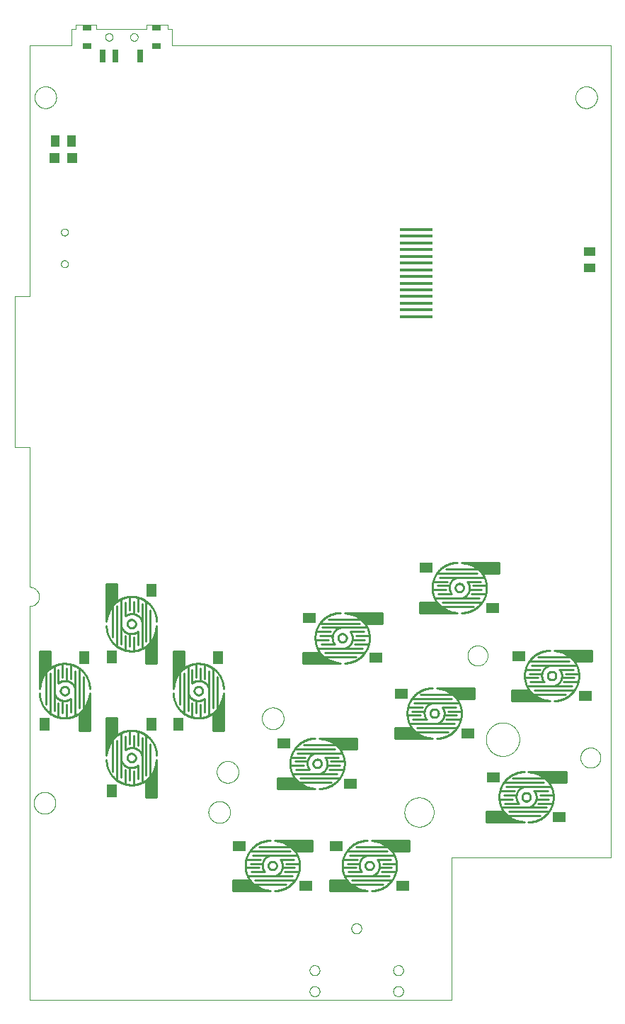
<source format=gtp>
G75*
%MOIN*%
%OFA0B0*%
%FSLAX25Y25*%
%IPPOS*%
%LPD*%
%AMOC8*
5,1,8,0,0,1.08239X$1,22.5*
%
%ADD10C,0.00000*%
%ADD11C,0.00039*%
%ADD12R,0.05512X0.04331*%
%ADD13R,0.15748X0.01575*%
%ADD14R,0.06102X0.05118*%
%ADD15C,0.01000*%
%ADD16R,0.04331X0.05512*%
%ADD17R,0.04724X0.04724*%
%ADD18R,0.05118X0.06102*%
%ADD19R,0.03937X0.03150*%
%ADD20R,0.02756X0.05906*%
D10*
X0029320Y0017142D02*
X0029320Y0202181D01*
X0029453Y0202183D01*
X0029586Y0202189D01*
X0029718Y0202199D01*
X0029851Y0202212D01*
X0029982Y0202230D01*
X0030114Y0202251D01*
X0030244Y0202276D01*
X0030374Y0202305D01*
X0030503Y0202338D01*
X0030630Y0202375D01*
X0030757Y0202415D01*
X0030883Y0202459D01*
X0031007Y0202507D01*
X0031129Y0202558D01*
X0031250Y0202613D01*
X0031370Y0202672D01*
X0031487Y0202733D01*
X0031603Y0202799D01*
X0031717Y0202867D01*
X0031829Y0202939D01*
X0031938Y0203015D01*
X0032046Y0203093D01*
X0032151Y0203175D01*
X0032253Y0203259D01*
X0032353Y0203347D01*
X0032451Y0203437D01*
X0032545Y0203531D01*
X0032637Y0203627D01*
X0032726Y0203726D01*
X0032812Y0203827D01*
X0032895Y0203931D01*
X0032975Y0204037D01*
X0033052Y0204145D01*
X0033126Y0204256D01*
X0033196Y0204369D01*
X0033263Y0204483D01*
X0033327Y0204600D01*
X0033387Y0204719D01*
X0033444Y0204839D01*
X0033497Y0204961D01*
X0033546Y0205084D01*
X0033592Y0205209D01*
X0033635Y0205335D01*
X0033673Y0205462D01*
X0033708Y0205591D01*
X0033739Y0205720D01*
X0033766Y0205850D01*
X0033789Y0205981D01*
X0033809Y0206112D01*
X0033824Y0206245D01*
X0033836Y0206377D01*
X0033844Y0206510D01*
X0033848Y0206643D01*
X0033848Y0206775D01*
X0033844Y0206908D01*
X0033836Y0207041D01*
X0033824Y0207173D01*
X0033809Y0207306D01*
X0033789Y0207437D01*
X0033766Y0207568D01*
X0033739Y0207698D01*
X0033708Y0207827D01*
X0033673Y0207956D01*
X0033635Y0208083D01*
X0033592Y0208209D01*
X0033546Y0208334D01*
X0033497Y0208457D01*
X0033444Y0208579D01*
X0033387Y0208699D01*
X0033327Y0208818D01*
X0033263Y0208935D01*
X0033196Y0209049D01*
X0033126Y0209162D01*
X0033052Y0209273D01*
X0032975Y0209381D01*
X0032895Y0209487D01*
X0032812Y0209591D01*
X0032726Y0209692D01*
X0032637Y0209791D01*
X0032545Y0209887D01*
X0032451Y0209981D01*
X0032353Y0210071D01*
X0032253Y0210159D01*
X0032151Y0210243D01*
X0032046Y0210325D01*
X0031938Y0210403D01*
X0031829Y0210479D01*
X0031717Y0210551D01*
X0031603Y0210619D01*
X0031487Y0210685D01*
X0031370Y0210746D01*
X0031250Y0210805D01*
X0031129Y0210860D01*
X0031007Y0210911D01*
X0030883Y0210959D01*
X0030757Y0211003D01*
X0030630Y0211043D01*
X0030503Y0211080D01*
X0030374Y0211113D01*
X0030244Y0211142D01*
X0030114Y0211167D01*
X0029982Y0211188D01*
X0029851Y0211206D01*
X0029718Y0211219D01*
X0029586Y0211229D01*
X0029453Y0211235D01*
X0029320Y0211237D01*
X0029320Y0211236D02*
X0029320Y0276984D01*
X0022430Y0276984D01*
X0022430Y0347850D01*
X0029320Y0347850D01*
X0029320Y0465961D01*
X0049005Y0465961D01*
X0049005Y0473835D01*
X0050974Y0473835D01*
X0050974Y0475803D01*
X0060816Y0475803D01*
X0060816Y0473835D01*
X0084438Y0473835D01*
X0084438Y0475803D01*
X0094281Y0475803D01*
X0094281Y0473835D01*
X0096249Y0473835D01*
X0096249Y0465961D01*
X0302942Y0465961D01*
X0302942Y0083874D01*
X0228139Y0083874D01*
X0228139Y0017142D01*
X0029320Y0017142D01*
X0075383Y0130921D02*
X0075385Y0131009D01*
X0075391Y0131097D01*
X0075401Y0131185D01*
X0075415Y0131273D01*
X0075432Y0131359D01*
X0075454Y0131445D01*
X0075479Y0131529D01*
X0075509Y0131613D01*
X0075541Y0131695D01*
X0075578Y0131775D01*
X0075618Y0131854D01*
X0075662Y0131931D01*
X0075709Y0132006D01*
X0075759Y0132078D01*
X0075813Y0132149D01*
X0075869Y0132216D01*
X0075929Y0132282D01*
X0075991Y0132344D01*
X0076057Y0132404D01*
X0076124Y0132460D01*
X0076195Y0132514D01*
X0076267Y0132564D01*
X0076342Y0132611D01*
X0076419Y0132655D01*
X0076498Y0132695D01*
X0076578Y0132732D01*
X0076660Y0132764D01*
X0076744Y0132794D01*
X0076828Y0132819D01*
X0076914Y0132841D01*
X0077000Y0132858D01*
X0077088Y0132872D01*
X0077176Y0132882D01*
X0077264Y0132888D01*
X0077352Y0132890D01*
X0077440Y0132888D01*
X0077528Y0132882D01*
X0077616Y0132872D01*
X0077704Y0132858D01*
X0077790Y0132841D01*
X0077876Y0132819D01*
X0077960Y0132794D01*
X0078044Y0132764D01*
X0078126Y0132732D01*
X0078206Y0132695D01*
X0078285Y0132655D01*
X0078362Y0132611D01*
X0078437Y0132564D01*
X0078509Y0132514D01*
X0078580Y0132460D01*
X0078647Y0132404D01*
X0078713Y0132344D01*
X0078775Y0132282D01*
X0078835Y0132216D01*
X0078891Y0132149D01*
X0078945Y0132078D01*
X0078995Y0132006D01*
X0079042Y0131931D01*
X0079086Y0131854D01*
X0079126Y0131775D01*
X0079163Y0131695D01*
X0079195Y0131613D01*
X0079225Y0131529D01*
X0079250Y0131445D01*
X0079272Y0131359D01*
X0079289Y0131273D01*
X0079303Y0131185D01*
X0079313Y0131097D01*
X0079319Y0131009D01*
X0079321Y0130921D01*
X0079319Y0130833D01*
X0079313Y0130745D01*
X0079303Y0130657D01*
X0079289Y0130569D01*
X0079272Y0130483D01*
X0079250Y0130397D01*
X0079225Y0130313D01*
X0079195Y0130229D01*
X0079163Y0130147D01*
X0079126Y0130067D01*
X0079086Y0129988D01*
X0079042Y0129911D01*
X0078995Y0129836D01*
X0078945Y0129764D01*
X0078891Y0129693D01*
X0078835Y0129626D01*
X0078775Y0129560D01*
X0078713Y0129498D01*
X0078647Y0129438D01*
X0078580Y0129382D01*
X0078509Y0129328D01*
X0078437Y0129278D01*
X0078362Y0129231D01*
X0078285Y0129187D01*
X0078206Y0129147D01*
X0078126Y0129110D01*
X0078044Y0129078D01*
X0077960Y0129048D01*
X0077876Y0129023D01*
X0077790Y0129001D01*
X0077704Y0128984D01*
X0077616Y0128970D01*
X0077528Y0128960D01*
X0077440Y0128954D01*
X0077352Y0128952D01*
X0077264Y0128954D01*
X0077176Y0128960D01*
X0077088Y0128970D01*
X0077000Y0128984D01*
X0076914Y0129001D01*
X0076828Y0129023D01*
X0076744Y0129048D01*
X0076660Y0129078D01*
X0076578Y0129110D01*
X0076498Y0129147D01*
X0076419Y0129187D01*
X0076342Y0129231D01*
X0076267Y0129278D01*
X0076195Y0129328D01*
X0076124Y0129382D01*
X0076057Y0129438D01*
X0075991Y0129498D01*
X0075929Y0129560D01*
X0075869Y0129626D01*
X0075813Y0129693D01*
X0075759Y0129764D01*
X0075709Y0129836D01*
X0075662Y0129911D01*
X0075618Y0129988D01*
X0075578Y0130067D01*
X0075541Y0130147D01*
X0075509Y0130229D01*
X0075479Y0130313D01*
X0075454Y0130397D01*
X0075432Y0130483D01*
X0075415Y0130569D01*
X0075401Y0130657D01*
X0075391Y0130745D01*
X0075385Y0130833D01*
X0075383Y0130921D01*
X0043887Y0162417D02*
X0043889Y0162505D01*
X0043895Y0162593D01*
X0043905Y0162681D01*
X0043919Y0162769D01*
X0043936Y0162855D01*
X0043958Y0162941D01*
X0043983Y0163025D01*
X0044013Y0163109D01*
X0044045Y0163191D01*
X0044082Y0163271D01*
X0044122Y0163350D01*
X0044166Y0163427D01*
X0044213Y0163502D01*
X0044263Y0163574D01*
X0044317Y0163645D01*
X0044373Y0163712D01*
X0044433Y0163778D01*
X0044495Y0163840D01*
X0044561Y0163900D01*
X0044628Y0163956D01*
X0044699Y0164010D01*
X0044771Y0164060D01*
X0044846Y0164107D01*
X0044923Y0164151D01*
X0045002Y0164191D01*
X0045082Y0164228D01*
X0045164Y0164260D01*
X0045248Y0164290D01*
X0045332Y0164315D01*
X0045418Y0164337D01*
X0045504Y0164354D01*
X0045592Y0164368D01*
X0045680Y0164378D01*
X0045768Y0164384D01*
X0045856Y0164386D01*
X0045944Y0164384D01*
X0046032Y0164378D01*
X0046120Y0164368D01*
X0046208Y0164354D01*
X0046294Y0164337D01*
X0046380Y0164315D01*
X0046464Y0164290D01*
X0046548Y0164260D01*
X0046630Y0164228D01*
X0046710Y0164191D01*
X0046789Y0164151D01*
X0046866Y0164107D01*
X0046941Y0164060D01*
X0047013Y0164010D01*
X0047084Y0163956D01*
X0047151Y0163900D01*
X0047217Y0163840D01*
X0047279Y0163778D01*
X0047339Y0163712D01*
X0047395Y0163645D01*
X0047449Y0163574D01*
X0047499Y0163502D01*
X0047546Y0163427D01*
X0047590Y0163350D01*
X0047630Y0163271D01*
X0047667Y0163191D01*
X0047699Y0163109D01*
X0047729Y0163025D01*
X0047754Y0162941D01*
X0047776Y0162855D01*
X0047793Y0162769D01*
X0047807Y0162681D01*
X0047817Y0162593D01*
X0047823Y0162505D01*
X0047825Y0162417D01*
X0047823Y0162329D01*
X0047817Y0162241D01*
X0047807Y0162153D01*
X0047793Y0162065D01*
X0047776Y0161979D01*
X0047754Y0161893D01*
X0047729Y0161809D01*
X0047699Y0161725D01*
X0047667Y0161643D01*
X0047630Y0161563D01*
X0047590Y0161484D01*
X0047546Y0161407D01*
X0047499Y0161332D01*
X0047449Y0161260D01*
X0047395Y0161189D01*
X0047339Y0161122D01*
X0047279Y0161056D01*
X0047217Y0160994D01*
X0047151Y0160934D01*
X0047084Y0160878D01*
X0047013Y0160824D01*
X0046941Y0160774D01*
X0046866Y0160727D01*
X0046789Y0160683D01*
X0046710Y0160643D01*
X0046630Y0160606D01*
X0046548Y0160574D01*
X0046464Y0160544D01*
X0046380Y0160519D01*
X0046294Y0160497D01*
X0046208Y0160480D01*
X0046120Y0160466D01*
X0046032Y0160456D01*
X0045944Y0160450D01*
X0045856Y0160448D01*
X0045768Y0160450D01*
X0045680Y0160456D01*
X0045592Y0160466D01*
X0045504Y0160480D01*
X0045418Y0160497D01*
X0045332Y0160519D01*
X0045248Y0160544D01*
X0045164Y0160574D01*
X0045082Y0160606D01*
X0045002Y0160643D01*
X0044923Y0160683D01*
X0044846Y0160727D01*
X0044771Y0160774D01*
X0044699Y0160824D01*
X0044628Y0160878D01*
X0044561Y0160934D01*
X0044495Y0160994D01*
X0044433Y0161056D01*
X0044373Y0161122D01*
X0044317Y0161189D01*
X0044263Y0161260D01*
X0044213Y0161332D01*
X0044166Y0161407D01*
X0044122Y0161484D01*
X0044082Y0161563D01*
X0044045Y0161643D01*
X0044013Y0161725D01*
X0043983Y0161809D01*
X0043958Y0161893D01*
X0043936Y0161979D01*
X0043919Y0162065D01*
X0043905Y0162153D01*
X0043895Y0162241D01*
X0043889Y0162329D01*
X0043887Y0162417D01*
X0075383Y0193913D02*
X0075385Y0194001D01*
X0075391Y0194089D01*
X0075401Y0194177D01*
X0075415Y0194265D01*
X0075432Y0194351D01*
X0075454Y0194437D01*
X0075479Y0194521D01*
X0075509Y0194605D01*
X0075541Y0194687D01*
X0075578Y0194767D01*
X0075618Y0194846D01*
X0075662Y0194923D01*
X0075709Y0194998D01*
X0075759Y0195070D01*
X0075813Y0195141D01*
X0075869Y0195208D01*
X0075929Y0195274D01*
X0075991Y0195336D01*
X0076057Y0195396D01*
X0076124Y0195452D01*
X0076195Y0195506D01*
X0076267Y0195556D01*
X0076342Y0195603D01*
X0076419Y0195647D01*
X0076498Y0195687D01*
X0076578Y0195724D01*
X0076660Y0195756D01*
X0076744Y0195786D01*
X0076828Y0195811D01*
X0076914Y0195833D01*
X0077000Y0195850D01*
X0077088Y0195864D01*
X0077176Y0195874D01*
X0077264Y0195880D01*
X0077352Y0195882D01*
X0077440Y0195880D01*
X0077528Y0195874D01*
X0077616Y0195864D01*
X0077704Y0195850D01*
X0077790Y0195833D01*
X0077876Y0195811D01*
X0077960Y0195786D01*
X0078044Y0195756D01*
X0078126Y0195724D01*
X0078206Y0195687D01*
X0078285Y0195647D01*
X0078362Y0195603D01*
X0078437Y0195556D01*
X0078509Y0195506D01*
X0078580Y0195452D01*
X0078647Y0195396D01*
X0078713Y0195336D01*
X0078775Y0195274D01*
X0078835Y0195208D01*
X0078891Y0195141D01*
X0078945Y0195070D01*
X0078995Y0194998D01*
X0079042Y0194923D01*
X0079086Y0194846D01*
X0079126Y0194767D01*
X0079163Y0194687D01*
X0079195Y0194605D01*
X0079225Y0194521D01*
X0079250Y0194437D01*
X0079272Y0194351D01*
X0079289Y0194265D01*
X0079303Y0194177D01*
X0079313Y0194089D01*
X0079319Y0194001D01*
X0079321Y0193913D01*
X0079319Y0193825D01*
X0079313Y0193737D01*
X0079303Y0193649D01*
X0079289Y0193561D01*
X0079272Y0193475D01*
X0079250Y0193389D01*
X0079225Y0193305D01*
X0079195Y0193221D01*
X0079163Y0193139D01*
X0079126Y0193059D01*
X0079086Y0192980D01*
X0079042Y0192903D01*
X0078995Y0192828D01*
X0078945Y0192756D01*
X0078891Y0192685D01*
X0078835Y0192618D01*
X0078775Y0192552D01*
X0078713Y0192490D01*
X0078647Y0192430D01*
X0078580Y0192374D01*
X0078509Y0192320D01*
X0078437Y0192270D01*
X0078362Y0192223D01*
X0078285Y0192179D01*
X0078206Y0192139D01*
X0078126Y0192102D01*
X0078044Y0192070D01*
X0077960Y0192040D01*
X0077876Y0192015D01*
X0077790Y0191993D01*
X0077704Y0191976D01*
X0077616Y0191962D01*
X0077528Y0191952D01*
X0077440Y0191946D01*
X0077352Y0191944D01*
X0077264Y0191946D01*
X0077176Y0191952D01*
X0077088Y0191962D01*
X0077000Y0191976D01*
X0076914Y0191993D01*
X0076828Y0192015D01*
X0076744Y0192040D01*
X0076660Y0192070D01*
X0076578Y0192102D01*
X0076498Y0192139D01*
X0076419Y0192179D01*
X0076342Y0192223D01*
X0076267Y0192270D01*
X0076195Y0192320D01*
X0076124Y0192374D01*
X0076057Y0192430D01*
X0075991Y0192490D01*
X0075929Y0192552D01*
X0075869Y0192618D01*
X0075813Y0192685D01*
X0075759Y0192756D01*
X0075709Y0192828D01*
X0075662Y0192903D01*
X0075618Y0192980D01*
X0075578Y0193059D01*
X0075541Y0193139D01*
X0075509Y0193221D01*
X0075479Y0193305D01*
X0075454Y0193389D01*
X0075432Y0193475D01*
X0075415Y0193561D01*
X0075401Y0193649D01*
X0075391Y0193737D01*
X0075385Y0193825D01*
X0075383Y0193913D01*
X0106879Y0162417D02*
X0106881Y0162505D01*
X0106887Y0162593D01*
X0106897Y0162681D01*
X0106911Y0162769D01*
X0106928Y0162855D01*
X0106950Y0162941D01*
X0106975Y0163025D01*
X0107005Y0163109D01*
X0107037Y0163191D01*
X0107074Y0163271D01*
X0107114Y0163350D01*
X0107158Y0163427D01*
X0107205Y0163502D01*
X0107255Y0163574D01*
X0107309Y0163645D01*
X0107365Y0163712D01*
X0107425Y0163778D01*
X0107487Y0163840D01*
X0107553Y0163900D01*
X0107620Y0163956D01*
X0107691Y0164010D01*
X0107763Y0164060D01*
X0107838Y0164107D01*
X0107915Y0164151D01*
X0107994Y0164191D01*
X0108074Y0164228D01*
X0108156Y0164260D01*
X0108240Y0164290D01*
X0108324Y0164315D01*
X0108410Y0164337D01*
X0108496Y0164354D01*
X0108584Y0164368D01*
X0108672Y0164378D01*
X0108760Y0164384D01*
X0108848Y0164386D01*
X0108936Y0164384D01*
X0109024Y0164378D01*
X0109112Y0164368D01*
X0109200Y0164354D01*
X0109286Y0164337D01*
X0109372Y0164315D01*
X0109456Y0164290D01*
X0109540Y0164260D01*
X0109622Y0164228D01*
X0109702Y0164191D01*
X0109781Y0164151D01*
X0109858Y0164107D01*
X0109933Y0164060D01*
X0110005Y0164010D01*
X0110076Y0163956D01*
X0110143Y0163900D01*
X0110209Y0163840D01*
X0110271Y0163778D01*
X0110331Y0163712D01*
X0110387Y0163645D01*
X0110441Y0163574D01*
X0110491Y0163502D01*
X0110538Y0163427D01*
X0110582Y0163350D01*
X0110622Y0163271D01*
X0110659Y0163191D01*
X0110691Y0163109D01*
X0110721Y0163025D01*
X0110746Y0162941D01*
X0110768Y0162855D01*
X0110785Y0162769D01*
X0110799Y0162681D01*
X0110809Y0162593D01*
X0110815Y0162505D01*
X0110817Y0162417D01*
X0110815Y0162329D01*
X0110809Y0162241D01*
X0110799Y0162153D01*
X0110785Y0162065D01*
X0110768Y0161979D01*
X0110746Y0161893D01*
X0110721Y0161809D01*
X0110691Y0161725D01*
X0110659Y0161643D01*
X0110622Y0161563D01*
X0110582Y0161484D01*
X0110538Y0161407D01*
X0110491Y0161332D01*
X0110441Y0161260D01*
X0110387Y0161189D01*
X0110331Y0161122D01*
X0110271Y0161056D01*
X0110209Y0160994D01*
X0110143Y0160934D01*
X0110076Y0160878D01*
X0110005Y0160824D01*
X0109933Y0160774D01*
X0109858Y0160727D01*
X0109781Y0160683D01*
X0109702Y0160643D01*
X0109622Y0160606D01*
X0109540Y0160574D01*
X0109456Y0160544D01*
X0109372Y0160519D01*
X0109286Y0160497D01*
X0109200Y0160480D01*
X0109112Y0160466D01*
X0109024Y0160456D01*
X0108936Y0160450D01*
X0108848Y0160448D01*
X0108760Y0160450D01*
X0108672Y0160456D01*
X0108584Y0160466D01*
X0108496Y0160480D01*
X0108410Y0160497D01*
X0108324Y0160519D01*
X0108240Y0160544D01*
X0108156Y0160574D01*
X0108074Y0160606D01*
X0107994Y0160643D01*
X0107915Y0160683D01*
X0107838Y0160727D01*
X0107763Y0160774D01*
X0107691Y0160824D01*
X0107620Y0160878D01*
X0107553Y0160934D01*
X0107487Y0160994D01*
X0107425Y0161056D01*
X0107365Y0161122D01*
X0107309Y0161189D01*
X0107255Y0161260D01*
X0107205Y0161332D01*
X0107158Y0161407D01*
X0107114Y0161484D01*
X0107074Y0161563D01*
X0107037Y0161643D01*
X0107005Y0161725D01*
X0106975Y0161809D01*
X0106950Y0161893D01*
X0106928Y0161979D01*
X0106911Y0162065D01*
X0106897Y0162153D01*
X0106887Y0162241D01*
X0106881Y0162329D01*
X0106879Y0162417D01*
X0141741Y0080173D02*
X0141743Y0080261D01*
X0141749Y0080349D01*
X0141759Y0080437D01*
X0141773Y0080525D01*
X0141790Y0080611D01*
X0141812Y0080697D01*
X0141837Y0080781D01*
X0141867Y0080865D01*
X0141899Y0080947D01*
X0141936Y0081027D01*
X0141976Y0081106D01*
X0142020Y0081183D01*
X0142067Y0081258D01*
X0142117Y0081330D01*
X0142171Y0081401D01*
X0142227Y0081468D01*
X0142287Y0081534D01*
X0142349Y0081596D01*
X0142415Y0081656D01*
X0142482Y0081712D01*
X0142553Y0081766D01*
X0142625Y0081816D01*
X0142700Y0081863D01*
X0142777Y0081907D01*
X0142856Y0081947D01*
X0142936Y0081984D01*
X0143018Y0082016D01*
X0143102Y0082046D01*
X0143186Y0082071D01*
X0143272Y0082093D01*
X0143358Y0082110D01*
X0143446Y0082124D01*
X0143534Y0082134D01*
X0143622Y0082140D01*
X0143710Y0082142D01*
X0143798Y0082140D01*
X0143886Y0082134D01*
X0143974Y0082124D01*
X0144062Y0082110D01*
X0144148Y0082093D01*
X0144234Y0082071D01*
X0144318Y0082046D01*
X0144402Y0082016D01*
X0144484Y0081984D01*
X0144564Y0081947D01*
X0144643Y0081907D01*
X0144720Y0081863D01*
X0144795Y0081816D01*
X0144867Y0081766D01*
X0144938Y0081712D01*
X0145005Y0081656D01*
X0145071Y0081596D01*
X0145133Y0081534D01*
X0145193Y0081468D01*
X0145249Y0081401D01*
X0145303Y0081330D01*
X0145353Y0081258D01*
X0145400Y0081183D01*
X0145444Y0081106D01*
X0145484Y0081027D01*
X0145521Y0080947D01*
X0145553Y0080865D01*
X0145583Y0080781D01*
X0145608Y0080697D01*
X0145630Y0080611D01*
X0145647Y0080525D01*
X0145661Y0080437D01*
X0145671Y0080349D01*
X0145677Y0080261D01*
X0145679Y0080173D01*
X0145677Y0080085D01*
X0145671Y0079997D01*
X0145661Y0079909D01*
X0145647Y0079821D01*
X0145630Y0079735D01*
X0145608Y0079649D01*
X0145583Y0079565D01*
X0145553Y0079481D01*
X0145521Y0079399D01*
X0145484Y0079319D01*
X0145444Y0079240D01*
X0145400Y0079163D01*
X0145353Y0079088D01*
X0145303Y0079016D01*
X0145249Y0078945D01*
X0145193Y0078878D01*
X0145133Y0078812D01*
X0145071Y0078750D01*
X0145005Y0078690D01*
X0144938Y0078634D01*
X0144867Y0078580D01*
X0144795Y0078530D01*
X0144720Y0078483D01*
X0144643Y0078439D01*
X0144564Y0078399D01*
X0144484Y0078362D01*
X0144402Y0078330D01*
X0144318Y0078300D01*
X0144234Y0078275D01*
X0144148Y0078253D01*
X0144062Y0078236D01*
X0143974Y0078222D01*
X0143886Y0078212D01*
X0143798Y0078206D01*
X0143710Y0078204D01*
X0143622Y0078206D01*
X0143534Y0078212D01*
X0143446Y0078222D01*
X0143358Y0078236D01*
X0143272Y0078253D01*
X0143186Y0078275D01*
X0143102Y0078300D01*
X0143018Y0078330D01*
X0142936Y0078362D01*
X0142856Y0078399D01*
X0142777Y0078439D01*
X0142700Y0078483D01*
X0142625Y0078530D01*
X0142553Y0078580D01*
X0142482Y0078634D01*
X0142415Y0078690D01*
X0142349Y0078750D01*
X0142287Y0078812D01*
X0142227Y0078878D01*
X0142171Y0078945D01*
X0142117Y0079016D01*
X0142067Y0079088D01*
X0142020Y0079163D01*
X0141976Y0079240D01*
X0141936Y0079319D01*
X0141899Y0079399D01*
X0141867Y0079481D01*
X0141837Y0079565D01*
X0141812Y0079649D01*
X0141790Y0079735D01*
X0141773Y0079821D01*
X0141759Y0079909D01*
X0141749Y0079997D01*
X0141743Y0080085D01*
X0141741Y0080173D01*
X0162863Y0128205D02*
X0162865Y0128293D01*
X0162871Y0128381D01*
X0162881Y0128469D01*
X0162895Y0128557D01*
X0162912Y0128643D01*
X0162934Y0128729D01*
X0162959Y0128813D01*
X0162989Y0128897D01*
X0163021Y0128979D01*
X0163058Y0129059D01*
X0163098Y0129138D01*
X0163142Y0129215D01*
X0163189Y0129290D01*
X0163239Y0129362D01*
X0163293Y0129433D01*
X0163349Y0129500D01*
X0163409Y0129566D01*
X0163471Y0129628D01*
X0163537Y0129688D01*
X0163604Y0129744D01*
X0163675Y0129798D01*
X0163747Y0129848D01*
X0163822Y0129895D01*
X0163899Y0129939D01*
X0163978Y0129979D01*
X0164058Y0130016D01*
X0164140Y0130048D01*
X0164224Y0130078D01*
X0164308Y0130103D01*
X0164394Y0130125D01*
X0164480Y0130142D01*
X0164568Y0130156D01*
X0164656Y0130166D01*
X0164744Y0130172D01*
X0164832Y0130174D01*
X0164920Y0130172D01*
X0165008Y0130166D01*
X0165096Y0130156D01*
X0165184Y0130142D01*
X0165270Y0130125D01*
X0165356Y0130103D01*
X0165440Y0130078D01*
X0165524Y0130048D01*
X0165606Y0130016D01*
X0165686Y0129979D01*
X0165765Y0129939D01*
X0165842Y0129895D01*
X0165917Y0129848D01*
X0165989Y0129798D01*
X0166060Y0129744D01*
X0166127Y0129688D01*
X0166193Y0129628D01*
X0166255Y0129566D01*
X0166315Y0129500D01*
X0166371Y0129433D01*
X0166425Y0129362D01*
X0166475Y0129290D01*
X0166522Y0129215D01*
X0166566Y0129138D01*
X0166606Y0129059D01*
X0166643Y0128979D01*
X0166675Y0128897D01*
X0166705Y0128813D01*
X0166730Y0128729D01*
X0166752Y0128643D01*
X0166769Y0128557D01*
X0166783Y0128469D01*
X0166793Y0128381D01*
X0166799Y0128293D01*
X0166801Y0128205D01*
X0166799Y0128117D01*
X0166793Y0128029D01*
X0166783Y0127941D01*
X0166769Y0127853D01*
X0166752Y0127767D01*
X0166730Y0127681D01*
X0166705Y0127597D01*
X0166675Y0127513D01*
X0166643Y0127431D01*
X0166606Y0127351D01*
X0166566Y0127272D01*
X0166522Y0127195D01*
X0166475Y0127120D01*
X0166425Y0127048D01*
X0166371Y0126977D01*
X0166315Y0126910D01*
X0166255Y0126844D01*
X0166193Y0126782D01*
X0166127Y0126722D01*
X0166060Y0126666D01*
X0165989Y0126612D01*
X0165917Y0126562D01*
X0165842Y0126515D01*
X0165765Y0126471D01*
X0165686Y0126431D01*
X0165606Y0126394D01*
X0165524Y0126362D01*
X0165440Y0126332D01*
X0165356Y0126307D01*
X0165270Y0126285D01*
X0165184Y0126268D01*
X0165096Y0126254D01*
X0165008Y0126244D01*
X0164920Y0126238D01*
X0164832Y0126236D01*
X0164744Y0126238D01*
X0164656Y0126244D01*
X0164568Y0126254D01*
X0164480Y0126268D01*
X0164394Y0126285D01*
X0164308Y0126307D01*
X0164224Y0126332D01*
X0164140Y0126362D01*
X0164058Y0126394D01*
X0163978Y0126431D01*
X0163899Y0126471D01*
X0163822Y0126515D01*
X0163747Y0126562D01*
X0163675Y0126612D01*
X0163604Y0126666D01*
X0163537Y0126722D01*
X0163471Y0126782D01*
X0163409Y0126844D01*
X0163349Y0126910D01*
X0163293Y0126977D01*
X0163239Y0127048D01*
X0163189Y0127120D01*
X0163142Y0127195D01*
X0163098Y0127272D01*
X0163058Y0127351D01*
X0163021Y0127431D01*
X0162989Y0127513D01*
X0162959Y0127597D01*
X0162934Y0127681D01*
X0162912Y0127767D01*
X0162895Y0127853D01*
X0162881Y0127941D01*
X0162871Y0128029D01*
X0162865Y0128117D01*
X0162863Y0128205D01*
X0187410Y0080173D02*
X0187412Y0080261D01*
X0187418Y0080349D01*
X0187428Y0080437D01*
X0187442Y0080525D01*
X0187459Y0080611D01*
X0187481Y0080697D01*
X0187506Y0080781D01*
X0187536Y0080865D01*
X0187568Y0080947D01*
X0187605Y0081027D01*
X0187645Y0081106D01*
X0187689Y0081183D01*
X0187736Y0081258D01*
X0187786Y0081330D01*
X0187840Y0081401D01*
X0187896Y0081468D01*
X0187956Y0081534D01*
X0188018Y0081596D01*
X0188084Y0081656D01*
X0188151Y0081712D01*
X0188222Y0081766D01*
X0188294Y0081816D01*
X0188369Y0081863D01*
X0188446Y0081907D01*
X0188525Y0081947D01*
X0188605Y0081984D01*
X0188687Y0082016D01*
X0188771Y0082046D01*
X0188855Y0082071D01*
X0188941Y0082093D01*
X0189027Y0082110D01*
X0189115Y0082124D01*
X0189203Y0082134D01*
X0189291Y0082140D01*
X0189379Y0082142D01*
X0189467Y0082140D01*
X0189555Y0082134D01*
X0189643Y0082124D01*
X0189731Y0082110D01*
X0189817Y0082093D01*
X0189903Y0082071D01*
X0189987Y0082046D01*
X0190071Y0082016D01*
X0190153Y0081984D01*
X0190233Y0081947D01*
X0190312Y0081907D01*
X0190389Y0081863D01*
X0190464Y0081816D01*
X0190536Y0081766D01*
X0190607Y0081712D01*
X0190674Y0081656D01*
X0190740Y0081596D01*
X0190802Y0081534D01*
X0190862Y0081468D01*
X0190918Y0081401D01*
X0190972Y0081330D01*
X0191022Y0081258D01*
X0191069Y0081183D01*
X0191113Y0081106D01*
X0191153Y0081027D01*
X0191190Y0080947D01*
X0191222Y0080865D01*
X0191252Y0080781D01*
X0191277Y0080697D01*
X0191299Y0080611D01*
X0191316Y0080525D01*
X0191330Y0080437D01*
X0191340Y0080349D01*
X0191346Y0080261D01*
X0191348Y0080173D01*
X0191346Y0080085D01*
X0191340Y0079997D01*
X0191330Y0079909D01*
X0191316Y0079821D01*
X0191299Y0079735D01*
X0191277Y0079649D01*
X0191252Y0079565D01*
X0191222Y0079481D01*
X0191190Y0079399D01*
X0191153Y0079319D01*
X0191113Y0079240D01*
X0191069Y0079163D01*
X0191022Y0079088D01*
X0190972Y0079016D01*
X0190918Y0078945D01*
X0190862Y0078878D01*
X0190802Y0078812D01*
X0190740Y0078750D01*
X0190674Y0078690D01*
X0190607Y0078634D01*
X0190536Y0078580D01*
X0190464Y0078530D01*
X0190389Y0078483D01*
X0190312Y0078439D01*
X0190233Y0078399D01*
X0190153Y0078362D01*
X0190071Y0078330D01*
X0189987Y0078300D01*
X0189903Y0078275D01*
X0189817Y0078253D01*
X0189731Y0078236D01*
X0189643Y0078222D01*
X0189555Y0078212D01*
X0189467Y0078206D01*
X0189379Y0078204D01*
X0189291Y0078206D01*
X0189203Y0078212D01*
X0189115Y0078222D01*
X0189027Y0078236D01*
X0188941Y0078253D01*
X0188855Y0078275D01*
X0188771Y0078300D01*
X0188687Y0078330D01*
X0188605Y0078362D01*
X0188525Y0078399D01*
X0188446Y0078439D01*
X0188369Y0078483D01*
X0188294Y0078530D01*
X0188222Y0078580D01*
X0188151Y0078634D01*
X0188084Y0078690D01*
X0188018Y0078750D01*
X0187956Y0078812D01*
X0187896Y0078878D01*
X0187840Y0078945D01*
X0187786Y0079016D01*
X0187736Y0079088D01*
X0187689Y0079163D01*
X0187645Y0079240D01*
X0187605Y0079319D01*
X0187568Y0079399D01*
X0187536Y0079481D01*
X0187506Y0079565D01*
X0187481Y0079649D01*
X0187459Y0079735D01*
X0187442Y0079821D01*
X0187428Y0079909D01*
X0187418Y0079997D01*
X0187412Y0080085D01*
X0187410Y0080173D01*
X0180895Y0050606D02*
X0180897Y0050703D01*
X0180903Y0050800D01*
X0180913Y0050896D01*
X0180927Y0050992D01*
X0180945Y0051088D01*
X0180966Y0051182D01*
X0180992Y0051276D01*
X0181021Y0051368D01*
X0181055Y0051459D01*
X0181091Y0051549D01*
X0181132Y0051637D01*
X0181176Y0051723D01*
X0181224Y0051808D01*
X0181275Y0051890D01*
X0181329Y0051971D01*
X0181387Y0052049D01*
X0181448Y0052124D01*
X0181511Y0052197D01*
X0181578Y0052268D01*
X0181648Y0052335D01*
X0181720Y0052400D01*
X0181795Y0052461D01*
X0181873Y0052520D01*
X0181952Y0052575D01*
X0182034Y0052627D01*
X0182118Y0052675D01*
X0182204Y0052720D01*
X0182292Y0052762D01*
X0182381Y0052800D01*
X0182472Y0052834D01*
X0182564Y0052864D01*
X0182657Y0052891D01*
X0182752Y0052913D01*
X0182847Y0052932D01*
X0182943Y0052947D01*
X0183039Y0052958D01*
X0183136Y0052965D01*
X0183233Y0052968D01*
X0183330Y0052967D01*
X0183427Y0052962D01*
X0183523Y0052953D01*
X0183619Y0052940D01*
X0183715Y0052923D01*
X0183810Y0052902D01*
X0183903Y0052878D01*
X0183996Y0052849D01*
X0184088Y0052817D01*
X0184178Y0052781D01*
X0184266Y0052742D01*
X0184353Y0052698D01*
X0184438Y0052652D01*
X0184521Y0052601D01*
X0184602Y0052548D01*
X0184680Y0052491D01*
X0184757Y0052431D01*
X0184830Y0052368D01*
X0184901Y0052302D01*
X0184969Y0052233D01*
X0185035Y0052161D01*
X0185097Y0052087D01*
X0185156Y0052010D01*
X0185212Y0051931D01*
X0185265Y0051849D01*
X0185315Y0051766D01*
X0185360Y0051680D01*
X0185403Y0051593D01*
X0185442Y0051504D01*
X0185477Y0051414D01*
X0185508Y0051322D01*
X0185535Y0051229D01*
X0185559Y0051135D01*
X0185579Y0051040D01*
X0185595Y0050944D01*
X0185607Y0050848D01*
X0185615Y0050751D01*
X0185619Y0050654D01*
X0185619Y0050558D01*
X0185615Y0050461D01*
X0185607Y0050364D01*
X0185595Y0050268D01*
X0185579Y0050172D01*
X0185559Y0050077D01*
X0185535Y0049983D01*
X0185508Y0049890D01*
X0185477Y0049798D01*
X0185442Y0049708D01*
X0185403Y0049619D01*
X0185360Y0049532D01*
X0185315Y0049446D01*
X0185265Y0049363D01*
X0185212Y0049281D01*
X0185156Y0049202D01*
X0185097Y0049125D01*
X0185035Y0049051D01*
X0184969Y0048979D01*
X0184901Y0048910D01*
X0184830Y0048844D01*
X0184757Y0048781D01*
X0184680Y0048721D01*
X0184602Y0048664D01*
X0184521Y0048611D01*
X0184438Y0048560D01*
X0184353Y0048514D01*
X0184266Y0048470D01*
X0184178Y0048431D01*
X0184088Y0048395D01*
X0183996Y0048363D01*
X0183903Y0048334D01*
X0183810Y0048310D01*
X0183715Y0048289D01*
X0183619Y0048272D01*
X0183523Y0048259D01*
X0183427Y0048250D01*
X0183330Y0048245D01*
X0183233Y0048244D01*
X0183136Y0048247D01*
X0183039Y0048254D01*
X0182943Y0048265D01*
X0182847Y0048280D01*
X0182752Y0048299D01*
X0182657Y0048321D01*
X0182564Y0048348D01*
X0182472Y0048378D01*
X0182381Y0048412D01*
X0182292Y0048450D01*
X0182204Y0048492D01*
X0182118Y0048537D01*
X0182034Y0048585D01*
X0181952Y0048637D01*
X0181873Y0048692D01*
X0181795Y0048751D01*
X0181720Y0048812D01*
X0181648Y0048877D01*
X0181578Y0048944D01*
X0181511Y0049015D01*
X0181448Y0049088D01*
X0181387Y0049163D01*
X0181329Y0049241D01*
X0181275Y0049322D01*
X0181224Y0049404D01*
X0181176Y0049489D01*
X0181132Y0049575D01*
X0181091Y0049663D01*
X0181055Y0049753D01*
X0181021Y0049844D01*
X0180992Y0049936D01*
X0180966Y0050030D01*
X0180945Y0050124D01*
X0180927Y0050220D01*
X0180913Y0050316D01*
X0180903Y0050412D01*
X0180897Y0050509D01*
X0180895Y0050606D01*
X0161210Y0030921D02*
X0161212Y0031018D01*
X0161218Y0031115D01*
X0161228Y0031211D01*
X0161242Y0031307D01*
X0161260Y0031403D01*
X0161281Y0031497D01*
X0161307Y0031591D01*
X0161336Y0031683D01*
X0161370Y0031774D01*
X0161406Y0031864D01*
X0161447Y0031952D01*
X0161491Y0032038D01*
X0161539Y0032123D01*
X0161590Y0032205D01*
X0161644Y0032286D01*
X0161702Y0032364D01*
X0161763Y0032439D01*
X0161826Y0032512D01*
X0161893Y0032583D01*
X0161963Y0032650D01*
X0162035Y0032715D01*
X0162110Y0032776D01*
X0162188Y0032835D01*
X0162267Y0032890D01*
X0162349Y0032942D01*
X0162433Y0032990D01*
X0162519Y0033035D01*
X0162607Y0033077D01*
X0162696Y0033115D01*
X0162787Y0033149D01*
X0162879Y0033179D01*
X0162972Y0033206D01*
X0163067Y0033228D01*
X0163162Y0033247D01*
X0163258Y0033262D01*
X0163354Y0033273D01*
X0163451Y0033280D01*
X0163548Y0033283D01*
X0163645Y0033282D01*
X0163742Y0033277D01*
X0163838Y0033268D01*
X0163934Y0033255D01*
X0164030Y0033238D01*
X0164125Y0033217D01*
X0164218Y0033193D01*
X0164311Y0033164D01*
X0164403Y0033132D01*
X0164493Y0033096D01*
X0164581Y0033057D01*
X0164668Y0033013D01*
X0164753Y0032967D01*
X0164836Y0032916D01*
X0164917Y0032863D01*
X0164995Y0032806D01*
X0165072Y0032746D01*
X0165145Y0032683D01*
X0165216Y0032617D01*
X0165284Y0032548D01*
X0165350Y0032476D01*
X0165412Y0032402D01*
X0165471Y0032325D01*
X0165527Y0032246D01*
X0165580Y0032164D01*
X0165630Y0032081D01*
X0165675Y0031995D01*
X0165718Y0031908D01*
X0165757Y0031819D01*
X0165792Y0031729D01*
X0165823Y0031637D01*
X0165850Y0031544D01*
X0165874Y0031450D01*
X0165894Y0031355D01*
X0165910Y0031259D01*
X0165922Y0031163D01*
X0165930Y0031066D01*
X0165934Y0030969D01*
X0165934Y0030873D01*
X0165930Y0030776D01*
X0165922Y0030679D01*
X0165910Y0030583D01*
X0165894Y0030487D01*
X0165874Y0030392D01*
X0165850Y0030298D01*
X0165823Y0030205D01*
X0165792Y0030113D01*
X0165757Y0030023D01*
X0165718Y0029934D01*
X0165675Y0029847D01*
X0165630Y0029761D01*
X0165580Y0029678D01*
X0165527Y0029596D01*
X0165471Y0029517D01*
X0165412Y0029440D01*
X0165350Y0029366D01*
X0165284Y0029294D01*
X0165216Y0029225D01*
X0165145Y0029159D01*
X0165072Y0029096D01*
X0164995Y0029036D01*
X0164917Y0028979D01*
X0164836Y0028926D01*
X0164753Y0028875D01*
X0164668Y0028829D01*
X0164581Y0028785D01*
X0164493Y0028746D01*
X0164403Y0028710D01*
X0164311Y0028678D01*
X0164218Y0028649D01*
X0164125Y0028625D01*
X0164030Y0028604D01*
X0163934Y0028587D01*
X0163838Y0028574D01*
X0163742Y0028565D01*
X0163645Y0028560D01*
X0163548Y0028559D01*
X0163451Y0028562D01*
X0163354Y0028569D01*
X0163258Y0028580D01*
X0163162Y0028595D01*
X0163067Y0028614D01*
X0162972Y0028636D01*
X0162879Y0028663D01*
X0162787Y0028693D01*
X0162696Y0028727D01*
X0162607Y0028765D01*
X0162519Y0028807D01*
X0162433Y0028852D01*
X0162349Y0028900D01*
X0162267Y0028952D01*
X0162188Y0029007D01*
X0162110Y0029066D01*
X0162035Y0029127D01*
X0161963Y0029192D01*
X0161893Y0029259D01*
X0161826Y0029330D01*
X0161763Y0029403D01*
X0161702Y0029478D01*
X0161644Y0029556D01*
X0161590Y0029637D01*
X0161539Y0029719D01*
X0161491Y0029804D01*
X0161447Y0029890D01*
X0161406Y0029978D01*
X0161370Y0030068D01*
X0161336Y0030159D01*
X0161307Y0030251D01*
X0161281Y0030345D01*
X0161260Y0030439D01*
X0161242Y0030535D01*
X0161228Y0030631D01*
X0161218Y0030727D01*
X0161212Y0030824D01*
X0161210Y0030921D01*
X0161210Y0021079D02*
X0161212Y0021176D01*
X0161218Y0021273D01*
X0161228Y0021369D01*
X0161242Y0021465D01*
X0161260Y0021561D01*
X0161281Y0021655D01*
X0161307Y0021749D01*
X0161336Y0021841D01*
X0161370Y0021932D01*
X0161406Y0022022D01*
X0161447Y0022110D01*
X0161491Y0022196D01*
X0161539Y0022281D01*
X0161590Y0022363D01*
X0161644Y0022444D01*
X0161702Y0022522D01*
X0161763Y0022597D01*
X0161826Y0022670D01*
X0161893Y0022741D01*
X0161963Y0022808D01*
X0162035Y0022873D01*
X0162110Y0022934D01*
X0162188Y0022993D01*
X0162267Y0023048D01*
X0162349Y0023100D01*
X0162433Y0023148D01*
X0162519Y0023193D01*
X0162607Y0023235D01*
X0162696Y0023273D01*
X0162787Y0023307D01*
X0162879Y0023337D01*
X0162972Y0023364D01*
X0163067Y0023386D01*
X0163162Y0023405D01*
X0163258Y0023420D01*
X0163354Y0023431D01*
X0163451Y0023438D01*
X0163548Y0023441D01*
X0163645Y0023440D01*
X0163742Y0023435D01*
X0163838Y0023426D01*
X0163934Y0023413D01*
X0164030Y0023396D01*
X0164125Y0023375D01*
X0164218Y0023351D01*
X0164311Y0023322D01*
X0164403Y0023290D01*
X0164493Y0023254D01*
X0164581Y0023215D01*
X0164668Y0023171D01*
X0164753Y0023125D01*
X0164836Y0023074D01*
X0164917Y0023021D01*
X0164995Y0022964D01*
X0165072Y0022904D01*
X0165145Y0022841D01*
X0165216Y0022775D01*
X0165284Y0022706D01*
X0165350Y0022634D01*
X0165412Y0022560D01*
X0165471Y0022483D01*
X0165527Y0022404D01*
X0165580Y0022322D01*
X0165630Y0022239D01*
X0165675Y0022153D01*
X0165718Y0022066D01*
X0165757Y0021977D01*
X0165792Y0021887D01*
X0165823Y0021795D01*
X0165850Y0021702D01*
X0165874Y0021608D01*
X0165894Y0021513D01*
X0165910Y0021417D01*
X0165922Y0021321D01*
X0165930Y0021224D01*
X0165934Y0021127D01*
X0165934Y0021031D01*
X0165930Y0020934D01*
X0165922Y0020837D01*
X0165910Y0020741D01*
X0165894Y0020645D01*
X0165874Y0020550D01*
X0165850Y0020456D01*
X0165823Y0020363D01*
X0165792Y0020271D01*
X0165757Y0020181D01*
X0165718Y0020092D01*
X0165675Y0020005D01*
X0165630Y0019919D01*
X0165580Y0019836D01*
X0165527Y0019754D01*
X0165471Y0019675D01*
X0165412Y0019598D01*
X0165350Y0019524D01*
X0165284Y0019452D01*
X0165216Y0019383D01*
X0165145Y0019317D01*
X0165072Y0019254D01*
X0164995Y0019194D01*
X0164917Y0019137D01*
X0164836Y0019084D01*
X0164753Y0019033D01*
X0164668Y0018987D01*
X0164581Y0018943D01*
X0164493Y0018904D01*
X0164403Y0018868D01*
X0164311Y0018836D01*
X0164218Y0018807D01*
X0164125Y0018783D01*
X0164030Y0018762D01*
X0163934Y0018745D01*
X0163838Y0018732D01*
X0163742Y0018723D01*
X0163645Y0018718D01*
X0163548Y0018717D01*
X0163451Y0018720D01*
X0163354Y0018727D01*
X0163258Y0018738D01*
X0163162Y0018753D01*
X0163067Y0018772D01*
X0162972Y0018794D01*
X0162879Y0018821D01*
X0162787Y0018851D01*
X0162696Y0018885D01*
X0162607Y0018923D01*
X0162519Y0018965D01*
X0162433Y0019010D01*
X0162349Y0019058D01*
X0162267Y0019110D01*
X0162188Y0019165D01*
X0162110Y0019224D01*
X0162035Y0019285D01*
X0161963Y0019350D01*
X0161893Y0019417D01*
X0161826Y0019488D01*
X0161763Y0019561D01*
X0161702Y0019636D01*
X0161644Y0019714D01*
X0161590Y0019795D01*
X0161539Y0019877D01*
X0161491Y0019962D01*
X0161447Y0020048D01*
X0161406Y0020136D01*
X0161370Y0020226D01*
X0161336Y0020317D01*
X0161307Y0020409D01*
X0161281Y0020503D01*
X0161260Y0020597D01*
X0161242Y0020693D01*
X0161228Y0020789D01*
X0161218Y0020885D01*
X0161212Y0020982D01*
X0161210Y0021079D01*
X0200580Y0021079D02*
X0200582Y0021176D01*
X0200588Y0021273D01*
X0200598Y0021369D01*
X0200612Y0021465D01*
X0200630Y0021561D01*
X0200651Y0021655D01*
X0200677Y0021749D01*
X0200706Y0021841D01*
X0200740Y0021932D01*
X0200776Y0022022D01*
X0200817Y0022110D01*
X0200861Y0022196D01*
X0200909Y0022281D01*
X0200960Y0022363D01*
X0201014Y0022444D01*
X0201072Y0022522D01*
X0201133Y0022597D01*
X0201196Y0022670D01*
X0201263Y0022741D01*
X0201333Y0022808D01*
X0201405Y0022873D01*
X0201480Y0022934D01*
X0201558Y0022993D01*
X0201637Y0023048D01*
X0201719Y0023100D01*
X0201803Y0023148D01*
X0201889Y0023193D01*
X0201977Y0023235D01*
X0202066Y0023273D01*
X0202157Y0023307D01*
X0202249Y0023337D01*
X0202342Y0023364D01*
X0202437Y0023386D01*
X0202532Y0023405D01*
X0202628Y0023420D01*
X0202724Y0023431D01*
X0202821Y0023438D01*
X0202918Y0023441D01*
X0203015Y0023440D01*
X0203112Y0023435D01*
X0203208Y0023426D01*
X0203304Y0023413D01*
X0203400Y0023396D01*
X0203495Y0023375D01*
X0203588Y0023351D01*
X0203681Y0023322D01*
X0203773Y0023290D01*
X0203863Y0023254D01*
X0203951Y0023215D01*
X0204038Y0023171D01*
X0204123Y0023125D01*
X0204206Y0023074D01*
X0204287Y0023021D01*
X0204365Y0022964D01*
X0204442Y0022904D01*
X0204515Y0022841D01*
X0204586Y0022775D01*
X0204654Y0022706D01*
X0204720Y0022634D01*
X0204782Y0022560D01*
X0204841Y0022483D01*
X0204897Y0022404D01*
X0204950Y0022322D01*
X0205000Y0022239D01*
X0205045Y0022153D01*
X0205088Y0022066D01*
X0205127Y0021977D01*
X0205162Y0021887D01*
X0205193Y0021795D01*
X0205220Y0021702D01*
X0205244Y0021608D01*
X0205264Y0021513D01*
X0205280Y0021417D01*
X0205292Y0021321D01*
X0205300Y0021224D01*
X0205304Y0021127D01*
X0205304Y0021031D01*
X0205300Y0020934D01*
X0205292Y0020837D01*
X0205280Y0020741D01*
X0205264Y0020645D01*
X0205244Y0020550D01*
X0205220Y0020456D01*
X0205193Y0020363D01*
X0205162Y0020271D01*
X0205127Y0020181D01*
X0205088Y0020092D01*
X0205045Y0020005D01*
X0205000Y0019919D01*
X0204950Y0019836D01*
X0204897Y0019754D01*
X0204841Y0019675D01*
X0204782Y0019598D01*
X0204720Y0019524D01*
X0204654Y0019452D01*
X0204586Y0019383D01*
X0204515Y0019317D01*
X0204442Y0019254D01*
X0204365Y0019194D01*
X0204287Y0019137D01*
X0204206Y0019084D01*
X0204123Y0019033D01*
X0204038Y0018987D01*
X0203951Y0018943D01*
X0203863Y0018904D01*
X0203773Y0018868D01*
X0203681Y0018836D01*
X0203588Y0018807D01*
X0203495Y0018783D01*
X0203400Y0018762D01*
X0203304Y0018745D01*
X0203208Y0018732D01*
X0203112Y0018723D01*
X0203015Y0018718D01*
X0202918Y0018717D01*
X0202821Y0018720D01*
X0202724Y0018727D01*
X0202628Y0018738D01*
X0202532Y0018753D01*
X0202437Y0018772D01*
X0202342Y0018794D01*
X0202249Y0018821D01*
X0202157Y0018851D01*
X0202066Y0018885D01*
X0201977Y0018923D01*
X0201889Y0018965D01*
X0201803Y0019010D01*
X0201719Y0019058D01*
X0201637Y0019110D01*
X0201558Y0019165D01*
X0201480Y0019224D01*
X0201405Y0019285D01*
X0201333Y0019350D01*
X0201263Y0019417D01*
X0201196Y0019488D01*
X0201133Y0019561D01*
X0201072Y0019636D01*
X0201014Y0019714D01*
X0200960Y0019795D01*
X0200909Y0019877D01*
X0200861Y0019962D01*
X0200817Y0020048D01*
X0200776Y0020136D01*
X0200740Y0020226D01*
X0200706Y0020317D01*
X0200677Y0020409D01*
X0200651Y0020503D01*
X0200630Y0020597D01*
X0200612Y0020693D01*
X0200598Y0020789D01*
X0200588Y0020885D01*
X0200582Y0020982D01*
X0200580Y0021079D01*
X0200580Y0030921D02*
X0200582Y0031018D01*
X0200588Y0031115D01*
X0200598Y0031211D01*
X0200612Y0031307D01*
X0200630Y0031403D01*
X0200651Y0031497D01*
X0200677Y0031591D01*
X0200706Y0031683D01*
X0200740Y0031774D01*
X0200776Y0031864D01*
X0200817Y0031952D01*
X0200861Y0032038D01*
X0200909Y0032123D01*
X0200960Y0032205D01*
X0201014Y0032286D01*
X0201072Y0032364D01*
X0201133Y0032439D01*
X0201196Y0032512D01*
X0201263Y0032583D01*
X0201333Y0032650D01*
X0201405Y0032715D01*
X0201480Y0032776D01*
X0201558Y0032835D01*
X0201637Y0032890D01*
X0201719Y0032942D01*
X0201803Y0032990D01*
X0201889Y0033035D01*
X0201977Y0033077D01*
X0202066Y0033115D01*
X0202157Y0033149D01*
X0202249Y0033179D01*
X0202342Y0033206D01*
X0202437Y0033228D01*
X0202532Y0033247D01*
X0202628Y0033262D01*
X0202724Y0033273D01*
X0202821Y0033280D01*
X0202918Y0033283D01*
X0203015Y0033282D01*
X0203112Y0033277D01*
X0203208Y0033268D01*
X0203304Y0033255D01*
X0203400Y0033238D01*
X0203495Y0033217D01*
X0203588Y0033193D01*
X0203681Y0033164D01*
X0203773Y0033132D01*
X0203863Y0033096D01*
X0203951Y0033057D01*
X0204038Y0033013D01*
X0204123Y0032967D01*
X0204206Y0032916D01*
X0204287Y0032863D01*
X0204365Y0032806D01*
X0204442Y0032746D01*
X0204515Y0032683D01*
X0204586Y0032617D01*
X0204654Y0032548D01*
X0204720Y0032476D01*
X0204782Y0032402D01*
X0204841Y0032325D01*
X0204897Y0032246D01*
X0204950Y0032164D01*
X0205000Y0032081D01*
X0205045Y0031995D01*
X0205088Y0031908D01*
X0205127Y0031819D01*
X0205162Y0031729D01*
X0205193Y0031637D01*
X0205220Y0031544D01*
X0205244Y0031450D01*
X0205264Y0031355D01*
X0205280Y0031259D01*
X0205292Y0031163D01*
X0205300Y0031066D01*
X0205304Y0030969D01*
X0205304Y0030873D01*
X0205300Y0030776D01*
X0205292Y0030679D01*
X0205280Y0030583D01*
X0205264Y0030487D01*
X0205244Y0030392D01*
X0205220Y0030298D01*
X0205193Y0030205D01*
X0205162Y0030113D01*
X0205127Y0030023D01*
X0205088Y0029934D01*
X0205045Y0029847D01*
X0205000Y0029761D01*
X0204950Y0029678D01*
X0204897Y0029596D01*
X0204841Y0029517D01*
X0204782Y0029440D01*
X0204720Y0029366D01*
X0204654Y0029294D01*
X0204586Y0029225D01*
X0204515Y0029159D01*
X0204442Y0029096D01*
X0204365Y0029036D01*
X0204287Y0028979D01*
X0204206Y0028926D01*
X0204123Y0028875D01*
X0204038Y0028829D01*
X0203951Y0028785D01*
X0203863Y0028746D01*
X0203773Y0028710D01*
X0203681Y0028678D01*
X0203588Y0028649D01*
X0203495Y0028625D01*
X0203400Y0028604D01*
X0203304Y0028587D01*
X0203208Y0028574D01*
X0203112Y0028565D01*
X0203015Y0028560D01*
X0202918Y0028559D01*
X0202821Y0028562D01*
X0202724Y0028569D01*
X0202628Y0028580D01*
X0202532Y0028595D01*
X0202437Y0028614D01*
X0202342Y0028636D01*
X0202249Y0028663D01*
X0202157Y0028693D01*
X0202066Y0028727D01*
X0201977Y0028765D01*
X0201889Y0028807D01*
X0201803Y0028852D01*
X0201719Y0028900D01*
X0201637Y0028952D01*
X0201558Y0029007D01*
X0201480Y0029066D01*
X0201405Y0029127D01*
X0201333Y0029192D01*
X0201263Y0029259D01*
X0201196Y0029330D01*
X0201133Y0029403D01*
X0201072Y0029478D01*
X0201014Y0029556D01*
X0200960Y0029637D01*
X0200909Y0029719D01*
X0200861Y0029804D01*
X0200817Y0029890D01*
X0200776Y0029978D01*
X0200740Y0030068D01*
X0200706Y0030159D01*
X0200677Y0030251D01*
X0200651Y0030345D01*
X0200630Y0030439D01*
X0200612Y0030535D01*
X0200598Y0030631D01*
X0200588Y0030727D01*
X0200582Y0030824D01*
X0200580Y0030921D01*
X0261288Y0112457D02*
X0261290Y0112545D01*
X0261296Y0112633D01*
X0261306Y0112721D01*
X0261320Y0112809D01*
X0261337Y0112895D01*
X0261359Y0112981D01*
X0261384Y0113065D01*
X0261414Y0113149D01*
X0261446Y0113231D01*
X0261483Y0113311D01*
X0261523Y0113390D01*
X0261567Y0113467D01*
X0261614Y0113542D01*
X0261664Y0113614D01*
X0261718Y0113685D01*
X0261774Y0113752D01*
X0261834Y0113818D01*
X0261896Y0113880D01*
X0261962Y0113940D01*
X0262029Y0113996D01*
X0262100Y0114050D01*
X0262172Y0114100D01*
X0262247Y0114147D01*
X0262324Y0114191D01*
X0262403Y0114231D01*
X0262483Y0114268D01*
X0262565Y0114300D01*
X0262649Y0114330D01*
X0262733Y0114355D01*
X0262819Y0114377D01*
X0262905Y0114394D01*
X0262993Y0114408D01*
X0263081Y0114418D01*
X0263169Y0114424D01*
X0263257Y0114426D01*
X0263345Y0114424D01*
X0263433Y0114418D01*
X0263521Y0114408D01*
X0263609Y0114394D01*
X0263695Y0114377D01*
X0263781Y0114355D01*
X0263865Y0114330D01*
X0263949Y0114300D01*
X0264031Y0114268D01*
X0264111Y0114231D01*
X0264190Y0114191D01*
X0264267Y0114147D01*
X0264342Y0114100D01*
X0264414Y0114050D01*
X0264485Y0113996D01*
X0264552Y0113940D01*
X0264618Y0113880D01*
X0264680Y0113818D01*
X0264740Y0113752D01*
X0264796Y0113685D01*
X0264850Y0113614D01*
X0264900Y0113542D01*
X0264947Y0113467D01*
X0264991Y0113390D01*
X0265031Y0113311D01*
X0265068Y0113231D01*
X0265100Y0113149D01*
X0265130Y0113065D01*
X0265155Y0112981D01*
X0265177Y0112895D01*
X0265194Y0112809D01*
X0265208Y0112721D01*
X0265218Y0112633D01*
X0265224Y0112545D01*
X0265226Y0112457D01*
X0265224Y0112369D01*
X0265218Y0112281D01*
X0265208Y0112193D01*
X0265194Y0112105D01*
X0265177Y0112019D01*
X0265155Y0111933D01*
X0265130Y0111849D01*
X0265100Y0111765D01*
X0265068Y0111683D01*
X0265031Y0111603D01*
X0264991Y0111524D01*
X0264947Y0111447D01*
X0264900Y0111372D01*
X0264850Y0111300D01*
X0264796Y0111229D01*
X0264740Y0111162D01*
X0264680Y0111096D01*
X0264618Y0111034D01*
X0264552Y0110974D01*
X0264485Y0110918D01*
X0264414Y0110864D01*
X0264342Y0110814D01*
X0264267Y0110767D01*
X0264190Y0110723D01*
X0264111Y0110683D01*
X0264031Y0110646D01*
X0263949Y0110614D01*
X0263865Y0110584D01*
X0263781Y0110559D01*
X0263695Y0110537D01*
X0263609Y0110520D01*
X0263521Y0110506D01*
X0263433Y0110496D01*
X0263345Y0110490D01*
X0263257Y0110488D01*
X0263169Y0110490D01*
X0263081Y0110496D01*
X0262993Y0110506D01*
X0262905Y0110520D01*
X0262819Y0110537D01*
X0262733Y0110559D01*
X0262649Y0110584D01*
X0262565Y0110614D01*
X0262483Y0110646D01*
X0262403Y0110683D01*
X0262324Y0110723D01*
X0262247Y0110767D01*
X0262172Y0110814D01*
X0262100Y0110864D01*
X0262029Y0110918D01*
X0261962Y0110974D01*
X0261896Y0111034D01*
X0261834Y0111096D01*
X0261774Y0111162D01*
X0261718Y0111229D01*
X0261664Y0111300D01*
X0261614Y0111372D01*
X0261567Y0111447D01*
X0261523Y0111524D01*
X0261483Y0111603D01*
X0261446Y0111683D01*
X0261414Y0111765D01*
X0261384Y0111849D01*
X0261359Y0111933D01*
X0261337Y0112019D01*
X0261320Y0112105D01*
X0261306Y0112193D01*
X0261296Y0112281D01*
X0261290Y0112369D01*
X0261288Y0112457D01*
X0273296Y0169504D02*
X0273298Y0169592D01*
X0273304Y0169680D01*
X0273314Y0169768D01*
X0273328Y0169856D01*
X0273345Y0169942D01*
X0273367Y0170028D01*
X0273392Y0170112D01*
X0273422Y0170196D01*
X0273454Y0170278D01*
X0273491Y0170358D01*
X0273531Y0170437D01*
X0273575Y0170514D01*
X0273622Y0170589D01*
X0273672Y0170661D01*
X0273726Y0170732D01*
X0273782Y0170799D01*
X0273842Y0170865D01*
X0273904Y0170927D01*
X0273970Y0170987D01*
X0274037Y0171043D01*
X0274108Y0171097D01*
X0274180Y0171147D01*
X0274255Y0171194D01*
X0274332Y0171238D01*
X0274411Y0171278D01*
X0274491Y0171315D01*
X0274573Y0171347D01*
X0274657Y0171377D01*
X0274741Y0171402D01*
X0274827Y0171424D01*
X0274913Y0171441D01*
X0275001Y0171455D01*
X0275089Y0171465D01*
X0275177Y0171471D01*
X0275265Y0171473D01*
X0275353Y0171471D01*
X0275441Y0171465D01*
X0275529Y0171455D01*
X0275617Y0171441D01*
X0275703Y0171424D01*
X0275789Y0171402D01*
X0275873Y0171377D01*
X0275957Y0171347D01*
X0276039Y0171315D01*
X0276119Y0171278D01*
X0276198Y0171238D01*
X0276275Y0171194D01*
X0276350Y0171147D01*
X0276422Y0171097D01*
X0276493Y0171043D01*
X0276560Y0170987D01*
X0276626Y0170927D01*
X0276688Y0170865D01*
X0276748Y0170799D01*
X0276804Y0170732D01*
X0276858Y0170661D01*
X0276908Y0170589D01*
X0276955Y0170514D01*
X0276999Y0170437D01*
X0277039Y0170358D01*
X0277076Y0170278D01*
X0277108Y0170196D01*
X0277138Y0170112D01*
X0277163Y0170028D01*
X0277185Y0169942D01*
X0277202Y0169856D01*
X0277216Y0169768D01*
X0277226Y0169680D01*
X0277232Y0169592D01*
X0277234Y0169504D01*
X0277232Y0169416D01*
X0277226Y0169328D01*
X0277216Y0169240D01*
X0277202Y0169152D01*
X0277185Y0169066D01*
X0277163Y0168980D01*
X0277138Y0168896D01*
X0277108Y0168812D01*
X0277076Y0168730D01*
X0277039Y0168650D01*
X0276999Y0168571D01*
X0276955Y0168494D01*
X0276908Y0168419D01*
X0276858Y0168347D01*
X0276804Y0168276D01*
X0276748Y0168209D01*
X0276688Y0168143D01*
X0276626Y0168081D01*
X0276560Y0168021D01*
X0276493Y0167965D01*
X0276422Y0167911D01*
X0276350Y0167861D01*
X0276275Y0167814D01*
X0276198Y0167770D01*
X0276119Y0167730D01*
X0276039Y0167693D01*
X0275957Y0167661D01*
X0275873Y0167631D01*
X0275789Y0167606D01*
X0275703Y0167584D01*
X0275617Y0167567D01*
X0275529Y0167553D01*
X0275441Y0167543D01*
X0275353Y0167537D01*
X0275265Y0167535D01*
X0275177Y0167537D01*
X0275089Y0167543D01*
X0275001Y0167553D01*
X0274913Y0167567D01*
X0274827Y0167584D01*
X0274741Y0167606D01*
X0274657Y0167631D01*
X0274573Y0167661D01*
X0274491Y0167693D01*
X0274411Y0167730D01*
X0274332Y0167770D01*
X0274255Y0167814D01*
X0274180Y0167861D01*
X0274108Y0167911D01*
X0274037Y0167965D01*
X0273970Y0168021D01*
X0273904Y0168081D01*
X0273842Y0168143D01*
X0273782Y0168209D01*
X0273726Y0168276D01*
X0273672Y0168347D01*
X0273622Y0168419D01*
X0273575Y0168494D01*
X0273531Y0168571D01*
X0273491Y0168650D01*
X0273454Y0168730D01*
X0273422Y0168812D01*
X0273392Y0168896D01*
X0273367Y0168980D01*
X0273345Y0169066D01*
X0273328Y0169152D01*
X0273314Y0169240D01*
X0273304Y0169328D01*
X0273298Y0169416D01*
X0273296Y0169504D01*
X0229792Y0210882D02*
X0229794Y0210970D01*
X0229800Y0211058D01*
X0229810Y0211146D01*
X0229824Y0211234D01*
X0229841Y0211320D01*
X0229863Y0211406D01*
X0229888Y0211490D01*
X0229918Y0211574D01*
X0229950Y0211656D01*
X0229987Y0211736D01*
X0230027Y0211815D01*
X0230071Y0211892D01*
X0230118Y0211967D01*
X0230168Y0212039D01*
X0230222Y0212110D01*
X0230278Y0212177D01*
X0230338Y0212243D01*
X0230400Y0212305D01*
X0230466Y0212365D01*
X0230533Y0212421D01*
X0230604Y0212475D01*
X0230676Y0212525D01*
X0230751Y0212572D01*
X0230828Y0212616D01*
X0230907Y0212656D01*
X0230987Y0212693D01*
X0231069Y0212725D01*
X0231153Y0212755D01*
X0231237Y0212780D01*
X0231323Y0212802D01*
X0231409Y0212819D01*
X0231497Y0212833D01*
X0231585Y0212843D01*
X0231673Y0212849D01*
X0231761Y0212851D01*
X0231849Y0212849D01*
X0231937Y0212843D01*
X0232025Y0212833D01*
X0232113Y0212819D01*
X0232199Y0212802D01*
X0232285Y0212780D01*
X0232369Y0212755D01*
X0232453Y0212725D01*
X0232535Y0212693D01*
X0232615Y0212656D01*
X0232694Y0212616D01*
X0232771Y0212572D01*
X0232846Y0212525D01*
X0232918Y0212475D01*
X0232989Y0212421D01*
X0233056Y0212365D01*
X0233122Y0212305D01*
X0233184Y0212243D01*
X0233244Y0212177D01*
X0233300Y0212110D01*
X0233354Y0212039D01*
X0233404Y0211967D01*
X0233451Y0211892D01*
X0233495Y0211815D01*
X0233535Y0211736D01*
X0233572Y0211656D01*
X0233604Y0211574D01*
X0233634Y0211490D01*
X0233659Y0211406D01*
X0233681Y0211320D01*
X0233698Y0211234D01*
X0233712Y0211146D01*
X0233722Y0211058D01*
X0233728Y0210970D01*
X0233730Y0210882D01*
X0233728Y0210794D01*
X0233722Y0210706D01*
X0233712Y0210618D01*
X0233698Y0210530D01*
X0233681Y0210444D01*
X0233659Y0210358D01*
X0233634Y0210274D01*
X0233604Y0210190D01*
X0233572Y0210108D01*
X0233535Y0210028D01*
X0233495Y0209949D01*
X0233451Y0209872D01*
X0233404Y0209797D01*
X0233354Y0209725D01*
X0233300Y0209654D01*
X0233244Y0209587D01*
X0233184Y0209521D01*
X0233122Y0209459D01*
X0233056Y0209399D01*
X0232989Y0209343D01*
X0232918Y0209289D01*
X0232846Y0209239D01*
X0232771Y0209192D01*
X0232694Y0209148D01*
X0232615Y0209108D01*
X0232535Y0209071D01*
X0232453Y0209039D01*
X0232369Y0209009D01*
X0232285Y0208984D01*
X0232199Y0208962D01*
X0232113Y0208945D01*
X0232025Y0208931D01*
X0231937Y0208921D01*
X0231849Y0208915D01*
X0231761Y0208913D01*
X0231673Y0208915D01*
X0231585Y0208921D01*
X0231497Y0208931D01*
X0231409Y0208945D01*
X0231323Y0208962D01*
X0231237Y0208984D01*
X0231153Y0209009D01*
X0231069Y0209039D01*
X0230987Y0209071D01*
X0230907Y0209108D01*
X0230828Y0209148D01*
X0230751Y0209192D01*
X0230676Y0209239D01*
X0230604Y0209289D01*
X0230533Y0209343D01*
X0230466Y0209399D01*
X0230400Y0209459D01*
X0230338Y0209521D01*
X0230278Y0209587D01*
X0230222Y0209654D01*
X0230168Y0209725D01*
X0230118Y0209797D01*
X0230071Y0209872D01*
X0230027Y0209949D01*
X0229987Y0210028D01*
X0229950Y0210108D01*
X0229918Y0210190D01*
X0229888Y0210274D01*
X0229863Y0210358D01*
X0229841Y0210444D01*
X0229824Y0210530D01*
X0229810Y0210618D01*
X0229800Y0210706D01*
X0229794Y0210794D01*
X0229792Y0210882D01*
X0217981Y0151827D02*
X0217983Y0151915D01*
X0217989Y0152003D01*
X0217999Y0152091D01*
X0218013Y0152179D01*
X0218030Y0152265D01*
X0218052Y0152351D01*
X0218077Y0152435D01*
X0218107Y0152519D01*
X0218139Y0152601D01*
X0218176Y0152681D01*
X0218216Y0152760D01*
X0218260Y0152837D01*
X0218307Y0152912D01*
X0218357Y0152984D01*
X0218411Y0153055D01*
X0218467Y0153122D01*
X0218527Y0153188D01*
X0218589Y0153250D01*
X0218655Y0153310D01*
X0218722Y0153366D01*
X0218793Y0153420D01*
X0218865Y0153470D01*
X0218940Y0153517D01*
X0219017Y0153561D01*
X0219096Y0153601D01*
X0219176Y0153638D01*
X0219258Y0153670D01*
X0219342Y0153700D01*
X0219426Y0153725D01*
X0219512Y0153747D01*
X0219598Y0153764D01*
X0219686Y0153778D01*
X0219774Y0153788D01*
X0219862Y0153794D01*
X0219950Y0153796D01*
X0220038Y0153794D01*
X0220126Y0153788D01*
X0220214Y0153778D01*
X0220302Y0153764D01*
X0220388Y0153747D01*
X0220474Y0153725D01*
X0220558Y0153700D01*
X0220642Y0153670D01*
X0220724Y0153638D01*
X0220804Y0153601D01*
X0220883Y0153561D01*
X0220960Y0153517D01*
X0221035Y0153470D01*
X0221107Y0153420D01*
X0221178Y0153366D01*
X0221245Y0153310D01*
X0221311Y0153250D01*
X0221373Y0153188D01*
X0221433Y0153122D01*
X0221489Y0153055D01*
X0221543Y0152984D01*
X0221593Y0152912D01*
X0221640Y0152837D01*
X0221684Y0152760D01*
X0221724Y0152681D01*
X0221761Y0152601D01*
X0221793Y0152519D01*
X0221823Y0152435D01*
X0221848Y0152351D01*
X0221870Y0152265D01*
X0221887Y0152179D01*
X0221901Y0152091D01*
X0221911Y0152003D01*
X0221917Y0151915D01*
X0221919Y0151827D01*
X0221917Y0151739D01*
X0221911Y0151651D01*
X0221901Y0151563D01*
X0221887Y0151475D01*
X0221870Y0151389D01*
X0221848Y0151303D01*
X0221823Y0151219D01*
X0221793Y0151135D01*
X0221761Y0151053D01*
X0221724Y0150973D01*
X0221684Y0150894D01*
X0221640Y0150817D01*
X0221593Y0150742D01*
X0221543Y0150670D01*
X0221489Y0150599D01*
X0221433Y0150532D01*
X0221373Y0150466D01*
X0221311Y0150404D01*
X0221245Y0150344D01*
X0221178Y0150288D01*
X0221107Y0150234D01*
X0221035Y0150184D01*
X0220960Y0150137D01*
X0220883Y0150093D01*
X0220804Y0150053D01*
X0220724Y0150016D01*
X0220642Y0149984D01*
X0220558Y0149954D01*
X0220474Y0149929D01*
X0220388Y0149907D01*
X0220302Y0149890D01*
X0220214Y0149876D01*
X0220126Y0149866D01*
X0220038Y0149860D01*
X0219950Y0149858D01*
X0219862Y0149860D01*
X0219774Y0149866D01*
X0219686Y0149876D01*
X0219598Y0149890D01*
X0219512Y0149907D01*
X0219426Y0149929D01*
X0219342Y0149954D01*
X0219258Y0149984D01*
X0219176Y0150016D01*
X0219096Y0150053D01*
X0219017Y0150093D01*
X0218940Y0150137D01*
X0218865Y0150184D01*
X0218793Y0150234D01*
X0218722Y0150288D01*
X0218655Y0150344D01*
X0218589Y0150404D01*
X0218527Y0150466D01*
X0218467Y0150532D01*
X0218411Y0150599D01*
X0218357Y0150670D01*
X0218307Y0150742D01*
X0218260Y0150817D01*
X0218216Y0150894D01*
X0218176Y0150973D01*
X0218139Y0151053D01*
X0218107Y0151135D01*
X0218077Y0151219D01*
X0218052Y0151303D01*
X0218030Y0151389D01*
X0218013Y0151475D01*
X0217999Y0151563D01*
X0217989Y0151651D01*
X0217983Y0151739D01*
X0217981Y0151827D01*
X0174674Y0187260D02*
X0174676Y0187348D01*
X0174682Y0187436D01*
X0174692Y0187524D01*
X0174706Y0187612D01*
X0174723Y0187698D01*
X0174745Y0187784D01*
X0174770Y0187868D01*
X0174800Y0187952D01*
X0174832Y0188034D01*
X0174869Y0188114D01*
X0174909Y0188193D01*
X0174953Y0188270D01*
X0175000Y0188345D01*
X0175050Y0188417D01*
X0175104Y0188488D01*
X0175160Y0188555D01*
X0175220Y0188621D01*
X0175282Y0188683D01*
X0175348Y0188743D01*
X0175415Y0188799D01*
X0175486Y0188853D01*
X0175558Y0188903D01*
X0175633Y0188950D01*
X0175710Y0188994D01*
X0175789Y0189034D01*
X0175869Y0189071D01*
X0175951Y0189103D01*
X0176035Y0189133D01*
X0176119Y0189158D01*
X0176205Y0189180D01*
X0176291Y0189197D01*
X0176379Y0189211D01*
X0176467Y0189221D01*
X0176555Y0189227D01*
X0176643Y0189229D01*
X0176731Y0189227D01*
X0176819Y0189221D01*
X0176907Y0189211D01*
X0176995Y0189197D01*
X0177081Y0189180D01*
X0177167Y0189158D01*
X0177251Y0189133D01*
X0177335Y0189103D01*
X0177417Y0189071D01*
X0177497Y0189034D01*
X0177576Y0188994D01*
X0177653Y0188950D01*
X0177728Y0188903D01*
X0177800Y0188853D01*
X0177871Y0188799D01*
X0177938Y0188743D01*
X0178004Y0188683D01*
X0178066Y0188621D01*
X0178126Y0188555D01*
X0178182Y0188488D01*
X0178236Y0188417D01*
X0178286Y0188345D01*
X0178333Y0188270D01*
X0178377Y0188193D01*
X0178417Y0188114D01*
X0178454Y0188034D01*
X0178486Y0187952D01*
X0178516Y0187868D01*
X0178541Y0187784D01*
X0178563Y0187698D01*
X0178580Y0187612D01*
X0178594Y0187524D01*
X0178604Y0187436D01*
X0178610Y0187348D01*
X0178612Y0187260D01*
X0178610Y0187172D01*
X0178604Y0187084D01*
X0178594Y0186996D01*
X0178580Y0186908D01*
X0178563Y0186822D01*
X0178541Y0186736D01*
X0178516Y0186652D01*
X0178486Y0186568D01*
X0178454Y0186486D01*
X0178417Y0186406D01*
X0178377Y0186327D01*
X0178333Y0186250D01*
X0178286Y0186175D01*
X0178236Y0186103D01*
X0178182Y0186032D01*
X0178126Y0185965D01*
X0178066Y0185899D01*
X0178004Y0185837D01*
X0177938Y0185777D01*
X0177871Y0185721D01*
X0177800Y0185667D01*
X0177728Y0185617D01*
X0177653Y0185570D01*
X0177576Y0185526D01*
X0177497Y0185486D01*
X0177417Y0185449D01*
X0177335Y0185417D01*
X0177251Y0185387D01*
X0177167Y0185362D01*
X0177081Y0185340D01*
X0176995Y0185323D01*
X0176907Y0185309D01*
X0176819Y0185299D01*
X0176731Y0185293D01*
X0176643Y0185291D01*
X0176555Y0185293D01*
X0176467Y0185299D01*
X0176379Y0185309D01*
X0176291Y0185323D01*
X0176205Y0185340D01*
X0176119Y0185362D01*
X0176035Y0185387D01*
X0175951Y0185417D01*
X0175869Y0185449D01*
X0175789Y0185486D01*
X0175710Y0185526D01*
X0175633Y0185570D01*
X0175558Y0185617D01*
X0175486Y0185667D01*
X0175415Y0185721D01*
X0175348Y0185777D01*
X0175282Y0185837D01*
X0175220Y0185899D01*
X0175160Y0185965D01*
X0175104Y0186032D01*
X0175050Y0186103D01*
X0175000Y0186175D01*
X0174953Y0186250D01*
X0174909Y0186327D01*
X0174869Y0186406D01*
X0174832Y0186486D01*
X0174800Y0186568D01*
X0174770Y0186652D01*
X0174745Y0186736D01*
X0174723Y0186822D01*
X0174706Y0186908D01*
X0174692Y0186996D01*
X0174682Y0187084D01*
X0174676Y0187172D01*
X0174674Y0187260D01*
X0044183Y0363205D02*
X0044185Y0363286D01*
X0044191Y0363368D01*
X0044201Y0363449D01*
X0044215Y0363529D01*
X0044232Y0363608D01*
X0044254Y0363687D01*
X0044279Y0363764D01*
X0044308Y0363841D01*
X0044341Y0363915D01*
X0044378Y0363988D01*
X0044417Y0364059D01*
X0044461Y0364128D01*
X0044507Y0364195D01*
X0044557Y0364259D01*
X0044610Y0364321D01*
X0044666Y0364381D01*
X0044724Y0364437D01*
X0044786Y0364491D01*
X0044850Y0364542D01*
X0044916Y0364589D01*
X0044984Y0364633D01*
X0045055Y0364674D01*
X0045127Y0364711D01*
X0045202Y0364745D01*
X0045277Y0364775D01*
X0045355Y0364801D01*
X0045433Y0364824D01*
X0045512Y0364842D01*
X0045592Y0364857D01*
X0045673Y0364868D01*
X0045754Y0364875D01*
X0045836Y0364878D01*
X0045917Y0364877D01*
X0045998Y0364872D01*
X0046079Y0364863D01*
X0046160Y0364850D01*
X0046240Y0364833D01*
X0046318Y0364813D01*
X0046396Y0364788D01*
X0046473Y0364760D01*
X0046548Y0364728D01*
X0046621Y0364693D01*
X0046692Y0364654D01*
X0046762Y0364611D01*
X0046829Y0364566D01*
X0046895Y0364517D01*
X0046957Y0364465D01*
X0047017Y0364409D01*
X0047074Y0364351D01*
X0047129Y0364291D01*
X0047180Y0364227D01*
X0047228Y0364162D01*
X0047273Y0364094D01*
X0047315Y0364024D01*
X0047353Y0363952D01*
X0047388Y0363878D01*
X0047419Y0363803D01*
X0047446Y0363726D01*
X0047469Y0363648D01*
X0047489Y0363569D01*
X0047505Y0363489D01*
X0047517Y0363408D01*
X0047525Y0363327D01*
X0047529Y0363246D01*
X0047529Y0363164D01*
X0047525Y0363083D01*
X0047517Y0363002D01*
X0047505Y0362921D01*
X0047489Y0362841D01*
X0047469Y0362762D01*
X0047446Y0362684D01*
X0047419Y0362607D01*
X0047388Y0362532D01*
X0047353Y0362458D01*
X0047315Y0362386D01*
X0047273Y0362316D01*
X0047228Y0362248D01*
X0047180Y0362183D01*
X0047129Y0362119D01*
X0047074Y0362059D01*
X0047017Y0362001D01*
X0046957Y0361945D01*
X0046895Y0361893D01*
X0046829Y0361844D01*
X0046762Y0361799D01*
X0046693Y0361756D01*
X0046621Y0361717D01*
X0046548Y0361682D01*
X0046473Y0361650D01*
X0046396Y0361622D01*
X0046318Y0361597D01*
X0046240Y0361577D01*
X0046160Y0361560D01*
X0046079Y0361547D01*
X0045998Y0361538D01*
X0045917Y0361533D01*
X0045836Y0361532D01*
X0045754Y0361535D01*
X0045673Y0361542D01*
X0045592Y0361553D01*
X0045512Y0361568D01*
X0045433Y0361586D01*
X0045355Y0361609D01*
X0045277Y0361635D01*
X0045202Y0361665D01*
X0045127Y0361699D01*
X0045055Y0361736D01*
X0044984Y0361777D01*
X0044916Y0361821D01*
X0044850Y0361868D01*
X0044786Y0361919D01*
X0044724Y0361973D01*
X0044666Y0362029D01*
X0044610Y0362089D01*
X0044557Y0362151D01*
X0044507Y0362215D01*
X0044461Y0362282D01*
X0044417Y0362351D01*
X0044378Y0362422D01*
X0044341Y0362495D01*
X0044308Y0362569D01*
X0044279Y0362646D01*
X0044254Y0362723D01*
X0044232Y0362802D01*
X0044215Y0362881D01*
X0044201Y0362961D01*
X0044191Y0363042D01*
X0044185Y0363124D01*
X0044183Y0363205D01*
X0044183Y0378165D02*
X0044185Y0378246D01*
X0044191Y0378328D01*
X0044201Y0378409D01*
X0044215Y0378489D01*
X0044232Y0378568D01*
X0044254Y0378647D01*
X0044279Y0378724D01*
X0044308Y0378801D01*
X0044341Y0378875D01*
X0044378Y0378948D01*
X0044417Y0379019D01*
X0044461Y0379088D01*
X0044507Y0379155D01*
X0044557Y0379219D01*
X0044610Y0379281D01*
X0044666Y0379341D01*
X0044724Y0379397D01*
X0044786Y0379451D01*
X0044850Y0379502D01*
X0044916Y0379549D01*
X0044984Y0379593D01*
X0045055Y0379634D01*
X0045127Y0379671D01*
X0045202Y0379705D01*
X0045277Y0379735D01*
X0045355Y0379761D01*
X0045433Y0379784D01*
X0045512Y0379802D01*
X0045592Y0379817D01*
X0045673Y0379828D01*
X0045754Y0379835D01*
X0045836Y0379838D01*
X0045917Y0379837D01*
X0045998Y0379832D01*
X0046079Y0379823D01*
X0046160Y0379810D01*
X0046240Y0379793D01*
X0046318Y0379773D01*
X0046396Y0379748D01*
X0046473Y0379720D01*
X0046548Y0379688D01*
X0046621Y0379653D01*
X0046692Y0379614D01*
X0046762Y0379571D01*
X0046829Y0379526D01*
X0046895Y0379477D01*
X0046957Y0379425D01*
X0047017Y0379369D01*
X0047074Y0379311D01*
X0047129Y0379251D01*
X0047180Y0379187D01*
X0047228Y0379122D01*
X0047273Y0379054D01*
X0047315Y0378984D01*
X0047353Y0378912D01*
X0047388Y0378838D01*
X0047419Y0378763D01*
X0047446Y0378686D01*
X0047469Y0378608D01*
X0047489Y0378529D01*
X0047505Y0378449D01*
X0047517Y0378368D01*
X0047525Y0378287D01*
X0047529Y0378206D01*
X0047529Y0378124D01*
X0047525Y0378043D01*
X0047517Y0377962D01*
X0047505Y0377881D01*
X0047489Y0377801D01*
X0047469Y0377722D01*
X0047446Y0377644D01*
X0047419Y0377567D01*
X0047388Y0377492D01*
X0047353Y0377418D01*
X0047315Y0377346D01*
X0047273Y0377276D01*
X0047228Y0377208D01*
X0047180Y0377143D01*
X0047129Y0377079D01*
X0047074Y0377019D01*
X0047017Y0376961D01*
X0046957Y0376905D01*
X0046895Y0376853D01*
X0046829Y0376804D01*
X0046762Y0376759D01*
X0046693Y0376716D01*
X0046621Y0376677D01*
X0046548Y0376642D01*
X0046473Y0376610D01*
X0046396Y0376582D01*
X0046318Y0376557D01*
X0046240Y0376537D01*
X0046160Y0376520D01*
X0046079Y0376507D01*
X0045998Y0376498D01*
X0045917Y0376493D01*
X0045836Y0376492D01*
X0045754Y0376495D01*
X0045673Y0376502D01*
X0045592Y0376513D01*
X0045512Y0376528D01*
X0045433Y0376546D01*
X0045355Y0376569D01*
X0045277Y0376595D01*
X0045202Y0376625D01*
X0045127Y0376659D01*
X0045055Y0376696D01*
X0044984Y0376737D01*
X0044916Y0376781D01*
X0044850Y0376828D01*
X0044786Y0376879D01*
X0044724Y0376933D01*
X0044666Y0376989D01*
X0044610Y0377049D01*
X0044557Y0377111D01*
X0044507Y0377175D01*
X0044461Y0377242D01*
X0044417Y0377311D01*
X0044378Y0377382D01*
X0044341Y0377455D01*
X0044308Y0377529D01*
X0044279Y0377606D01*
X0044254Y0377683D01*
X0044232Y0377762D01*
X0044215Y0377841D01*
X0044201Y0377921D01*
X0044191Y0378002D01*
X0044185Y0378084D01*
X0044183Y0378165D01*
X0064950Y0469898D02*
X0064952Y0469982D01*
X0064958Y0470065D01*
X0064968Y0470148D01*
X0064982Y0470231D01*
X0064999Y0470313D01*
X0065021Y0470394D01*
X0065046Y0470473D01*
X0065075Y0470552D01*
X0065108Y0470629D01*
X0065144Y0470704D01*
X0065184Y0470778D01*
X0065227Y0470850D01*
X0065274Y0470919D01*
X0065324Y0470986D01*
X0065377Y0471051D01*
X0065433Y0471113D01*
X0065491Y0471173D01*
X0065553Y0471230D01*
X0065617Y0471283D01*
X0065684Y0471334D01*
X0065753Y0471381D01*
X0065824Y0471426D01*
X0065897Y0471466D01*
X0065972Y0471503D01*
X0066049Y0471537D01*
X0066127Y0471567D01*
X0066206Y0471593D01*
X0066287Y0471616D01*
X0066369Y0471634D01*
X0066451Y0471649D01*
X0066534Y0471660D01*
X0066617Y0471667D01*
X0066701Y0471670D01*
X0066785Y0471669D01*
X0066868Y0471664D01*
X0066952Y0471655D01*
X0067034Y0471642D01*
X0067116Y0471626D01*
X0067197Y0471605D01*
X0067278Y0471581D01*
X0067356Y0471553D01*
X0067434Y0471521D01*
X0067510Y0471485D01*
X0067584Y0471446D01*
X0067656Y0471404D01*
X0067726Y0471358D01*
X0067794Y0471309D01*
X0067859Y0471257D01*
X0067922Y0471202D01*
X0067982Y0471144D01*
X0068040Y0471083D01*
X0068094Y0471019D01*
X0068146Y0470953D01*
X0068194Y0470885D01*
X0068239Y0470814D01*
X0068280Y0470741D01*
X0068319Y0470667D01*
X0068353Y0470591D01*
X0068384Y0470513D01*
X0068411Y0470434D01*
X0068435Y0470353D01*
X0068454Y0470272D01*
X0068470Y0470190D01*
X0068482Y0470107D01*
X0068490Y0470023D01*
X0068494Y0469940D01*
X0068494Y0469856D01*
X0068490Y0469773D01*
X0068482Y0469689D01*
X0068470Y0469606D01*
X0068454Y0469524D01*
X0068435Y0469443D01*
X0068411Y0469362D01*
X0068384Y0469283D01*
X0068353Y0469205D01*
X0068319Y0469129D01*
X0068280Y0469055D01*
X0068239Y0468982D01*
X0068194Y0468911D01*
X0068146Y0468843D01*
X0068094Y0468777D01*
X0068040Y0468713D01*
X0067982Y0468652D01*
X0067922Y0468594D01*
X0067859Y0468539D01*
X0067794Y0468487D01*
X0067726Y0468438D01*
X0067656Y0468392D01*
X0067584Y0468350D01*
X0067510Y0468311D01*
X0067434Y0468275D01*
X0067356Y0468243D01*
X0067278Y0468215D01*
X0067197Y0468191D01*
X0067116Y0468170D01*
X0067034Y0468154D01*
X0066952Y0468141D01*
X0066868Y0468132D01*
X0066785Y0468127D01*
X0066701Y0468126D01*
X0066617Y0468129D01*
X0066534Y0468136D01*
X0066451Y0468147D01*
X0066369Y0468162D01*
X0066287Y0468180D01*
X0066206Y0468203D01*
X0066127Y0468229D01*
X0066049Y0468259D01*
X0065972Y0468293D01*
X0065897Y0468330D01*
X0065824Y0468370D01*
X0065753Y0468415D01*
X0065684Y0468462D01*
X0065617Y0468513D01*
X0065553Y0468566D01*
X0065491Y0468623D01*
X0065433Y0468683D01*
X0065377Y0468745D01*
X0065324Y0468810D01*
X0065274Y0468877D01*
X0065227Y0468946D01*
X0065184Y0469018D01*
X0065144Y0469092D01*
X0065108Y0469167D01*
X0065075Y0469244D01*
X0065046Y0469323D01*
X0065021Y0469402D01*
X0064999Y0469483D01*
X0064982Y0469565D01*
X0064968Y0469648D01*
X0064958Y0469731D01*
X0064952Y0469814D01*
X0064950Y0469898D01*
X0076761Y0469898D02*
X0076763Y0469982D01*
X0076769Y0470065D01*
X0076779Y0470148D01*
X0076793Y0470231D01*
X0076810Y0470313D01*
X0076832Y0470394D01*
X0076857Y0470473D01*
X0076886Y0470552D01*
X0076919Y0470629D01*
X0076955Y0470704D01*
X0076995Y0470778D01*
X0077038Y0470850D01*
X0077085Y0470919D01*
X0077135Y0470986D01*
X0077188Y0471051D01*
X0077244Y0471113D01*
X0077302Y0471173D01*
X0077364Y0471230D01*
X0077428Y0471283D01*
X0077495Y0471334D01*
X0077564Y0471381D01*
X0077635Y0471426D01*
X0077708Y0471466D01*
X0077783Y0471503D01*
X0077860Y0471537D01*
X0077938Y0471567D01*
X0078017Y0471593D01*
X0078098Y0471616D01*
X0078180Y0471634D01*
X0078262Y0471649D01*
X0078345Y0471660D01*
X0078428Y0471667D01*
X0078512Y0471670D01*
X0078596Y0471669D01*
X0078679Y0471664D01*
X0078763Y0471655D01*
X0078845Y0471642D01*
X0078927Y0471626D01*
X0079008Y0471605D01*
X0079089Y0471581D01*
X0079167Y0471553D01*
X0079245Y0471521D01*
X0079321Y0471485D01*
X0079395Y0471446D01*
X0079467Y0471404D01*
X0079537Y0471358D01*
X0079605Y0471309D01*
X0079670Y0471257D01*
X0079733Y0471202D01*
X0079793Y0471144D01*
X0079851Y0471083D01*
X0079905Y0471019D01*
X0079957Y0470953D01*
X0080005Y0470885D01*
X0080050Y0470814D01*
X0080091Y0470741D01*
X0080130Y0470667D01*
X0080164Y0470591D01*
X0080195Y0470513D01*
X0080222Y0470434D01*
X0080246Y0470353D01*
X0080265Y0470272D01*
X0080281Y0470190D01*
X0080293Y0470107D01*
X0080301Y0470023D01*
X0080305Y0469940D01*
X0080305Y0469856D01*
X0080301Y0469773D01*
X0080293Y0469689D01*
X0080281Y0469606D01*
X0080265Y0469524D01*
X0080246Y0469443D01*
X0080222Y0469362D01*
X0080195Y0469283D01*
X0080164Y0469205D01*
X0080130Y0469129D01*
X0080091Y0469055D01*
X0080050Y0468982D01*
X0080005Y0468911D01*
X0079957Y0468843D01*
X0079905Y0468777D01*
X0079851Y0468713D01*
X0079793Y0468652D01*
X0079733Y0468594D01*
X0079670Y0468539D01*
X0079605Y0468487D01*
X0079537Y0468438D01*
X0079467Y0468392D01*
X0079395Y0468350D01*
X0079321Y0468311D01*
X0079245Y0468275D01*
X0079167Y0468243D01*
X0079089Y0468215D01*
X0079008Y0468191D01*
X0078927Y0468170D01*
X0078845Y0468154D01*
X0078763Y0468141D01*
X0078679Y0468132D01*
X0078596Y0468127D01*
X0078512Y0468126D01*
X0078428Y0468129D01*
X0078345Y0468136D01*
X0078262Y0468147D01*
X0078180Y0468162D01*
X0078098Y0468180D01*
X0078017Y0468203D01*
X0077938Y0468229D01*
X0077860Y0468259D01*
X0077783Y0468293D01*
X0077708Y0468330D01*
X0077635Y0468370D01*
X0077564Y0468415D01*
X0077495Y0468462D01*
X0077428Y0468513D01*
X0077364Y0468566D01*
X0077302Y0468623D01*
X0077244Y0468683D01*
X0077188Y0468745D01*
X0077135Y0468810D01*
X0077085Y0468877D01*
X0077038Y0468946D01*
X0076995Y0469018D01*
X0076955Y0469092D01*
X0076919Y0469167D01*
X0076886Y0469244D01*
X0076857Y0469323D01*
X0076832Y0469402D01*
X0076810Y0469483D01*
X0076793Y0469565D01*
X0076779Y0469648D01*
X0076769Y0469731D01*
X0076763Y0469814D01*
X0076761Y0469898D01*
D11*
X0031683Y0441551D02*
X0031685Y0441694D01*
X0031691Y0441837D01*
X0031701Y0441979D01*
X0031715Y0442121D01*
X0031733Y0442263D01*
X0031755Y0442405D01*
X0031780Y0442545D01*
X0031810Y0442685D01*
X0031844Y0442824D01*
X0031881Y0442962D01*
X0031923Y0443099D01*
X0031968Y0443234D01*
X0032017Y0443368D01*
X0032069Y0443501D01*
X0032125Y0443633D01*
X0032185Y0443762D01*
X0032249Y0443890D01*
X0032316Y0444017D01*
X0032387Y0444141D01*
X0032461Y0444263D01*
X0032538Y0444383D01*
X0032619Y0444501D01*
X0032703Y0444617D01*
X0032790Y0444730D01*
X0032880Y0444841D01*
X0032974Y0444949D01*
X0033070Y0445055D01*
X0033169Y0445157D01*
X0033272Y0445257D01*
X0033376Y0445354D01*
X0033484Y0445449D01*
X0033594Y0445540D01*
X0033707Y0445628D01*
X0033822Y0445712D01*
X0033939Y0445794D01*
X0034059Y0445872D01*
X0034180Y0445947D01*
X0034304Y0446019D01*
X0034430Y0446087D01*
X0034557Y0446151D01*
X0034687Y0446212D01*
X0034818Y0446269D01*
X0034950Y0446323D01*
X0035084Y0446372D01*
X0035219Y0446419D01*
X0035356Y0446461D01*
X0035494Y0446499D01*
X0035632Y0446534D01*
X0035772Y0446564D01*
X0035912Y0446591D01*
X0036053Y0446614D01*
X0036195Y0446633D01*
X0036337Y0446648D01*
X0036480Y0446659D01*
X0036622Y0446666D01*
X0036765Y0446669D01*
X0036908Y0446668D01*
X0037051Y0446663D01*
X0037194Y0446654D01*
X0037336Y0446641D01*
X0037478Y0446624D01*
X0037619Y0446603D01*
X0037760Y0446578D01*
X0037900Y0446550D01*
X0038039Y0446517D01*
X0038177Y0446480D01*
X0038314Y0446440D01*
X0038450Y0446396D01*
X0038585Y0446348D01*
X0038718Y0446296D01*
X0038850Y0446241D01*
X0038980Y0446182D01*
X0039109Y0446119D01*
X0039235Y0446053D01*
X0039360Y0445983D01*
X0039483Y0445910D01*
X0039603Y0445834D01*
X0039722Y0445754D01*
X0039838Y0445670D01*
X0039952Y0445584D01*
X0040063Y0445494D01*
X0040172Y0445402D01*
X0040278Y0445306D01*
X0040382Y0445208D01*
X0040483Y0445106D01*
X0040580Y0445002D01*
X0040675Y0444895D01*
X0040767Y0444786D01*
X0040856Y0444674D01*
X0040942Y0444559D01*
X0041024Y0444443D01*
X0041103Y0444323D01*
X0041179Y0444202D01*
X0041251Y0444079D01*
X0041320Y0443954D01*
X0041385Y0443827D01*
X0041447Y0443698D01*
X0041505Y0443567D01*
X0041560Y0443435D01*
X0041610Y0443301D01*
X0041657Y0443166D01*
X0041701Y0443030D01*
X0041740Y0442893D01*
X0041775Y0442754D01*
X0041807Y0442615D01*
X0041835Y0442475D01*
X0041859Y0442334D01*
X0041879Y0442192D01*
X0041895Y0442050D01*
X0041907Y0441908D01*
X0041915Y0441765D01*
X0041919Y0441622D01*
X0041919Y0441480D01*
X0041915Y0441337D01*
X0041907Y0441194D01*
X0041895Y0441052D01*
X0041879Y0440910D01*
X0041859Y0440768D01*
X0041835Y0440627D01*
X0041807Y0440487D01*
X0041775Y0440348D01*
X0041740Y0440209D01*
X0041701Y0440072D01*
X0041657Y0439936D01*
X0041610Y0439801D01*
X0041560Y0439667D01*
X0041505Y0439535D01*
X0041447Y0439404D01*
X0041385Y0439275D01*
X0041320Y0439148D01*
X0041251Y0439023D01*
X0041179Y0438900D01*
X0041103Y0438779D01*
X0041024Y0438659D01*
X0040942Y0438543D01*
X0040856Y0438428D01*
X0040767Y0438316D01*
X0040675Y0438207D01*
X0040580Y0438100D01*
X0040483Y0437996D01*
X0040382Y0437894D01*
X0040278Y0437796D01*
X0040172Y0437700D01*
X0040063Y0437608D01*
X0039952Y0437518D01*
X0039838Y0437432D01*
X0039722Y0437348D01*
X0039603Y0437268D01*
X0039483Y0437192D01*
X0039360Y0437119D01*
X0039235Y0437049D01*
X0039109Y0436983D01*
X0038980Y0436920D01*
X0038850Y0436861D01*
X0038718Y0436806D01*
X0038585Y0436754D01*
X0038450Y0436706D01*
X0038314Y0436662D01*
X0038177Y0436622D01*
X0038039Y0436585D01*
X0037900Y0436552D01*
X0037760Y0436524D01*
X0037619Y0436499D01*
X0037478Y0436478D01*
X0037336Y0436461D01*
X0037194Y0436448D01*
X0037051Y0436439D01*
X0036908Y0436434D01*
X0036765Y0436433D01*
X0036622Y0436436D01*
X0036480Y0436443D01*
X0036337Y0436454D01*
X0036195Y0436469D01*
X0036053Y0436488D01*
X0035912Y0436511D01*
X0035772Y0436538D01*
X0035632Y0436568D01*
X0035494Y0436603D01*
X0035356Y0436641D01*
X0035219Y0436683D01*
X0035084Y0436730D01*
X0034950Y0436779D01*
X0034818Y0436833D01*
X0034687Y0436890D01*
X0034557Y0436951D01*
X0034430Y0437015D01*
X0034304Y0437083D01*
X0034180Y0437155D01*
X0034059Y0437230D01*
X0033939Y0437308D01*
X0033822Y0437390D01*
X0033707Y0437474D01*
X0033594Y0437562D01*
X0033484Y0437653D01*
X0033376Y0437748D01*
X0033272Y0437845D01*
X0033169Y0437945D01*
X0033070Y0438047D01*
X0032974Y0438153D01*
X0032880Y0438261D01*
X0032790Y0438372D01*
X0032703Y0438485D01*
X0032619Y0438601D01*
X0032538Y0438719D01*
X0032461Y0438839D01*
X0032387Y0438961D01*
X0032316Y0439085D01*
X0032249Y0439212D01*
X0032185Y0439340D01*
X0032125Y0439469D01*
X0032069Y0439601D01*
X0032017Y0439734D01*
X0031968Y0439868D01*
X0031923Y0440003D01*
X0031881Y0440140D01*
X0031844Y0440278D01*
X0031810Y0440417D01*
X0031780Y0440557D01*
X0031755Y0440697D01*
X0031733Y0440839D01*
X0031715Y0440981D01*
X0031701Y0441123D01*
X0031691Y0441265D01*
X0031685Y0441408D01*
X0031683Y0441551D01*
X0138769Y0149425D02*
X0138771Y0149568D01*
X0138777Y0149711D01*
X0138787Y0149853D01*
X0138801Y0149995D01*
X0138819Y0150137D01*
X0138841Y0150279D01*
X0138866Y0150419D01*
X0138896Y0150559D01*
X0138930Y0150698D01*
X0138967Y0150836D01*
X0139009Y0150973D01*
X0139054Y0151108D01*
X0139103Y0151242D01*
X0139155Y0151375D01*
X0139211Y0151507D01*
X0139271Y0151636D01*
X0139335Y0151764D01*
X0139402Y0151891D01*
X0139473Y0152015D01*
X0139547Y0152137D01*
X0139624Y0152257D01*
X0139705Y0152375D01*
X0139789Y0152491D01*
X0139876Y0152604D01*
X0139966Y0152715D01*
X0140060Y0152823D01*
X0140156Y0152929D01*
X0140255Y0153031D01*
X0140358Y0153131D01*
X0140462Y0153228D01*
X0140570Y0153323D01*
X0140680Y0153414D01*
X0140793Y0153502D01*
X0140908Y0153586D01*
X0141025Y0153668D01*
X0141145Y0153746D01*
X0141266Y0153821D01*
X0141390Y0153893D01*
X0141516Y0153961D01*
X0141643Y0154025D01*
X0141773Y0154086D01*
X0141904Y0154143D01*
X0142036Y0154197D01*
X0142170Y0154246D01*
X0142305Y0154293D01*
X0142442Y0154335D01*
X0142580Y0154373D01*
X0142718Y0154408D01*
X0142858Y0154438D01*
X0142998Y0154465D01*
X0143139Y0154488D01*
X0143281Y0154507D01*
X0143423Y0154522D01*
X0143566Y0154533D01*
X0143708Y0154540D01*
X0143851Y0154543D01*
X0143994Y0154542D01*
X0144137Y0154537D01*
X0144280Y0154528D01*
X0144422Y0154515D01*
X0144564Y0154498D01*
X0144705Y0154477D01*
X0144846Y0154452D01*
X0144986Y0154424D01*
X0145125Y0154391D01*
X0145263Y0154354D01*
X0145400Y0154314D01*
X0145536Y0154270D01*
X0145671Y0154222D01*
X0145804Y0154170D01*
X0145936Y0154115D01*
X0146066Y0154056D01*
X0146195Y0153993D01*
X0146321Y0153927D01*
X0146446Y0153857D01*
X0146569Y0153784D01*
X0146689Y0153708D01*
X0146808Y0153628D01*
X0146924Y0153544D01*
X0147038Y0153458D01*
X0147149Y0153368D01*
X0147258Y0153276D01*
X0147364Y0153180D01*
X0147468Y0153082D01*
X0147569Y0152980D01*
X0147666Y0152876D01*
X0147761Y0152769D01*
X0147853Y0152660D01*
X0147942Y0152548D01*
X0148028Y0152433D01*
X0148110Y0152317D01*
X0148189Y0152197D01*
X0148265Y0152076D01*
X0148337Y0151953D01*
X0148406Y0151828D01*
X0148471Y0151701D01*
X0148533Y0151572D01*
X0148591Y0151441D01*
X0148646Y0151309D01*
X0148696Y0151175D01*
X0148743Y0151040D01*
X0148787Y0150904D01*
X0148826Y0150767D01*
X0148861Y0150628D01*
X0148893Y0150489D01*
X0148921Y0150349D01*
X0148945Y0150208D01*
X0148965Y0150066D01*
X0148981Y0149924D01*
X0148993Y0149782D01*
X0149001Y0149639D01*
X0149005Y0149496D01*
X0149005Y0149354D01*
X0149001Y0149211D01*
X0148993Y0149068D01*
X0148981Y0148926D01*
X0148965Y0148784D01*
X0148945Y0148642D01*
X0148921Y0148501D01*
X0148893Y0148361D01*
X0148861Y0148222D01*
X0148826Y0148083D01*
X0148787Y0147946D01*
X0148743Y0147810D01*
X0148696Y0147675D01*
X0148646Y0147541D01*
X0148591Y0147409D01*
X0148533Y0147278D01*
X0148471Y0147149D01*
X0148406Y0147022D01*
X0148337Y0146897D01*
X0148265Y0146774D01*
X0148189Y0146653D01*
X0148110Y0146533D01*
X0148028Y0146417D01*
X0147942Y0146302D01*
X0147853Y0146190D01*
X0147761Y0146081D01*
X0147666Y0145974D01*
X0147569Y0145870D01*
X0147468Y0145768D01*
X0147364Y0145670D01*
X0147258Y0145574D01*
X0147149Y0145482D01*
X0147038Y0145392D01*
X0146924Y0145306D01*
X0146808Y0145222D01*
X0146689Y0145142D01*
X0146569Y0145066D01*
X0146446Y0144993D01*
X0146321Y0144923D01*
X0146195Y0144857D01*
X0146066Y0144794D01*
X0145936Y0144735D01*
X0145804Y0144680D01*
X0145671Y0144628D01*
X0145536Y0144580D01*
X0145400Y0144536D01*
X0145263Y0144496D01*
X0145125Y0144459D01*
X0144986Y0144426D01*
X0144846Y0144398D01*
X0144705Y0144373D01*
X0144564Y0144352D01*
X0144422Y0144335D01*
X0144280Y0144322D01*
X0144137Y0144313D01*
X0143994Y0144308D01*
X0143851Y0144307D01*
X0143708Y0144310D01*
X0143566Y0144317D01*
X0143423Y0144328D01*
X0143281Y0144343D01*
X0143139Y0144362D01*
X0142998Y0144385D01*
X0142858Y0144412D01*
X0142718Y0144442D01*
X0142580Y0144477D01*
X0142442Y0144515D01*
X0142305Y0144557D01*
X0142170Y0144604D01*
X0142036Y0144653D01*
X0141904Y0144707D01*
X0141773Y0144764D01*
X0141643Y0144825D01*
X0141516Y0144889D01*
X0141390Y0144957D01*
X0141266Y0145029D01*
X0141145Y0145104D01*
X0141025Y0145182D01*
X0140908Y0145264D01*
X0140793Y0145348D01*
X0140680Y0145436D01*
X0140570Y0145527D01*
X0140462Y0145622D01*
X0140358Y0145719D01*
X0140255Y0145819D01*
X0140156Y0145921D01*
X0140060Y0146027D01*
X0139966Y0146135D01*
X0139876Y0146246D01*
X0139789Y0146359D01*
X0139705Y0146475D01*
X0139624Y0146593D01*
X0139547Y0146713D01*
X0139473Y0146835D01*
X0139402Y0146959D01*
X0139335Y0147086D01*
X0139271Y0147214D01*
X0139211Y0147343D01*
X0139155Y0147475D01*
X0139103Y0147608D01*
X0139054Y0147742D01*
X0139009Y0147877D01*
X0138967Y0148014D01*
X0138930Y0148152D01*
X0138896Y0148291D01*
X0138866Y0148431D01*
X0138841Y0148571D01*
X0138819Y0148713D01*
X0138801Y0148855D01*
X0138787Y0148997D01*
X0138777Y0149139D01*
X0138771Y0149282D01*
X0138769Y0149425D01*
X0117509Y0124228D02*
X0117511Y0124371D01*
X0117517Y0124514D01*
X0117527Y0124656D01*
X0117541Y0124798D01*
X0117559Y0124940D01*
X0117581Y0125082D01*
X0117606Y0125222D01*
X0117636Y0125362D01*
X0117670Y0125501D01*
X0117707Y0125639D01*
X0117749Y0125776D01*
X0117794Y0125911D01*
X0117843Y0126045D01*
X0117895Y0126178D01*
X0117951Y0126310D01*
X0118011Y0126439D01*
X0118075Y0126567D01*
X0118142Y0126694D01*
X0118213Y0126818D01*
X0118287Y0126940D01*
X0118364Y0127060D01*
X0118445Y0127178D01*
X0118529Y0127294D01*
X0118616Y0127407D01*
X0118706Y0127518D01*
X0118800Y0127626D01*
X0118896Y0127732D01*
X0118995Y0127834D01*
X0119098Y0127934D01*
X0119202Y0128031D01*
X0119310Y0128126D01*
X0119420Y0128217D01*
X0119533Y0128305D01*
X0119648Y0128389D01*
X0119765Y0128471D01*
X0119885Y0128549D01*
X0120006Y0128624D01*
X0120130Y0128696D01*
X0120256Y0128764D01*
X0120383Y0128828D01*
X0120513Y0128889D01*
X0120644Y0128946D01*
X0120776Y0129000D01*
X0120910Y0129049D01*
X0121045Y0129096D01*
X0121182Y0129138D01*
X0121320Y0129176D01*
X0121458Y0129211D01*
X0121598Y0129241D01*
X0121738Y0129268D01*
X0121879Y0129291D01*
X0122021Y0129310D01*
X0122163Y0129325D01*
X0122306Y0129336D01*
X0122448Y0129343D01*
X0122591Y0129346D01*
X0122734Y0129345D01*
X0122877Y0129340D01*
X0123020Y0129331D01*
X0123162Y0129318D01*
X0123304Y0129301D01*
X0123445Y0129280D01*
X0123586Y0129255D01*
X0123726Y0129227D01*
X0123865Y0129194D01*
X0124003Y0129157D01*
X0124140Y0129117D01*
X0124276Y0129073D01*
X0124411Y0129025D01*
X0124544Y0128973D01*
X0124676Y0128918D01*
X0124806Y0128859D01*
X0124935Y0128796D01*
X0125061Y0128730D01*
X0125186Y0128660D01*
X0125309Y0128587D01*
X0125429Y0128511D01*
X0125548Y0128431D01*
X0125664Y0128347D01*
X0125778Y0128261D01*
X0125889Y0128171D01*
X0125998Y0128079D01*
X0126104Y0127983D01*
X0126208Y0127885D01*
X0126309Y0127783D01*
X0126406Y0127679D01*
X0126501Y0127572D01*
X0126593Y0127463D01*
X0126682Y0127351D01*
X0126768Y0127236D01*
X0126850Y0127120D01*
X0126929Y0127000D01*
X0127005Y0126879D01*
X0127077Y0126756D01*
X0127146Y0126631D01*
X0127211Y0126504D01*
X0127273Y0126375D01*
X0127331Y0126244D01*
X0127386Y0126112D01*
X0127436Y0125978D01*
X0127483Y0125843D01*
X0127527Y0125707D01*
X0127566Y0125570D01*
X0127601Y0125431D01*
X0127633Y0125292D01*
X0127661Y0125152D01*
X0127685Y0125011D01*
X0127705Y0124869D01*
X0127721Y0124727D01*
X0127733Y0124585D01*
X0127741Y0124442D01*
X0127745Y0124299D01*
X0127745Y0124157D01*
X0127741Y0124014D01*
X0127733Y0123871D01*
X0127721Y0123729D01*
X0127705Y0123587D01*
X0127685Y0123445D01*
X0127661Y0123304D01*
X0127633Y0123164D01*
X0127601Y0123025D01*
X0127566Y0122886D01*
X0127527Y0122749D01*
X0127483Y0122613D01*
X0127436Y0122478D01*
X0127386Y0122344D01*
X0127331Y0122212D01*
X0127273Y0122081D01*
X0127211Y0121952D01*
X0127146Y0121825D01*
X0127077Y0121700D01*
X0127005Y0121577D01*
X0126929Y0121456D01*
X0126850Y0121336D01*
X0126768Y0121220D01*
X0126682Y0121105D01*
X0126593Y0120993D01*
X0126501Y0120884D01*
X0126406Y0120777D01*
X0126309Y0120673D01*
X0126208Y0120571D01*
X0126104Y0120473D01*
X0125998Y0120377D01*
X0125889Y0120285D01*
X0125778Y0120195D01*
X0125664Y0120109D01*
X0125548Y0120025D01*
X0125429Y0119945D01*
X0125309Y0119869D01*
X0125186Y0119796D01*
X0125061Y0119726D01*
X0124935Y0119660D01*
X0124806Y0119597D01*
X0124676Y0119538D01*
X0124544Y0119483D01*
X0124411Y0119431D01*
X0124276Y0119383D01*
X0124140Y0119339D01*
X0124003Y0119299D01*
X0123865Y0119262D01*
X0123726Y0119229D01*
X0123586Y0119201D01*
X0123445Y0119176D01*
X0123304Y0119155D01*
X0123162Y0119138D01*
X0123020Y0119125D01*
X0122877Y0119116D01*
X0122734Y0119111D01*
X0122591Y0119110D01*
X0122448Y0119113D01*
X0122306Y0119120D01*
X0122163Y0119131D01*
X0122021Y0119146D01*
X0121879Y0119165D01*
X0121738Y0119188D01*
X0121598Y0119215D01*
X0121458Y0119245D01*
X0121320Y0119280D01*
X0121182Y0119318D01*
X0121045Y0119360D01*
X0120910Y0119407D01*
X0120776Y0119456D01*
X0120644Y0119510D01*
X0120513Y0119567D01*
X0120383Y0119628D01*
X0120256Y0119692D01*
X0120130Y0119760D01*
X0120006Y0119832D01*
X0119885Y0119907D01*
X0119765Y0119985D01*
X0119648Y0120067D01*
X0119533Y0120151D01*
X0119420Y0120239D01*
X0119310Y0120330D01*
X0119202Y0120425D01*
X0119098Y0120522D01*
X0118995Y0120622D01*
X0118896Y0120724D01*
X0118800Y0120830D01*
X0118706Y0120938D01*
X0118616Y0121049D01*
X0118529Y0121162D01*
X0118445Y0121278D01*
X0118364Y0121396D01*
X0118287Y0121516D01*
X0118213Y0121638D01*
X0118142Y0121762D01*
X0118075Y0121889D01*
X0118011Y0122017D01*
X0117951Y0122146D01*
X0117895Y0122278D01*
X0117843Y0122411D01*
X0117794Y0122545D01*
X0117749Y0122680D01*
X0117707Y0122817D01*
X0117670Y0122955D01*
X0117636Y0123094D01*
X0117606Y0123234D01*
X0117581Y0123374D01*
X0117559Y0123516D01*
X0117541Y0123658D01*
X0117527Y0123800D01*
X0117517Y0123942D01*
X0117511Y0124085D01*
X0117509Y0124228D01*
X0113572Y0105331D02*
X0113574Y0105474D01*
X0113580Y0105617D01*
X0113590Y0105759D01*
X0113604Y0105901D01*
X0113622Y0106043D01*
X0113644Y0106185D01*
X0113669Y0106325D01*
X0113699Y0106465D01*
X0113733Y0106604D01*
X0113770Y0106742D01*
X0113812Y0106879D01*
X0113857Y0107014D01*
X0113906Y0107148D01*
X0113958Y0107281D01*
X0114014Y0107413D01*
X0114074Y0107542D01*
X0114138Y0107670D01*
X0114205Y0107797D01*
X0114276Y0107921D01*
X0114350Y0108043D01*
X0114427Y0108163D01*
X0114508Y0108281D01*
X0114592Y0108397D01*
X0114679Y0108510D01*
X0114769Y0108621D01*
X0114863Y0108729D01*
X0114959Y0108835D01*
X0115058Y0108937D01*
X0115161Y0109037D01*
X0115265Y0109134D01*
X0115373Y0109229D01*
X0115483Y0109320D01*
X0115596Y0109408D01*
X0115711Y0109492D01*
X0115828Y0109574D01*
X0115948Y0109652D01*
X0116069Y0109727D01*
X0116193Y0109799D01*
X0116319Y0109867D01*
X0116446Y0109931D01*
X0116576Y0109992D01*
X0116707Y0110049D01*
X0116839Y0110103D01*
X0116973Y0110152D01*
X0117108Y0110199D01*
X0117245Y0110241D01*
X0117383Y0110279D01*
X0117521Y0110314D01*
X0117661Y0110344D01*
X0117801Y0110371D01*
X0117942Y0110394D01*
X0118084Y0110413D01*
X0118226Y0110428D01*
X0118369Y0110439D01*
X0118511Y0110446D01*
X0118654Y0110449D01*
X0118797Y0110448D01*
X0118940Y0110443D01*
X0119083Y0110434D01*
X0119225Y0110421D01*
X0119367Y0110404D01*
X0119508Y0110383D01*
X0119649Y0110358D01*
X0119789Y0110330D01*
X0119928Y0110297D01*
X0120066Y0110260D01*
X0120203Y0110220D01*
X0120339Y0110176D01*
X0120474Y0110128D01*
X0120607Y0110076D01*
X0120739Y0110021D01*
X0120869Y0109962D01*
X0120998Y0109899D01*
X0121124Y0109833D01*
X0121249Y0109763D01*
X0121372Y0109690D01*
X0121492Y0109614D01*
X0121611Y0109534D01*
X0121727Y0109450D01*
X0121841Y0109364D01*
X0121952Y0109274D01*
X0122061Y0109182D01*
X0122167Y0109086D01*
X0122271Y0108988D01*
X0122372Y0108886D01*
X0122469Y0108782D01*
X0122564Y0108675D01*
X0122656Y0108566D01*
X0122745Y0108454D01*
X0122831Y0108339D01*
X0122913Y0108223D01*
X0122992Y0108103D01*
X0123068Y0107982D01*
X0123140Y0107859D01*
X0123209Y0107734D01*
X0123274Y0107607D01*
X0123336Y0107478D01*
X0123394Y0107347D01*
X0123449Y0107215D01*
X0123499Y0107081D01*
X0123546Y0106946D01*
X0123590Y0106810D01*
X0123629Y0106673D01*
X0123664Y0106534D01*
X0123696Y0106395D01*
X0123724Y0106255D01*
X0123748Y0106114D01*
X0123768Y0105972D01*
X0123784Y0105830D01*
X0123796Y0105688D01*
X0123804Y0105545D01*
X0123808Y0105402D01*
X0123808Y0105260D01*
X0123804Y0105117D01*
X0123796Y0104974D01*
X0123784Y0104832D01*
X0123768Y0104690D01*
X0123748Y0104548D01*
X0123724Y0104407D01*
X0123696Y0104267D01*
X0123664Y0104128D01*
X0123629Y0103989D01*
X0123590Y0103852D01*
X0123546Y0103716D01*
X0123499Y0103581D01*
X0123449Y0103447D01*
X0123394Y0103315D01*
X0123336Y0103184D01*
X0123274Y0103055D01*
X0123209Y0102928D01*
X0123140Y0102803D01*
X0123068Y0102680D01*
X0122992Y0102559D01*
X0122913Y0102439D01*
X0122831Y0102323D01*
X0122745Y0102208D01*
X0122656Y0102096D01*
X0122564Y0101987D01*
X0122469Y0101880D01*
X0122372Y0101776D01*
X0122271Y0101674D01*
X0122167Y0101576D01*
X0122061Y0101480D01*
X0121952Y0101388D01*
X0121841Y0101298D01*
X0121727Y0101212D01*
X0121611Y0101128D01*
X0121492Y0101048D01*
X0121372Y0100972D01*
X0121249Y0100899D01*
X0121124Y0100829D01*
X0120998Y0100763D01*
X0120869Y0100700D01*
X0120739Y0100641D01*
X0120607Y0100586D01*
X0120474Y0100534D01*
X0120339Y0100486D01*
X0120203Y0100442D01*
X0120066Y0100402D01*
X0119928Y0100365D01*
X0119789Y0100332D01*
X0119649Y0100304D01*
X0119508Y0100279D01*
X0119367Y0100258D01*
X0119225Y0100241D01*
X0119083Y0100228D01*
X0118940Y0100219D01*
X0118797Y0100214D01*
X0118654Y0100213D01*
X0118511Y0100216D01*
X0118369Y0100223D01*
X0118226Y0100234D01*
X0118084Y0100249D01*
X0117942Y0100268D01*
X0117801Y0100291D01*
X0117661Y0100318D01*
X0117521Y0100348D01*
X0117383Y0100383D01*
X0117245Y0100421D01*
X0117108Y0100463D01*
X0116973Y0100510D01*
X0116839Y0100559D01*
X0116707Y0100613D01*
X0116576Y0100670D01*
X0116446Y0100731D01*
X0116319Y0100795D01*
X0116193Y0100863D01*
X0116069Y0100935D01*
X0115948Y0101010D01*
X0115828Y0101088D01*
X0115711Y0101170D01*
X0115596Y0101254D01*
X0115483Y0101342D01*
X0115373Y0101433D01*
X0115265Y0101528D01*
X0115161Y0101625D01*
X0115058Y0101725D01*
X0114959Y0101827D01*
X0114863Y0101933D01*
X0114769Y0102041D01*
X0114679Y0102152D01*
X0114592Y0102265D01*
X0114508Y0102381D01*
X0114427Y0102499D01*
X0114350Y0102619D01*
X0114276Y0102741D01*
X0114205Y0102865D01*
X0114138Y0102992D01*
X0114074Y0103120D01*
X0114014Y0103249D01*
X0113958Y0103381D01*
X0113906Y0103514D01*
X0113857Y0103648D01*
X0113812Y0103783D01*
X0113770Y0103920D01*
X0113733Y0104058D01*
X0113699Y0104197D01*
X0113669Y0104337D01*
X0113644Y0104477D01*
X0113622Y0104619D01*
X0113604Y0104761D01*
X0113590Y0104903D01*
X0113580Y0105045D01*
X0113574Y0105188D01*
X0113572Y0105331D01*
X0031289Y0109661D02*
X0031291Y0109804D01*
X0031297Y0109947D01*
X0031307Y0110089D01*
X0031321Y0110231D01*
X0031339Y0110373D01*
X0031361Y0110515D01*
X0031386Y0110655D01*
X0031416Y0110795D01*
X0031450Y0110934D01*
X0031487Y0111072D01*
X0031529Y0111209D01*
X0031574Y0111344D01*
X0031623Y0111478D01*
X0031675Y0111611D01*
X0031731Y0111743D01*
X0031791Y0111872D01*
X0031855Y0112000D01*
X0031922Y0112127D01*
X0031993Y0112251D01*
X0032067Y0112373D01*
X0032144Y0112493D01*
X0032225Y0112611D01*
X0032309Y0112727D01*
X0032396Y0112840D01*
X0032486Y0112951D01*
X0032580Y0113059D01*
X0032676Y0113165D01*
X0032775Y0113267D01*
X0032878Y0113367D01*
X0032982Y0113464D01*
X0033090Y0113559D01*
X0033200Y0113650D01*
X0033313Y0113738D01*
X0033428Y0113822D01*
X0033545Y0113904D01*
X0033665Y0113982D01*
X0033786Y0114057D01*
X0033910Y0114129D01*
X0034036Y0114197D01*
X0034163Y0114261D01*
X0034293Y0114322D01*
X0034424Y0114379D01*
X0034556Y0114433D01*
X0034690Y0114482D01*
X0034825Y0114529D01*
X0034962Y0114571D01*
X0035100Y0114609D01*
X0035238Y0114644D01*
X0035378Y0114674D01*
X0035518Y0114701D01*
X0035659Y0114724D01*
X0035801Y0114743D01*
X0035943Y0114758D01*
X0036086Y0114769D01*
X0036228Y0114776D01*
X0036371Y0114779D01*
X0036514Y0114778D01*
X0036657Y0114773D01*
X0036800Y0114764D01*
X0036942Y0114751D01*
X0037084Y0114734D01*
X0037225Y0114713D01*
X0037366Y0114688D01*
X0037506Y0114660D01*
X0037645Y0114627D01*
X0037783Y0114590D01*
X0037920Y0114550D01*
X0038056Y0114506D01*
X0038191Y0114458D01*
X0038324Y0114406D01*
X0038456Y0114351D01*
X0038586Y0114292D01*
X0038715Y0114229D01*
X0038841Y0114163D01*
X0038966Y0114093D01*
X0039089Y0114020D01*
X0039209Y0113944D01*
X0039328Y0113864D01*
X0039444Y0113780D01*
X0039558Y0113694D01*
X0039669Y0113604D01*
X0039778Y0113512D01*
X0039884Y0113416D01*
X0039988Y0113318D01*
X0040089Y0113216D01*
X0040186Y0113112D01*
X0040281Y0113005D01*
X0040373Y0112896D01*
X0040462Y0112784D01*
X0040548Y0112669D01*
X0040630Y0112553D01*
X0040709Y0112433D01*
X0040785Y0112312D01*
X0040857Y0112189D01*
X0040926Y0112064D01*
X0040991Y0111937D01*
X0041053Y0111808D01*
X0041111Y0111677D01*
X0041166Y0111545D01*
X0041216Y0111411D01*
X0041263Y0111276D01*
X0041307Y0111140D01*
X0041346Y0111003D01*
X0041381Y0110864D01*
X0041413Y0110725D01*
X0041441Y0110585D01*
X0041465Y0110444D01*
X0041485Y0110302D01*
X0041501Y0110160D01*
X0041513Y0110018D01*
X0041521Y0109875D01*
X0041525Y0109732D01*
X0041525Y0109590D01*
X0041521Y0109447D01*
X0041513Y0109304D01*
X0041501Y0109162D01*
X0041485Y0109020D01*
X0041465Y0108878D01*
X0041441Y0108737D01*
X0041413Y0108597D01*
X0041381Y0108458D01*
X0041346Y0108319D01*
X0041307Y0108182D01*
X0041263Y0108046D01*
X0041216Y0107911D01*
X0041166Y0107777D01*
X0041111Y0107645D01*
X0041053Y0107514D01*
X0040991Y0107385D01*
X0040926Y0107258D01*
X0040857Y0107133D01*
X0040785Y0107010D01*
X0040709Y0106889D01*
X0040630Y0106769D01*
X0040548Y0106653D01*
X0040462Y0106538D01*
X0040373Y0106426D01*
X0040281Y0106317D01*
X0040186Y0106210D01*
X0040089Y0106106D01*
X0039988Y0106004D01*
X0039884Y0105906D01*
X0039778Y0105810D01*
X0039669Y0105718D01*
X0039558Y0105628D01*
X0039444Y0105542D01*
X0039328Y0105458D01*
X0039209Y0105378D01*
X0039089Y0105302D01*
X0038966Y0105229D01*
X0038841Y0105159D01*
X0038715Y0105093D01*
X0038586Y0105030D01*
X0038456Y0104971D01*
X0038324Y0104916D01*
X0038191Y0104864D01*
X0038056Y0104816D01*
X0037920Y0104772D01*
X0037783Y0104732D01*
X0037645Y0104695D01*
X0037506Y0104662D01*
X0037366Y0104634D01*
X0037225Y0104609D01*
X0037084Y0104588D01*
X0036942Y0104571D01*
X0036800Y0104558D01*
X0036657Y0104549D01*
X0036514Y0104544D01*
X0036371Y0104543D01*
X0036228Y0104546D01*
X0036086Y0104553D01*
X0035943Y0104564D01*
X0035801Y0104579D01*
X0035659Y0104598D01*
X0035518Y0104621D01*
X0035378Y0104648D01*
X0035238Y0104678D01*
X0035100Y0104713D01*
X0034962Y0104751D01*
X0034825Y0104793D01*
X0034690Y0104840D01*
X0034556Y0104889D01*
X0034424Y0104943D01*
X0034293Y0105000D01*
X0034163Y0105061D01*
X0034036Y0105125D01*
X0033910Y0105193D01*
X0033786Y0105265D01*
X0033665Y0105340D01*
X0033545Y0105418D01*
X0033428Y0105500D01*
X0033313Y0105584D01*
X0033200Y0105672D01*
X0033090Y0105763D01*
X0032982Y0105858D01*
X0032878Y0105955D01*
X0032775Y0106055D01*
X0032676Y0106157D01*
X0032580Y0106263D01*
X0032486Y0106371D01*
X0032396Y0106482D01*
X0032309Y0106595D01*
X0032225Y0106711D01*
X0032144Y0106829D01*
X0032067Y0106949D01*
X0031993Y0107071D01*
X0031922Y0107195D01*
X0031855Y0107322D01*
X0031791Y0107450D01*
X0031731Y0107579D01*
X0031675Y0107711D01*
X0031623Y0107844D01*
X0031574Y0107978D01*
X0031529Y0108113D01*
X0031487Y0108250D01*
X0031450Y0108388D01*
X0031416Y0108527D01*
X0031386Y0108667D01*
X0031361Y0108807D01*
X0031339Y0108949D01*
X0031321Y0109091D01*
X0031307Y0109233D01*
X0031297Y0109375D01*
X0031291Y0109518D01*
X0031289Y0109661D01*
X0205895Y0105331D02*
X0205897Y0105500D01*
X0205903Y0105669D01*
X0205914Y0105838D01*
X0205928Y0106006D01*
X0205947Y0106174D01*
X0205970Y0106342D01*
X0205996Y0106509D01*
X0206027Y0106675D01*
X0206062Y0106841D01*
X0206101Y0107005D01*
X0206145Y0107169D01*
X0206192Y0107331D01*
X0206243Y0107492D01*
X0206298Y0107652D01*
X0206357Y0107811D01*
X0206419Y0107968D01*
X0206486Y0108123D01*
X0206557Y0108277D01*
X0206631Y0108429D01*
X0206709Y0108579D01*
X0206790Y0108727D01*
X0206875Y0108873D01*
X0206964Y0109017D01*
X0207056Y0109159D01*
X0207152Y0109298D01*
X0207251Y0109435D01*
X0207353Y0109570D01*
X0207459Y0109702D01*
X0207568Y0109831D01*
X0207680Y0109958D01*
X0207795Y0110082D01*
X0207913Y0110203D01*
X0208034Y0110321D01*
X0208158Y0110436D01*
X0208285Y0110548D01*
X0208414Y0110657D01*
X0208546Y0110763D01*
X0208681Y0110865D01*
X0208818Y0110964D01*
X0208957Y0111060D01*
X0209099Y0111152D01*
X0209243Y0111241D01*
X0209389Y0111326D01*
X0209537Y0111407D01*
X0209687Y0111485D01*
X0209839Y0111559D01*
X0209993Y0111630D01*
X0210148Y0111697D01*
X0210305Y0111759D01*
X0210464Y0111818D01*
X0210624Y0111873D01*
X0210785Y0111924D01*
X0210947Y0111971D01*
X0211111Y0112015D01*
X0211275Y0112054D01*
X0211441Y0112089D01*
X0211607Y0112120D01*
X0211774Y0112146D01*
X0211942Y0112169D01*
X0212110Y0112188D01*
X0212278Y0112202D01*
X0212447Y0112213D01*
X0212616Y0112219D01*
X0212785Y0112221D01*
X0212954Y0112219D01*
X0213123Y0112213D01*
X0213292Y0112202D01*
X0213460Y0112188D01*
X0213628Y0112169D01*
X0213796Y0112146D01*
X0213963Y0112120D01*
X0214129Y0112089D01*
X0214295Y0112054D01*
X0214459Y0112015D01*
X0214623Y0111971D01*
X0214785Y0111924D01*
X0214946Y0111873D01*
X0215106Y0111818D01*
X0215265Y0111759D01*
X0215422Y0111697D01*
X0215577Y0111630D01*
X0215731Y0111559D01*
X0215883Y0111485D01*
X0216033Y0111407D01*
X0216181Y0111326D01*
X0216327Y0111241D01*
X0216471Y0111152D01*
X0216613Y0111060D01*
X0216752Y0110964D01*
X0216889Y0110865D01*
X0217024Y0110763D01*
X0217156Y0110657D01*
X0217285Y0110548D01*
X0217412Y0110436D01*
X0217536Y0110321D01*
X0217657Y0110203D01*
X0217775Y0110082D01*
X0217890Y0109958D01*
X0218002Y0109831D01*
X0218111Y0109702D01*
X0218217Y0109570D01*
X0218319Y0109435D01*
X0218418Y0109298D01*
X0218514Y0109159D01*
X0218606Y0109017D01*
X0218695Y0108873D01*
X0218780Y0108727D01*
X0218861Y0108579D01*
X0218939Y0108429D01*
X0219013Y0108277D01*
X0219084Y0108123D01*
X0219151Y0107968D01*
X0219213Y0107811D01*
X0219272Y0107652D01*
X0219327Y0107492D01*
X0219378Y0107331D01*
X0219425Y0107169D01*
X0219469Y0107005D01*
X0219508Y0106841D01*
X0219543Y0106675D01*
X0219574Y0106509D01*
X0219600Y0106342D01*
X0219623Y0106174D01*
X0219642Y0106006D01*
X0219656Y0105838D01*
X0219667Y0105669D01*
X0219673Y0105500D01*
X0219675Y0105331D01*
X0219673Y0105162D01*
X0219667Y0104993D01*
X0219656Y0104824D01*
X0219642Y0104656D01*
X0219623Y0104488D01*
X0219600Y0104320D01*
X0219574Y0104153D01*
X0219543Y0103987D01*
X0219508Y0103821D01*
X0219469Y0103657D01*
X0219425Y0103493D01*
X0219378Y0103331D01*
X0219327Y0103170D01*
X0219272Y0103010D01*
X0219213Y0102851D01*
X0219151Y0102694D01*
X0219084Y0102539D01*
X0219013Y0102385D01*
X0218939Y0102233D01*
X0218861Y0102083D01*
X0218780Y0101935D01*
X0218695Y0101789D01*
X0218606Y0101645D01*
X0218514Y0101503D01*
X0218418Y0101364D01*
X0218319Y0101227D01*
X0218217Y0101092D01*
X0218111Y0100960D01*
X0218002Y0100831D01*
X0217890Y0100704D01*
X0217775Y0100580D01*
X0217657Y0100459D01*
X0217536Y0100341D01*
X0217412Y0100226D01*
X0217285Y0100114D01*
X0217156Y0100005D01*
X0217024Y0099899D01*
X0216889Y0099797D01*
X0216752Y0099698D01*
X0216613Y0099602D01*
X0216471Y0099510D01*
X0216327Y0099421D01*
X0216181Y0099336D01*
X0216033Y0099255D01*
X0215883Y0099177D01*
X0215731Y0099103D01*
X0215577Y0099032D01*
X0215422Y0098965D01*
X0215265Y0098903D01*
X0215106Y0098844D01*
X0214946Y0098789D01*
X0214785Y0098738D01*
X0214623Y0098691D01*
X0214459Y0098647D01*
X0214295Y0098608D01*
X0214129Y0098573D01*
X0213963Y0098542D01*
X0213796Y0098516D01*
X0213628Y0098493D01*
X0213460Y0098474D01*
X0213292Y0098460D01*
X0213123Y0098449D01*
X0212954Y0098443D01*
X0212785Y0098441D01*
X0212616Y0098443D01*
X0212447Y0098449D01*
X0212278Y0098460D01*
X0212110Y0098474D01*
X0211942Y0098493D01*
X0211774Y0098516D01*
X0211607Y0098542D01*
X0211441Y0098573D01*
X0211275Y0098608D01*
X0211111Y0098647D01*
X0210947Y0098691D01*
X0210785Y0098738D01*
X0210624Y0098789D01*
X0210464Y0098844D01*
X0210305Y0098903D01*
X0210148Y0098965D01*
X0209993Y0099032D01*
X0209839Y0099103D01*
X0209687Y0099177D01*
X0209537Y0099255D01*
X0209389Y0099336D01*
X0209243Y0099421D01*
X0209099Y0099510D01*
X0208957Y0099602D01*
X0208818Y0099698D01*
X0208681Y0099797D01*
X0208546Y0099899D01*
X0208414Y0100005D01*
X0208285Y0100114D01*
X0208158Y0100226D01*
X0208034Y0100341D01*
X0207913Y0100459D01*
X0207795Y0100580D01*
X0207680Y0100704D01*
X0207568Y0100831D01*
X0207459Y0100960D01*
X0207353Y0101092D01*
X0207251Y0101227D01*
X0207152Y0101364D01*
X0207056Y0101503D01*
X0206964Y0101645D01*
X0206875Y0101789D01*
X0206790Y0101935D01*
X0206709Y0102083D01*
X0206631Y0102233D01*
X0206557Y0102385D01*
X0206486Y0102539D01*
X0206419Y0102694D01*
X0206357Y0102851D01*
X0206298Y0103010D01*
X0206243Y0103170D01*
X0206192Y0103331D01*
X0206145Y0103493D01*
X0206101Y0103657D01*
X0206062Y0103821D01*
X0206027Y0103987D01*
X0205996Y0104153D01*
X0205970Y0104320D01*
X0205947Y0104488D01*
X0205928Y0104656D01*
X0205914Y0104824D01*
X0205903Y0104993D01*
X0205897Y0105162D01*
X0205895Y0105331D01*
X0244281Y0139583D02*
X0244283Y0139776D01*
X0244290Y0139969D01*
X0244302Y0140162D01*
X0244319Y0140355D01*
X0244340Y0140547D01*
X0244366Y0140738D01*
X0244397Y0140929D01*
X0244432Y0141119D01*
X0244472Y0141308D01*
X0244517Y0141496D01*
X0244566Y0141683D01*
X0244620Y0141869D01*
X0244678Y0142053D01*
X0244741Y0142236D01*
X0244809Y0142417D01*
X0244880Y0142596D01*
X0244957Y0142774D01*
X0245037Y0142950D01*
X0245122Y0143123D01*
X0245211Y0143295D01*
X0245304Y0143464D01*
X0245401Y0143631D01*
X0245503Y0143796D01*
X0245608Y0143958D01*
X0245717Y0144117D01*
X0245831Y0144274D01*
X0245948Y0144427D01*
X0246068Y0144578D01*
X0246193Y0144726D01*
X0246321Y0144871D01*
X0246452Y0145012D01*
X0246587Y0145151D01*
X0246726Y0145286D01*
X0246867Y0145417D01*
X0247012Y0145545D01*
X0247160Y0145670D01*
X0247311Y0145790D01*
X0247464Y0145907D01*
X0247621Y0146021D01*
X0247780Y0146130D01*
X0247942Y0146235D01*
X0248107Y0146337D01*
X0248274Y0146434D01*
X0248443Y0146527D01*
X0248615Y0146616D01*
X0248788Y0146701D01*
X0248964Y0146781D01*
X0249142Y0146858D01*
X0249321Y0146929D01*
X0249502Y0146997D01*
X0249685Y0147060D01*
X0249869Y0147118D01*
X0250055Y0147172D01*
X0250242Y0147221D01*
X0250430Y0147266D01*
X0250619Y0147306D01*
X0250809Y0147341D01*
X0251000Y0147372D01*
X0251191Y0147398D01*
X0251383Y0147419D01*
X0251576Y0147436D01*
X0251769Y0147448D01*
X0251962Y0147455D01*
X0252155Y0147457D01*
X0252348Y0147455D01*
X0252541Y0147448D01*
X0252734Y0147436D01*
X0252927Y0147419D01*
X0253119Y0147398D01*
X0253310Y0147372D01*
X0253501Y0147341D01*
X0253691Y0147306D01*
X0253880Y0147266D01*
X0254068Y0147221D01*
X0254255Y0147172D01*
X0254441Y0147118D01*
X0254625Y0147060D01*
X0254808Y0146997D01*
X0254989Y0146929D01*
X0255168Y0146858D01*
X0255346Y0146781D01*
X0255522Y0146701D01*
X0255695Y0146616D01*
X0255867Y0146527D01*
X0256036Y0146434D01*
X0256203Y0146337D01*
X0256368Y0146235D01*
X0256530Y0146130D01*
X0256689Y0146021D01*
X0256846Y0145907D01*
X0256999Y0145790D01*
X0257150Y0145670D01*
X0257298Y0145545D01*
X0257443Y0145417D01*
X0257584Y0145286D01*
X0257723Y0145151D01*
X0257858Y0145012D01*
X0257989Y0144871D01*
X0258117Y0144726D01*
X0258242Y0144578D01*
X0258362Y0144427D01*
X0258479Y0144274D01*
X0258593Y0144117D01*
X0258702Y0143958D01*
X0258807Y0143796D01*
X0258909Y0143631D01*
X0259006Y0143464D01*
X0259099Y0143295D01*
X0259188Y0143123D01*
X0259273Y0142950D01*
X0259353Y0142774D01*
X0259430Y0142596D01*
X0259501Y0142417D01*
X0259569Y0142236D01*
X0259632Y0142053D01*
X0259690Y0141869D01*
X0259744Y0141683D01*
X0259793Y0141496D01*
X0259838Y0141308D01*
X0259878Y0141119D01*
X0259913Y0140929D01*
X0259944Y0140738D01*
X0259970Y0140547D01*
X0259991Y0140355D01*
X0260008Y0140162D01*
X0260020Y0139969D01*
X0260027Y0139776D01*
X0260029Y0139583D01*
X0260027Y0139390D01*
X0260020Y0139197D01*
X0260008Y0139004D01*
X0259991Y0138811D01*
X0259970Y0138619D01*
X0259944Y0138428D01*
X0259913Y0138237D01*
X0259878Y0138047D01*
X0259838Y0137858D01*
X0259793Y0137670D01*
X0259744Y0137483D01*
X0259690Y0137297D01*
X0259632Y0137113D01*
X0259569Y0136930D01*
X0259501Y0136749D01*
X0259430Y0136570D01*
X0259353Y0136392D01*
X0259273Y0136216D01*
X0259188Y0136043D01*
X0259099Y0135871D01*
X0259006Y0135702D01*
X0258909Y0135535D01*
X0258807Y0135370D01*
X0258702Y0135208D01*
X0258593Y0135049D01*
X0258479Y0134892D01*
X0258362Y0134739D01*
X0258242Y0134588D01*
X0258117Y0134440D01*
X0257989Y0134295D01*
X0257858Y0134154D01*
X0257723Y0134015D01*
X0257584Y0133880D01*
X0257443Y0133749D01*
X0257298Y0133621D01*
X0257150Y0133496D01*
X0256999Y0133376D01*
X0256846Y0133259D01*
X0256689Y0133145D01*
X0256530Y0133036D01*
X0256368Y0132931D01*
X0256203Y0132829D01*
X0256036Y0132732D01*
X0255867Y0132639D01*
X0255695Y0132550D01*
X0255522Y0132465D01*
X0255346Y0132385D01*
X0255168Y0132308D01*
X0254989Y0132237D01*
X0254808Y0132169D01*
X0254625Y0132106D01*
X0254441Y0132048D01*
X0254255Y0131994D01*
X0254068Y0131945D01*
X0253880Y0131900D01*
X0253691Y0131860D01*
X0253501Y0131825D01*
X0253310Y0131794D01*
X0253119Y0131768D01*
X0252927Y0131747D01*
X0252734Y0131730D01*
X0252541Y0131718D01*
X0252348Y0131711D01*
X0252155Y0131709D01*
X0251962Y0131711D01*
X0251769Y0131718D01*
X0251576Y0131730D01*
X0251383Y0131747D01*
X0251191Y0131768D01*
X0251000Y0131794D01*
X0250809Y0131825D01*
X0250619Y0131860D01*
X0250430Y0131900D01*
X0250242Y0131945D01*
X0250055Y0131994D01*
X0249869Y0132048D01*
X0249685Y0132106D01*
X0249502Y0132169D01*
X0249321Y0132237D01*
X0249142Y0132308D01*
X0248964Y0132385D01*
X0248788Y0132465D01*
X0248615Y0132550D01*
X0248443Y0132639D01*
X0248274Y0132732D01*
X0248107Y0132829D01*
X0247942Y0132931D01*
X0247780Y0133036D01*
X0247621Y0133145D01*
X0247464Y0133259D01*
X0247311Y0133376D01*
X0247160Y0133496D01*
X0247012Y0133621D01*
X0246867Y0133749D01*
X0246726Y0133880D01*
X0246587Y0134015D01*
X0246452Y0134154D01*
X0246321Y0134295D01*
X0246193Y0134440D01*
X0246068Y0134588D01*
X0245948Y0134739D01*
X0245831Y0134892D01*
X0245717Y0135049D01*
X0245608Y0135208D01*
X0245503Y0135370D01*
X0245401Y0135535D01*
X0245304Y0135702D01*
X0245211Y0135871D01*
X0245122Y0136043D01*
X0245037Y0136216D01*
X0244957Y0136392D01*
X0244880Y0136570D01*
X0244809Y0136749D01*
X0244741Y0136930D01*
X0244678Y0137113D01*
X0244620Y0137297D01*
X0244566Y0137483D01*
X0244517Y0137670D01*
X0244472Y0137858D01*
X0244432Y0138047D01*
X0244397Y0138237D01*
X0244366Y0138428D01*
X0244340Y0138619D01*
X0244319Y0138811D01*
X0244302Y0139004D01*
X0244290Y0139197D01*
X0244283Y0139390D01*
X0244281Y0139583D01*
X0235620Y0178953D02*
X0235622Y0179090D01*
X0235628Y0179228D01*
X0235638Y0179365D01*
X0235652Y0179501D01*
X0235670Y0179638D01*
X0235692Y0179773D01*
X0235718Y0179908D01*
X0235747Y0180042D01*
X0235781Y0180176D01*
X0235818Y0180308D01*
X0235860Y0180439D01*
X0235905Y0180569D01*
X0235954Y0180697D01*
X0236006Y0180824D01*
X0236063Y0180949D01*
X0236122Y0181073D01*
X0236186Y0181195D01*
X0236253Y0181315D01*
X0236323Y0181433D01*
X0236397Y0181549D01*
X0236474Y0181663D01*
X0236555Y0181774D01*
X0236638Y0181883D01*
X0236725Y0181990D01*
X0236815Y0182093D01*
X0236908Y0182195D01*
X0237004Y0182293D01*
X0237102Y0182389D01*
X0237204Y0182482D01*
X0237307Y0182572D01*
X0237414Y0182659D01*
X0237523Y0182742D01*
X0237634Y0182823D01*
X0237748Y0182900D01*
X0237864Y0182974D01*
X0237982Y0183044D01*
X0238102Y0183111D01*
X0238224Y0183175D01*
X0238348Y0183234D01*
X0238473Y0183291D01*
X0238600Y0183343D01*
X0238728Y0183392D01*
X0238858Y0183437D01*
X0238989Y0183479D01*
X0239121Y0183516D01*
X0239255Y0183550D01*
X0239389Y0183579D01*
X0239524Y0183605D01*
X0239659Y0183627D01*
X0239796Y0183645D01*
X0239932Y0183659D01*
X0240069Y0183669D01*
X0240207Y0183675D01*
X0240344Y0183677D01*
X0240481Y0183675D01*
X0240619Y0183669D01*
X0240756Y0183659D01*
X0240892Y0183645D01*
X0241029Y0183627D01*
X0241164Y0183605D01*
X0241299Y0183579D01*
X0241433Y0183550D01*
X0241567Y0183516D01*
X0241699Y0183479D01*
X0241830Y0183437D01*
X0241960Y0183392D01*
X0242088Y0183343D01*
X0242215Y0183291D01*
X0242340Y0183234D01*
X0242464Y0183175D01*
X0242586Y0183111D01*
X0242706Y0183044D01*
X0242824Y0182974D01*
X0242940Y0182900D01*
X0243054Y0182823D01*
X0243165Y0182742D01*
X0243274Y0182659D01*
X0243381Y0182572D01*
X0243484Y0182482D01*
X0243586Y0182389D01*
X0243684Y0182293D01*
X0243780Y0182195D01*
X0243873Y0182093D01*
X0243963Y0181990D01*
X0244050Y0181883D01*
X0244133Y0181774D01*
X0244214Y0181663D01*
X0244291Y0181549D01*
X0244365Y0181433D01*
X0244435Y0181315D01*
X0244502Y0181195D01*
X0244566Y0181073D01*
X0244625Y0180949D01*
X0244682Y0180824D01*
X0244734Y0180697D01*
X0244783Y0180569D01*
X0244828Y0180439D01*
X0244870Y0180308D01*
X0244907Y0180176D01*
X0244941Y0180042D01*
X0244970Y0179908D01*
X0244996Y0179773D01*
X0245018Y0179638D01*
X0245036Y0179501D01*
X0245050Y0179365D01*
X0245060Y0179228D01*
X0245066Y0179090D01*
X0245068Y0178953D01*
X0245066Y0178816D01*
X0245060Y0178678D01*
X0245050Y0178541D01*
X0245036Y0178405D01*
X0245018Y0178268D01*
X0244996Y0178133D01*
X0244970Y0177998D01*
X0244941Y0177864D01*
X0244907Y0177730D01*
X0244870Y0177598D01*
X0244828Y0177467D01*
X0244783Y0177337D01*
X0244734Y0177209D01*
X0244682Y0177082D01*
X0244625Y0176957D01*
X0244566Y0176833D01*
X0244502Y0176711D01*
X0244435Y0176591D01*
X0244365Y0176473D01*
X0244291Y0176357D01*
X0244214Y0176243D01*
X0244133Y0176132D01*
X0244050Y0176023D01*
X0243963Y0175916D01*
X0243873Y0175813D01*
X0243780Y0175711D01*
X0243684Y0175613D01*
X0243586Y0175517D01*
X0243484Y0175424D01*
X0243381Y0175334D01*
X0243274Y0175247D01*
X0243165Y0175164D01*
X0243054Y0175083D01*
X0242940Y0175006D01*
X0242824Y0174932D01*
X0242706Y0174862D01*
X0242586Y0174795D01*
X0242464Y0174731D01*
X0242340Y0174672D01*
X0242215Y0174615D01*
X0242088Y0174563D01*
X0241960Y0174514D01*
X0241830Y0174469D01*
X0241699Y0174427D01*
X0241567Y0174390D01*
X0241433Y0174356D01*
X0241299Y0174327D01*
X0241164Y0174301D01*
X0241029Y0174279D01*
X0240892Y0174261D01*
X0240756Y0174247D01*
X0240619Y0174237D01*
X0240481Y0174231D01*
X0240344Y0174229D01*
X0240207Y0174231D01*
X0240069Y0174237D01*
X0239932Y0174247D01*
X0239796Y0174261D01*
X0239659Y0174279D01*
X0239524Y0174301D01*
X0239389Y0174327D01*
X0239255Y0174356D01*
X0239121Y0174390D01*
X0238989Y0174427D01*
X0238858Y0174469D01*
X0238728Y0174514D01*
X0238600Y0174563D01*
X0238473Y0174615D01*
X0238348Y0174672D01*
X0238224Y0174731D01*
X0238102Y0174795D01*
X0237982Y0174862D01*
X0237864Y0174932D01*
X0237748Y0175006D01*
X0237634Y0175083D01*
X0237523Y0175164D01*
X0237414Y0175247D01*
X0237307Y0175334D01*
X0237204Y0175424D01*
X0237102Y0175517D01*
X0237004Y0175613D01*
X0236908Y0175711D01*
X0236815Y0175813D01*
X0236725Y0175916D01*
X0236638Y0176023D01*
X0236555Y0176132D01*
X0236474Y0176243D01*
X0236397Y0176357D01*
X0236323Y0176473D01*
X0236253Y0176591D01*
X0236186Y0176711D01*
X0236122Y0176833D01*
X0236063Y0176957D01*
X0236006Y0177082D01*
X0235954Y0177209D01*
X0235905Y0177337D01*
X0235860Y0177467D01*
X0235818Y0177598D01*
X0235781Y0177730D01*
X0235747Y0177864D01*
X0235718Y0177998D01*
X0235692Y0178133D01*
X0235670Y0178268D01*
X0235652Y0178405D01*
X0235638Y0178541D01*
X0235628Y0178678D01*
X0235622Y0178816D01*
X0235620Y0178953D01*
X0288769Y0130921D02*
X0288771Y0131058D01*
X0288777Y0131196D01*
X0288787Y0131333D01*
X0288801Y0131469D01*
X0288819Y0131606D01*
X0288841Y0131741D01*
X0288867Y0131876D01*
X0288896Y0132010D01*
X0288930Y0132144D01*
X0288967Y0132276D01*
X0289009Y0132407D01*
X0289054Y0132537D01*
X0289103Y0132665D01*
X0289155Y0132792D01*
X0289212Y0132917D01*
X0289271Y0133041D01*
X0289335Y0133163D01*
X0289402Y0133283D01*
X0289472Y0133401D01*
X0289546Y0133517D01*
X0289623Y0133631D01*
X0289704Y0133742D01*
X0289787Y0133851D01*
X0289874Y0133958D01*
X0289964Y0134061D01*
X0290057Y0134163D01*
X0290153Y0134261D01*
X0290251Y0134357D01*
X0290353Y0134450D01*
X0290456Y0134540D01*
X0290563Y0134627D01*
X0290672Y0134710D01*
X0290783Y0134791D01*
X0290897Y0134868D01*
X0291013Y0134942D01*
X0291131Y0135012D01*
X0291251Y0135079D01*
X0291373Y0135143D01*
X0291497Y0135202D01*
X0291622Y0135259D01*
X0291749Y0135311D01*
X0291877Y0135360D01*
X0292007Y0135405D01*
X0292138Y0135447D01*
X0292270Y0135484D01*
X0292404Y0135518D01*
X0292538Y0135547D01*
X0292673Y0135573D01*
X0292808Y0135595D01*
X0292945Y0135613D01*
X0293081Y0135627D01*
X0293218Y0135637D01*
X0293356Y0135643D01*
X0293493Y0135645D01*
X0293630Y0135643D01*
X0293768Y0135637D01*
X0293905Y0135627D01*
X0294041Y0135613D01*
X0294178Y0135595D01*
X0294313Y0135573D01*
X0294448Y0135547D01*
X0294582Y0135518D01*
X0294716Y0135484D01*
X0294848Y0135447D01*
X0294979Y0135405D01*
X0295109Y0135360D01*
X0295237Y0135311D01*
X0295364Y0135259D01*
X0295489Y0135202D01*
X0295613Y0135143D01*
X0295735Y0135079D01*
X0295855Y0135012D01*
X0295973Y0134942D01*
X0296089Y0134868D01*
X0296203Y0134791D01*
X0296314Y0134710D01*
X0296423Y0134627D01*
X0296530Y0134540D01*
X0296633Y0134450D01*
X0296735Y0134357D01*
X0296833Y0134261D01*
X0296929Y0134163D01*
X0297022Y0134061D01*
X0297112Y0133958D01*
X0297199Y0133851D01*
X0297282Y0133742D01*
X0297363Y0133631D01*
X0297440Y0133517D01*
X0297514Y0133401D01*
X0297584Y0133283D01*
X0297651Y0133163D01*
X0297715Y0133041D01*
X0297774Y0132917D01*
X0297831Y0132792D01*
X0297883Y0132665D01*
X0297932Y0132537D01*
X0297977Y0132407D01*
X0298019Y0132276D01*
X0298056Y0132144D01*
X0298090Y0132010D01*
X0298119Y0131876D01*
X0298145Y0131741D01*
X0298167Y0131606D01*
X0298185Y0131469D01*
X0298199Y0131333D01*
X0298209Y0131196D01*
X0298215Y0131058D01*
X0298217Y0130921D01*
X0298215Y0130784D01*
X0298209Y0130646D01*
X0298199Y0130509D01*
X0298185Y0130373D01*
X0298167Y0130236D01*
X0298145Y0130101D01*
X0298119Y0129966D01*
X0298090Y0129832D01*
X0298056Y0129698D01*
X0298019Y0129566D01*
X0297977Y0129435D01*
X0297932Y0129305D01*
X0297883Y0129177D01*
X0297831Y0129050D01*
X0297774Y0128925D01*
X0297715Y0128801D01*
X0297651Y0128679D01*
X0297584Y0128559D01*
X0297514Y0128441D01*
X0297440Y0128325D01*
X0297363Y0128211D01*
X0297282Y0128100D01*
X0297199Y0127991D01*
X0297112Y0127884D01*
X0297022Y0127781D01*
X0296929Y0127679D01*
X0296833Y0127581D01*
X0296735Y0127485D01*
X0296633Y0127392D01*
X0296530Y0127302D01*
X0296423Y0127215D01*
X0296314Y0127132D01*
X0296203Y0127051D01*
X0296089Y0126974D01*
X0295973Y0126900D01*
X0295855Y0126830D01*
X0295735Y0126763D01*
X0295613Y0126699D01*
X0295489Y0126640D01*
X0295364Y0126583D01*
X0295237Y0126531D01*
X0295109Y0126482D01*
X0294979Y0126437D01*
X0294848Y0126395D01*
X0294716Y0126358D01*
X0294582Y0126324D01*
X0294448Y0126295D01*
X0294313Y0126269D01*
X0294178Y0126247D01*
X0294041Y0126229D01*
X0293905Y0126215D01*
X0293768Y0126205D01*
X0293630Y0126199D01*
X0293493Y0126197D01*
X0293356Y0126199D01*
X0293218Y0126205D01*
X0293081Y0126215D01*
X0292945Y0126229D01*
X0292808Y0126247D01*
X0292673Y0126269D01*
X0292538Y0126295D01*
X0292404Y0126324D01*
X0292270Y0126358D01*
X0292138Y0126395D01*
X0292007Y0126437D01*
X0291877Y0126482D01*
X0291749Y0126531D01*
X0291622Y0126583D01*
X0291497Y0126640D01*
X0291373Y0126699D01*
X0291251Y0126763D01*
X0291131Y0126830D01*
X0291013Y0126900D01*
X0290897Y0126974D01*
X0290783Y0127051D01*
X0290672Y0127132D01*
X0290563Y0127215D01*
X0290456Y0127302D01*
X0290353Y0127392D01*
X0290251Y0127485D01*
X0290153Y0127581D01*
X0290057Y0127679D01*
X0289964Y0127781D01*
X0289874Y0127884D01*
X0289787Y0127991D01*
X0289704Y0128100D01*
X0289623Y0128211D01*
X0289546Y0128325D01*
X0289472Y0128441D01*
X0289402Y0128559D01*
X0289335Y0128679D01*
X0289271Y0128801D01*
X0289212Y0128925D01*
X0289155Y0129050D01*
X0289103Y0129177D01*
X0289054Y0129305D01*
X0289009Y0129435D01*
X0288967Y0129566D01*
X0288930Y0129698D01*
X0288896Y0129832D01*
X0288867Y0129966D01*
X0288841Y0130101D01*
X0288819Y0130236D01*
X0288801Y0130373D01*
X0288787Y0130509D01*
X0288777Y0130646D01*
X0288771Y0130784D01*
X0288769Y0130921D01*
X0286407Y0441551D02*
X0286409Y0441694D01*
X0286415Y0441837D01*
X0286425Y0441979D01*
X0286439Y0442121D01*
X0286457Y0442263D01*
X0286479Y0442405D01*
X0286504Y0442545D01*
X0286534Y0442685D01*
X0286568Y0442824D01*
X0286605Y0442962D01*
X0286647Y0443099D01*
X0286692Y0443234D01*
X0286741Y0443368D01*
X0286793Y0443501D01*
X0286849Y0443633D01*
X0286909Y0443762D01*
X0286973Y0443890D01*
X0287040Y0444017D01*
X0287111Y0444141D01*
X0287185Y0444263D01*
X0287262Y0444383D01*
X0287343Y0444501D01*
X0287427Y0444617D01*
X0287514Y0444730D01*
X0287604Y0444841D01*
X0287698Y0444949D01*
X0287794Y0445055D01*
X0287893Y0445157D01*
X0287996Y0445257D01*
X0288100Y0445354D01*
X0288208Y0445449D01*
X0288318Y0445540D01*
X0288431Y0445628D01*
X0288546Y0445712D01*
X0288663Y0445794D01*
X0288783Y0445872D01*
X0288904Y0445947D01*
X0289028Y0446019D01*
X0289154Y0446087D01*
X0289281Y0446151D01*
X0289411Y0446212D01*
X0289542Y0446269D01*
X0289674Y0446323D01*
X0289808Y0446372D01*
X0289943Y0446419D01*
X0290080Y0446461D01*
X0290218Y0446499D01*
X0290356Y0446534D01*
X0290496Y0446564D01*
X0290636Y0446591D01*
X0290777Y0446614D01*
X0290919Y0446633D01*
X0291061Y0446648D01*
X0291204Y0446659D01*
X0291346Y0446666D01*
X0291489Y0446669D01*
X0291632Y0446668D01*
X0291775Y0446663D01*
X0291918Y0446654D01*
X0292060Y0446641D01*
X0292202Y0446624D01*
X0292343Y0446603D01*
X0292484Y0446578D01*
X0292624Y0446550D01*
X0292763Y0446517D01*
X0292901Y0446480D01*
X0293038Y0446440D01*
X0293174Y0446396D01*
X0293309Y0446348D01*
X0293442Y0446296D01*
X0293574Y0446241D01*
X0293704Y0446182D01*
X0293833Y0446119D01*
X0293959Y0446053D01*
X0294084Y0445983D01*
X0294207Y0445910D01*
X0294327Y0445834D01*
X0294446Y0445754D01*
X0294562Y0445670D01*
X0294676Y0445584D01*
X0294787Y0445494D01*
X0294896Y0445402D01*
X0295002Y0445306D01*
X0295106Y0445208D01*
X0295207Y0445106D01*
X0295304Y0445002D01*
X0295399Y0444895D01*
X0295491Y0444786D01*
X0295580Y0444674D01*
X0295666Y0444559D01*
X0295748Y0444443D01*
X0295827Y0444323D01*
X0295903Y0444202D01*
X0295975Y0444079D01*
X0296044Y0443954D01*
X0296109Y0443827D01*
X0296171Y0443698D01*
X0296229Y0443567D01*
X0296284Y0443435D01*
X0296334Y0443301D01*
X0296381Y0443166D01*
X0296425Y0443030D01*
X0296464Y0442893D01*
X0296499Y0442754D01*
X0296531Y0442615D01*
X0296559Y0442475D01*
X0296583Y0442334D01*
X0296603Y0442192D01*
X0296619Y0442050D01*
X0296631Y0441908D01*
X0296639Y0441765D01*
X0296643Y0441622D01*
X0296643Y0441480D01*
X0296639Y0441337D01*
X0296631Y0441194D01*
X0296619Y0441052D01*
X0296603Y0440910D01*
X0296583Y0440768D01*
X0296559Y0440627D01*
X0296531Y0440487D01*
X0296499Y0440348D01*
X0296464Y0440209D01*
X0296425Y0440072D01*
X0296381Y0439936D01*
X0296334Y0439801D01*
X0296284Y0439667D01*
X0296229Y0439535D01*
X0296171Y0439404D01*
X0296109Y0439275D01*
X0296044Y0439148D01*
X0295975Y0439023D01*
X0295903Y0438900D01*
X0295827Y0438779D01*
X0295748Y0438659D01*
X0295666Y0438543D01*
X0295580Y0438428D01*
X0295491Y0438316D01*
X0295399Y0438207D01*
X0295304Y0438100D01*
X0295207Y0437996D01*
X0295106Y0437894D01*
X0295002Y0437796D01*
X0294896Y0437700D01*
X0294787Y0437608D01*
X0294676Y0437518D01*
X0294562Y0437432D01*
X0294446Y0437348D01*
X0294327Y0437268D01*
X0294207Y0437192D01*
X0294084Y0437119D01*
X0293959Y0437049D01*
X0293833Y0436983D01*
X0293704Y0436920D01*
X0293574Y0436861D01*
X0293442Y0436806D01*
X0293309Y0436754D01*
X0293174Y0436706D01*
X0293038Y0436662D01*
X0292901Y0436622D01*
X0292763Y0436585D01*
X0292624Y0436552D01*
X0292484Y0436524D01*
X0292343Y0436499D01*
X0292202Y0436478D01*
X0292060Y0436461D01*
X0291918Y0436448D01*
X0291775Y0436439D01*
X0291632Y0436434D01*
X0291489Y0436433D01*
X0291346Y0436436D01*
X0291204Y0436443D01*
X0291061Y0436454D01*
X0290919Y0436469D01*
X0290777Y0436488D01*
X0290636Y0436511D01*
X0290496Y0436538D01*
X0290356Y0436568D01*
X0290218Y0436603D01*
X0290080Y0436641D01*
X0289943Y0436683D01*
X0289808Y0436730D01*
X0289674Y0436779D01*
X0289542Y0436833D01*
X0289411Y0436890D01*
X0289281Y0436951D01*
X0289154Y0437015D01*
X0289028Y0437083D01*
X0288904Y0437155D01*
X0288783Y0437230D01*
X0288663Y0437308D01*
X0288546Y0437390D01*
X0288431Y0437474D01*
X0288318Y0437562D01*
X0288208Y0437653D01*
X0288100Y0437748D01*
X0287996Y0437845D01*
X0287893Y0437945D01*
X0287794Y0438047D01*
X0287698Y0438153D01*
X0287604Y0438261D01*
X0287514Y0438372D01*
X0287427Y0438485D01*
X0287343Y0438601D01*
X0287262Y0438719D01*
X0287185Y0438839D01*
X0287111Y0438961D01*
X0287040Y0439085D01*
X0286973Y0439212D01*
X0286909Y0439340D01*
X0286849Y0439469D01*
X0286793Y0439601D01*
X0286741Y0439734D01*
X0286692Y0439868D01*
X0286647Y0440003D01*
X0286605Y0440140D01*
X0286568Y0440278D01*
X0286534Y0440417D01*
X0286504Y0440557D01*
X0286479Y0440697D01*
X0286457Y0440839D01*
X0286439Y0440981D01*
X0286425Y0441123D01*
X0286415Y0441265D01*
X0286409Y0441408D01*
X0286407Y0441551D01*
D12*
X0293100Y0369110D03*
X0293100Y0361236D03*
D13*
X0211407Y0360449D03*
X0211407Y0363598D03*
X0211407Y0366748D03*
X0211407Y0369898D03*
X0211407Y0373047D03*
X0211407Y0376197D03*
X0211407Y0379346D03*
X0211407Y0357299D03*
X0211407Y0354150D03*
X0211407Y0351000D03*
X0211407Y0347850D03*
X0211407Y0344701D03*
X0211407Y0341551D03*
X0211407Y0338402D03*
D14*
X0216112Y0220193D03*
X0216112Y0201492D03*
X0192293Y0196571D03*
X0192293Y0177870D03*
X0204301Y0161138D03*
X0204301Y0142437D03*
X0180482Y0137516D03*
X0180482Y0118815D03*
X0173730Y0089484D03*
X0173730Y0070783D03*
X0159360Y0070783D03*
X0159360Y0089484D03*
X0149182Y0118815D03*
X0149182Y0137516D03*
X0160993Y0177870D03*
X0160993Y0196571D03*
X0128060Y0089484D03*
X0128060Y0070783D03*
X0205029Y0070783D03*
X0205029Y0089484D03*
X0235600Y0142437D03*
X0235600Y0161138D03*
X0259615Y0160114D03*
X0259615Y0178815D03*
X0247411Y0201492D03*
X0247411Y0220193D03*
X0290915Y0178815D03*
X0290915Y0160114D03*
X0278907Y0121768D03*
X0278907Y0103067D03*
X0247608Y0103067D03*
X0247608Y0121768D03*
D15*
X0251249Y0115409D02*
X0257647Y0115409D01*
X0258631Y0113441D02*
X0252824Y0113441D01*
X0250856Y0111472D02*
X0256860Y0111472D01*
X0259615Y0109504D02*
X0253218Y0109504D01*
X0251938Y0107535D02*
X0264241Y0107535D01*
X0272608Y0107535D01*
X0273493Y0105567D02*
X0255088Y0105567D01*
X0254033Y0104012D02*
X0244556Y0104012D01*
X0244556Y0103014D02*
X0255346Y0103014D01*
X0255239Y0103077D02*
X0256862Y0102127D01*
X0258596Y0101398D01*
X0260410Y0100901D01*
X0262273Y0100646D01*
X0244556Y0100646D01*
X0244556Y0105567D01*
X0252430Y0105567D01*
X0253753Y0104230D01*
X0255239Y0103077D01*
X0254989Y0103598D02*
X0269753Y0103598D01*
X0268867Y0109504D02*
X0275265Y0109504D01*
X0273690Y0111472D02*
X0267883Y0111472D01*
X0269655Y0113441D02*
X0275659Y0113441D01*
X0273297Y0115409D02*
X0266899Y0115409D01*
X0264241Y0124268D02*
X0264529Y0124264D01*
X0264816Y0124254D01*
X0265103Y0124236D01*
X0265390Y0124212D01*
X0265676Y0124181D01*
X0265961Y0124142D01*
X0266245Y0124097D01*
X0266528Y0124045D01*
X0266809Y0123985D01*
X0267089Y0123919D01*
X0267367Y0123847D01*
X0267644Y0123767D01*
X0267918Y0123681D01*
X0268190Y0123588D01*
X0268460Y0123489D01*
X0268728Y0123383D01*
X0268992Y0123270D01*
X0269254Y0123151D01*
X0269513Y0123026D01*
X0269769Y0122894D01*
X0270022Y0122757D01*
X0270271Y0122613D01*
X0270516Y0122463D01*
X0270758Y0122307D01*
X0270996Y0122146D01*
X0271230Y0121978D01*
X0271460Y0121805D01*
X0271685Y0121627D01*
X0271906Y0121443D01*
X0272123Y0121254D01*
X0272335Y0121059D01*
X0272542Y0120859D01*
X0272744Y0120655D01*
X0272941Y0120445D01*
X0273133Y0120231D01*
X0273319Y0120012D01*
X0273501Y0119789D01*
X0273677Y0119561D01*
X0273847Y0119329D01*
X0274011Y0119093D01*
X0274170Y0118854D01*
X0274323Y0118610D01*
X0274470Y0118363D01*
X0274610Y0118112D01*
X0274745Y0117857D01*
X0274873Y0117600D01*
X0274995Y0117340D01*
X0275111Y0117076D01*
X0275220Y0116810D01*
X0275323Y0116542D01*
X0275419Y0116271D01*
X0275509Y0115997D01*
X0275592Y0115722D01*
X0275668Y0115444D01*
X0275737Y0115165D01*
X0275800Y0114885D01*
X0275856Y0114602D01*
X0275904Y0114319D01*
X0275946Y0114034D01*
X0275981Y0113749D01*
X0276009Y0113463D01*
X0276030Y0113176D01*
X0276044Y0112888D01*
X0276051Y0112601D01*
X0276051Y0112313D01*
X0276044Y0112026D01*
X0276030Y0111738D01*
X0276009Y0111451D01*
X0275981Y0111165D01*
X0275946Y0110880D01*
X0275904Y0110595D01*
X0275856Y0110312D01*
X0275800Y0110029D01*
X0275737Y0109749D01*
X0275668Y0109470D01*
X0275592Y0109192D01*
X0275509Y0108917D01*
X0275419Y0108643D01*
X0275323Y0108372D01*
X0275220Y0108104D01*
X0275111Y0107838D01*
X0274995Y0107574D01*
X0274873Y0107314D01*
X0274745Y0107057D01*
X0274610Y0106802D01*
X0274470Y0106552D01*
X0274323Y0106304D01*
X0274170Y0106060D01*
X0274011Y0105821D01*
X0273847Y0105585D01*
X0273677Y0105353D01*
X0273501Y0105125D01*
X0273319Y0104902D01*
X0273133Y0104683D01*
X0272941Y0104469D01*
X0272744Y0104259D01*
X0272542Y0104055D01*
X0272335Y0103855D01*
X0272123Y0103660D01*
X0271906Y0103471D01*
X0271685Y0103287D01*
X0271460Y0103109D01*
X0271230Y0102936D01*
X0270996Y0102768D01*
X0270758Y0102607D01*
X0270516Y0102451D01*
X0270271Y0102301D01*
X0270022Y0102157D01*
X0269769Y0102020D01*
X0269513Y0101888D01*
X0269254Y0101763D01*
X0268992Y0101644D01*
X0268728Y0101531D01*
X0268460Y0101425D01*
X0268190Y0101326D01*
X0267918Y0101233D01*
X0267644Y0101147D01*
X0267367Y0101067D01*
X0267089Y0100995D01*
X0266809Y0100929D01*
X0266528Y0100869D01*
X0266245Y0100817D01*
X0265961Y0100772D01*
X0265676Y0100733D01*
X0265390Y0100702D01*
X0265103Y0100678D01*
X0264816Y0100660D01*
X0264529Y0100650D01*
X0264241Y0100646D01*
X0259989Y0101017D02*
X0244556Y0101017D01*
X0244556Y0102015D02*
X0257129Y0102015D01*
X0252981Y0105011D02*
X0244556Y0105011D01*
X0253808Y0117378D02*
X0262273Y0117378D01*
X0274576Y0117378D01*
X0274084Y0119346D02*
X0272761Y0120684D01*
X0271276Y0121837D01*
X0269652Y0122786D01*
X0267919Y0123515D01*
X0266105Y0124012D01*
X0264241Y0124268D01*
X0281958Y0124268D01*
X0281958Y0119346D01*
X0274084Y0119346D01*
X0273449Y0119988D02*
X0281958Y0119988D01*
X0281958Y0120987D02*
X0272371Y0120987D01*
X0271722Y0121315D02*
X0256860Y0121315D01*
X0253119Y0119346D02*
X0271525Y0119346D01*
X0271021Y0121985D02*
X0281958Y0121985D01*
X0281958Y0122984D02*
X0269182Y0122984D01*
X0266213Y0123982D02*
X0281958Y0123982D01*
X0262273Y0117378D02*
X0262138Y0117342D01*
X0262004Y0117303D01*
X0261872Y0117261D01*
X0261740Y0117214D01*
X0261610Y0117164D01*
X0261482Y0117110D01*
X0261355Y0117053D01*
X0261230Y0116991D01*
X0261106Y0116927D01*
X0260985Y0116859D01*
X0260865Y0116787D01*
X0260748Y0116713D01*
X0260633Y0116635D01*
X0260519Y0116553D01*
X0260409Y0116469D01*
X0260300Y0116381D01*
X0260195Y0116291D01*
X0260091Y0116197D01*
X0259991Y0116101D01*
X0259893Y0116001D01*
X0259798Y0115899D01*
X0259706Y0115795D01*
X0259617Y0115688D01*
X0259531Y0115578D01*
X0259449Y0115466D01*
X0259369Y0115352D01*
X0259293Y0115235D01*
X0259220Y0115117D01*
X0259150Y0114996D01*
X0259084Y0114873D01*
X0259021Y0114749D01*
X0258962Y0114623D01*
X0258907Y0114495D01*
X0258855Y0114366D01*
X0258806Y0114235D01*
X0258762Y0114103D01*
X0258721Y0113970D01*
X0258684Y0113836D01*
X0258651Y0113701D01*
X0258622Y0113565D01*
X0258596Y0113428D01*
X0258574Y0113290D01*
X0258557Y0113152D01*
X0258543Y0113013D01*
X0258533Y0112874D01*
X0258527Y0112735D01*
X0258525Y0112596D01*
X0258527Y0112457D01*
X0258533Y0112318D01*
X0258543Y0112179D01*
X0258556Y0112040D01*
X0258574Y0111902D01*
X0258595Y0111764D01*
X0258621Y0111627D01*
X0258650Y0111491D01*
X0258683Y0111356D01*
X0258720Y0111222D01*
X0258761Y0111088D01*
X0258805Y0110956D01*
X0258853Y0110826D01*
X0258905Y0110696D01*
X0258961Y0110569D01*
X0259020Y0110442D01*
X0259082Y0110318D01*
X0259148Y0110195D01*
X0259218Y0110075D01*
X0259291Y0109956D01*
X0259367Y0109839D01*
X0259446Y0109725D01*
X0259529Y0109613D01*
X0259615Y0109503D01*
X0262273Y0100646D02*
X0261985Y0100650D01*
X0261698Y0100660D01*
X0261411Y0100678D01*
X0261124Y0100702D01*
X0260838Y0100733D01*
X0260553Y0100772D01*
X0260269Y0100817D01*
X0259986Y0100869D01*
X0259705Y0100929D01*
X0259425Y0100995D01*
X0259147Y0101067D01*
X0258870Y0101147D01*
X0258596Y0101233D01*
X0258324Y0101326D01*
X0258054Y0101425D01*
X0257786Y0101531D01*
X0257522Y0101644D01*
X0257260Y0101763D01*
X0257001Y0101888D01*
X0256745Y0102020D01*
X0256492Y0102157D01*
X0256243Y0102301D01*
X0255998Y0102451D01*
X0255756Y0102607D01*
X0255518Y0102768D01*
X0255284Y0102936D01*
X0255054Y0103109D01*
X0254829Y0103287D01*
X0254608Y0103471D01*
X0254391Y0103660D01*
X0254179Y0103855D01*
X0253972Y0104055D01*
X0253770Y0104259D01*
X0253573Y0104469D01*
X0253381Y0104683D01*
X0253195Y0104902D01*
X0253013Y0105125D01*
X0252837Y0105353D01*
X0252667Y0105585D01*
X0252503Y0105821D01*
X0252344Y0106060D01*
X0252191Y0106304D01*
X0252044Y0106551D01*
X0251904Y0106802D01*
X0251769Y0107057D01*
X0251641Y0107314D01*
X0251519Y0107574D01*
X0251403Y0107838D01*
X0251294Y0108104D01*
X0251191Y0108372D01*
X0251095Y0108643D01*
X0251005Y0108917D01*
X0250922Y0109192D01*
X0250846Y0109470D01*
X0250777Y0109749D01*
X0250714Y0110029D01*
X0250658Y0110312D01*
X0250610Y0110595D01*
X0250568Y0110880D01*
X0250533Y0111165D01*
X0250505Y0111451D01*
X0250484Y0111738D01*
X0250470Y0112026D01*
X0250463Y0112313D01*
X0250463Y0112601D01*
X0250470Y0112888D01*
X0250484Y0113176D01*
X0250505Y0113463D01*
X0250533Y0113749D01*
X0250568Y0114034D01*
X0250610Y0114319D01*
X0250658Y0114602D01*
X0250714Y0114885D01*
X0250777Y0115165D01*
X0250846Y0115444D01*
X0250922Y0115722D01*
X0251005Y0115997D01*
X0251095Y0116271D01*
X0251191Y0116542D01*
X0251294Y0116810D01*
X0251403Y0117076D01*
X0251519Y0117340D01*
X0251641Y0117600D01*
X0251769Y0117857D01*
X0251904Y0118112D01*
X0252044Y0118362D01*
X0252191Y0118610D01*
X0252344Y0118854D01*
X0252503Y0119093D01*
X0252667Y0119329D01*
X0252837Y0119561D01*
X0253013Y0119789D01*
X0253195Y0120012D01*
X0253381Y0120231D01*
X0253573Y0120445D01*
X0253770Y0120655D01*
X0253972Y0120859D01*
X0254179Y0121059D01*
X0254391Y0121254D01*
X0254608Y0121443D01*
X0254829Y0121627D01*
X0255054Y0121805D01*
X0255284Y0121978D01*
X0255518Y0122146D01*
X0255756Y0122307D01*
X0255998Y0122463D01*
X0256243Y0122613D01*
X0256492Y0122757D01*
X0256745Y0122894D01*
X0257001Y0123026D01*
X0257260Y0123151D01*
X0257522Y0123270D01*
X0257786Y0123383D01*
X0258054Y0123489D01*
X0258324Y0123588D01*
X0258596Y0123681D01*
X0258870Y0123767D01*
X0259147Y0123847D01*
X0259425Y0123919D01*
X0259705Y0123985D01*
X0259986Y0124045D01*
X0260269Y0124097D01*
X0260553Y0124142D01*
X0260838Y0124181D01*
X0261124Y0124212D01*
X0261411Y0124236D01*
X0261698Y0124254D01*
X0261985Y0124264D01*
X0262273Y0124268D01*
X0261288Y0112457D02*
X0261290Y0112545D01*
X0261296Y0112633D01*
X0261306Y0112721D01*
X0261320Y0112809D01*
X0261337Y0112895D01*
X0261359Y0112981D01*
X0261384Y0113065D01*
X0261414Y0113149D01*
X0261446Y0113231D01*
X0261483Y0113311D01*
X0261523Y0113390D01*
X0261567Y0113467D01*
X0261614Y0113542D01*
X0261664Y0113614D01*
X0261718Y0113685D01*
X0261774Y0113752D01*
X0261834Y0113818D01*
X0261896Y0113880D01*
X0261962Y0113940D01*
X0262029Y0113996D01*
X0262100Y0114050D01*
X0262172Y0114100D01*
X0262247Y0114147D01*
X0262324Y0114191D01*
X0262403Y0114231D01*
X0262483Y0114268D01*
X0262565Y0114300D01*
X0262649Y0114330D01*
X0262733Y0114355D01*
X0262819Y0114377D01*
X0262905Y0114394D01*
X0262993Y0114408D01*
X0263081Y0114418D01*
X0263169Y0114424D01*
X0263257Y0114426D01*
X0263345Y0114424D01*
X0263433Y0114418D01*
X0263521Y0114408D01*
X0263609Y0114394D01*
X0263695Y0114377D01*
X0263781Y0114355D01*
X0263865Y0114330D01*
X0263949Y0114300D01*
X0264031Y0114268D01*
X0264111Y0114231D01*
X0264190Y0114191D01*
X0264267Y0114147D01*
X0264342Y0114100D01*
X0264414Y0114050D01*
X0264485Y0113996D01*
X0264552Y0113940D01*
X0264618Y0113880D01*
X0264680Y0113818D01*
X0264740Y0113752D01*
X0264796Y0113685D01*
X0264850Y0113614D01*
X0264900Y0113542D01*
X0264947Y0113467D01*
X0264991Y0113390D01*
X0265031Y0113311D01*
X0265068Y0113231D01*
X0265100Y0113149D01*
X0265130Y0113065D01*
X0265155Y0112981D01*
X0265177Y0112895D01*
X0265194Y0112809D01*
X0265208Y0112721D01*
X0265218Y0112633D01*
X0265224Y0112545D01*
X0265226Y0112457D01*
X0265224Y0112369D01*
X0265218Y0112281D01*
X0265208Y0112193D01*
X0265194Y0112105D01*
X0265177Y0112019D01*
X0265155Y0111933D01*
X0265130Y0111849D01*
X0265100Y0111765D01*
X0265068Y0111683D01*
X0265031Y0111603D01*
X0264991Y0111524D01*
X0264947Y0111447D01*
X0264900Y0111372D01*
X0264850Y0111300D01*
X0264796Y0111229D01*
X0264740Y0111162D01*
X0264680Y0111096D01*
X0264618Y0111034D01*
X0264552Y0110974D01*
X0264485Y0110918D01*
X0264414Y0110864D01*
X0264342Y0110814D01*
X0264267Y0110767D01*
X0264190Y0110723D01*
X0264111Y0110683D01*
X0264031Y0110646D01*
X0263949Y0110614D01*
X0263865Y0110584D01*
X0263781Y0110559D01*
X0263695Y0110537D01*
X0263609Y0110520D01*
X0263521Y0110506D01*
X0263433Y0110496D01*
X0263345Y0110490D01*
X0263257Y0110488D01*
X0263169Y0110490D01*
X0263081Y0110496D01*
X0262993Y0110506D01*
X0262905Y0110520D01*
X0262819Y0110537D01*
X0262733Y0110559D01*
X0262649Y0110584D01*
X0262565Y0110614D01*
X0262483Y0110646D01*
X0262403Y0110683D01*
X0262324Y0110723D01*
X0262247Y0110767D01*
X0262172Y0110814D01*
X0262100Y0110864D01*
X0262029Y0110918D01*
X0261962Y0110974D01*
X0261896Y0111034D01*
X0261834Y0111096D01*
X0261774Y0111162D01*
X0261718Y0111229D01*
X0261664Y0111300D01*
X0261614Y0111372D01*
X0261567Y0111447D01*
X0261523Y0111524D01*
X0261483Y0111603D01*
X0261446Y0111683D01*
X0261414Y0111765D01*
X0261384Y0111849D01*
X0261359Y0111933D01*
X0261337Y0112019D01*
X0261320Y0112105D01*
X0261306Y0112193D01*
X0261296Y0112281D01*
X0261290Y0112369D01*
X0261288Y0112457D01*
X0264241Y0107535D02*
X0264376Y0107571D01*
X0264510Y0107610D01*
X0264642Y0107652D01*
X0264774Y0107699D01*
X0264904Y0107749D01*
X0265032Y0107803D01*
X0265159Y0107860D01*
X0265284Y0107922D01*
X0265408Y0107986D01*
X0265529Y0108054D01*
X0265649Y0108126D01*
X0265766Y0108200D01*
X0265881Y0108278D01*
X0265995Y0108360D01*
X0266105Y0108444D01*
X0266214Y0108532D01*
X0266319Y0108622D01*
X0266423Y0108716D01*
X0266523Y0108812D01*
X0266621Y0108912D01*
X0266716Y0109014D01*
X0266808Y0109118D01*
X0266897Y0109225D01*
X0266983Y0109335D01*
X0267065Y0109447D01*
X0267145Y0109561D01*
X0267221Y0109678D01*
X0267294Y0109796D01*
X0267364Y0109917D01*
X0267430Y0110040D01*
X0267493Y0110164D01*
X0267552Y0110290D01*
X0267607Y0110418D01*
X0267659Y0110547D01*
X0267708Y0110678D01*
X0267752Y0110810D01*
X0267793Y0110943D01*
X0267830Y0111077D01*
X0267863Y0111212D01*
X0267892Y0111348D01*
X0267918Y0111485D01*
X0267940Y0111623D01*
X0267957Y0111761D01*
X0267971Y0111900D01*
X0267981Y0112039D01*
X0267987Y0112178D01*
X0267989Y0112317D01*
X0267987Y0112456D01*
X0267981Y0112595D01*
X0267971Y0112734D01*
X0267958Y0112873D01*
X0267940Y0113011D01*
X0267919Y0113149D01*
X0267893Y0113286D01*
X0267864Y0113422D01*
X0267831Y0113557D01*
X0267794Y0113691D01*
X0267753Y0113825D01*
X0267709Y0113957D01*
X0267661Y0114087D01*
X0267609Y0114217D01*
X0267553Y0114344D01*
X0267494Y0114471D01*
X0267432Y0114595D01*
X0267366Y0114718D01*
X0267296Y0114838D01*
X0267223Y0114957D01*
X0267147Y0115074D01*
X0267068Y0115188D01*
X0266985Y0115300D01*
X0266899Y0115410D01*
X0272540Y0157932D02*
X0256564Y0157932D01*
X0256564Y0157693D02*
X0256564Y0162614D01*
X0264438Y0162614D01*
X0265761Y0161277D01*
X0267247Y0160124D01*
X0268870Y0159175D01*
X0270604Y0158445D01*
X0272418Y0157949D01*
X0274281Y0157693D01*
X0256564Y0157693D01*
X0256564Y0158930D02*
X0269451Y0158930D01*
X0267580Y0159929D02*
X0256564Y0159929D01*
X0256564Y0160927D02*
X0266211Y0160927D01*
X0266997Y0160646D02*
X0281761Y0160646D01*
X0285501Y0162614D02*
X0267096Y0162614D01*
X0265119Y0161926D02*
X0256564Y0161926D01*
X0263946Y0164583D02*
X0276249Y0164583D01*
X0284615Y0164583D01*
X0287273Y0166551D02*
X0280875Y0166551D01*
X0279891Y0168520D02*
X0285698Y0168520D01*
X0287667Y0170488D02*
X0281663Y0170488D01*
X0278907Y0172457D02*
X0285304Y0172457D01*
X0286584Y0174425D02*
X0274281Y0174425D01*
X0265816Y0174425D01*
X0265127Y0176394D02*
X0283533Y0176394D01*
X0284549Y0177902D02*
X0293966Y0177902D01*
X0293966Y0176904D02*
X0285588Y0176904D01*
X0286092Y0176394D02*
X0284769Y0177731D01*
X0283284Y0178884D01*
X0281660Y0179833D01*
X0279926Y0180562D01*
X0278113Y0181059D01*
X0276249Y0181315D01*
X0293966Y0181315D01*
X0293966Y0176394D01*
X0286092Y0176394D01*
X0283730Y0178362D02*
X0268867Y0178362D01*
X0269655Y0172457D02*
X0263257Y0172457D01*
X0264832Y0170488D02*
X0270639Y0170488D01*
X0268867Y0168520D02*
X0262864Y0168520D01*
X0265226Y0166551D02*
X0271623Y0166551D01*
X0274281Y0157693D02*
X0273993Y0157697D01*
X0273706Y0157707D01*
X0273419Y0157725D01*
X0273132Y0157749D01*
X0272846Y0157780D01*
X0272561Y0157819D01*
X0272277Y0157864D01*
X0271994Y0157916D01*
X0271713Y0157976D01*
X0271433Y0158042D01*
X0271155Y0158114D01*
X0270878Y0158194D01*
X0270604Y0158280D01*
X0270332Y0158373D01*
X0270062Y0158472D01*
X0269794Y0158578D01*
X0269530Y0158691D01*
X0269268Y0158810D01*
X0269009Y0158935D01*
X0268753Y0159067D01*
X0268500Y0159204D01*
X0268251Y0159348D01*
X0268006Y0159498D01*
X0267764Y0159654D01*
X0267526Y0159815D01*
X0267292Y0159983D01*
X0267062Y0160156D01*
X0266837Y0160334D01*
X0266616Y0160518D01*
X0266399Y0160707D01*
X0266187Y0160902D01*
X0265980Y0161102D01*
X0265778Y0161306D01*
X0265581Y0161516D01*
X0265389Y0161730D01*
X0265203Y0161949D01*
X0265021Y0162172D01*
X0264845Y0162400D01*
X0264675Y0162632D01*
X0264511Y0162868D01*
X0264352Y0163107D01*
X0264199Y0163351D01*
X0264052Y0163598D01*
X0263912Y0163849D01*
X0263777Y0164104D01*
X0263649Y0164361D01*
X0263527Y0164621D01*
X0263411Y0164885D01*
X0263302Y0165151D01*
X0263199Y0165419D01*
X0263103Y0165690D01*
X0263013Y0165964D01*
X0262930Y0166239D01*
X0262854Y0166517D01*
X0262785Y0166796D01*
X0262722Y0167076D01*
X0262666Y0167359D01*
X0262618Y0167642D01*
X0262576Y0167927D01*
X0262541Y0168212D01*
X0262513Y0168498D01*
X0262492Y0168785D01*
X0262478Y0169073D01*
X0262471Y0169360D01*
X0262471Y0169648D01*
X0262478Y0169935D01*
X0262492Y0170223D01*
X0262513Y0170510D01*
X0262541Y0170796D01*
X0262576Y0171081D01*
X0262618Y0171366D01*
X0262666Y0171649D01*
X0262722Y0171932D01*
X0262785Y0172212D01*
X0262854Y0172491D01*
X0262930Y0172769D01*
X0263013Y0173044D01*
X0263103Y0173318D01*
X0263199Y0173589D01*
X0263302Y0173857D01*
X0263411Y0174123D01*
X0263527Y0174387D01*
X0263649Y0174647D01*
X0263777Y0174904D01*
X0263912Y0175159D01*
X0264052Y0175410D01*
X0264199Y0175657D01*
X0264352Y0175901D01*
X0264511Y0176140D01*
X0264675Y0176376D01*
X0264845Y0176608D01*
X0265021Y0176836D01*
X0265203Y0177059D01*
X0265389Y0177278D01*
X0265581Y0177492D01*
X0265778Y0177702D01*
X0265980Y0177906D01*
X0266187Y0178106D01*
X0266399Y0178301D01*
X0266616Y0178490D01*
X0266837Y0178674D01*
X0267062Y0178852D01*
X0267292Y0179025D01*
X0267526Y0179193D01*
X0267764Y0179354D01*
X0268006Y0179510D01*
X0268251Y0179660D01*
X0268500Y0179804D01*
X0268753Y0179941D01*
X0269009Y0180073D01*
X0269268Y0180198D01*
X0269530Y0180317D01*
X0269794Y0180430D01*
X0270062Y0180536D01*
X0270332Y0180635D01*
X0270604Y0180728D01*
X0270878Y0180814D01*
X0271155Y0180894D01*
X0271433Y0180966D01*
X0271713Y0181032D01*
X0271994Y0181092D01*
X0272277Y0181144D01*
X0272561Y0181189D01*
X0272846Y0181228D01*
X0273132Y0181259D01*
X0273419Y0181283D01*
X0273706Y0181301D01*
X0273993Y0181311D01*
X0274281Y0181315D01*
X0278703Y0180898D02*
X0293966Y0180898D01*
X0293966Y0179899D02*
X0281504Y0179899D01*
X0283255Y0178901D02*
X0293966Y0178901D01*
X0276249Y0181315D02*
X0276537Y0181311D01*
X0276824Y0181301D01*
X0277111Y0181283D01*
X0277398Y0181259D01*
X0277684Y0181228D01*
X0277969Y0181189D01*
X0278253Y0181144D01*
X0278536Y0181092D01*
X0278817Y0181032D01*
X0279097Y0180966D01*
X0279375Y0180894D01*
X0279652Y0180814D01*
X0279926Y0180728D01*
X0280198Y0180635D01*
X0280468Y0180536D01*
X0280736Y0180430D01*
X0281000Y0180317D01*
X0281262Y0180198D01*
X0281521Y0180073D01*
X0281777Y0179941D01*
X0282030Y0179804D01*
X0282279Y0179660D01*
X0282524Y0179510D01*
X0282766Y0179354D01*
X0283004Y0179193D01*
X0283238Y0179025D01*
X0283468Y0178852D01*
X0283693Y0178674D01*
X0283914Y0178490D01*
X0284131Y0178301D01*
X0284343Y0178106D01*
X0284550Y0177906D01*
X0284752Y0177702D01*
X0284949Y0177492D01*
X0285141Y0177278D01*
X0285327Y0177059D01*
X0285509Y0176836D01*
X0285685Y0176608D01*
X0285855Y0176376D01*
X0286019Y0176140D01*
X0286178Y0175901D01*
X0286331Y0175657D01*
X0286478Y0175410D01*
X0286618Y0175159D01*
X0286753Y0174904D01*
X0286881Y0174647D01*
X0287003Y0174387D01*
X0287119Y0174123D01*
X0287228Y0173857D01*
X0287331Y0173589D01*
X0287427Y0173318D01*
X0287517Y0173044D01*
X0287600Y0172769D01*
X0287676Y0172491D01*
X0287745Y0172212D01*
X0287808Y0171932D01*
X0287864Y0171649D01*
X0287912Y0171366D01*
X0287954Y0171081D01*
X0287989Y0170796D01*
X0288017Y0170510D01*
X0288038Y0170223D01*
X0288052Y0169935D01*
X0288059Y0169648D01*
X0288059Y0169360D01*
X0288052Y0169073D01*
X0288038Y0168785D01*
X0288017Y0168498D01*
X0287989Y0168212D01*
X0287954Y0167927D01*
X0287912Y0167642D01*
X0287864Y0167359D01*
X0287808Y0167076D01*
X0287745Y0166796D01*
X0287676Y0166517D01*
X0287600Y0166239D01*
X0287517Y0165964D01*
X0287427Y0165690D01*
X0287331Y0165419D01*
X0287228Y0165151D01*
X0287119Y0164885D01*
X0287003Y0164621D01*
X0286881Y0164361D01*
X0286753Y0164104D01*
X0286618Y0163849D01*
X0286478Y0163599D01*
X0286331Y0163351D01*
X0286178Y0163107D01*
X0286019Y0162868D01*
X0285855Y0162632D01*
X0285685Y0162400D01*
X0285509Y0162172D01*
X0285327Y0161949D01*
X0285141Y0161730D01*
X0284949Y0161516D01*
X0284752Y0161306D01*
X0284550Y0161102D01*
X0284343Y0160902D01*
X0284131Y0160707D01*
X0283914Y0160518D01*
X0283693Y0160334D01*
X0283468Y0160156D01*
X0283238Y0159983D01*
X0283004Y0159815D01*
X0282766Y0159654D01*
X0282524Y0159498D01*
X0282279Y0159348D01*
X0282030Y0159204D01*
X0281777Y0159067D01*
X0281521Y0158935D01*
X0281262Y0158810D01*
X0281000Y0158691D01*
X0280736Y0158578D01*
X0280468Y0158472D01*
X0280198Y0158373D01*
X0279926Y0158280D01*
X0279652Y0158194D01*
X0279375Y0158114D01*
X0279097Y0158042D01*
X0278817Y0157976D01*
X0278536Y0157916D01*
X0278253Y0157864D01*
X0277969Y0157819D01*
X0277684Y0157780D01*
X0277398Y0157749D01*
X0277111Y0157725D01*
X0276824Y0157707D01*
X0276537Y0157697D01*
X0276249Y0157693D01*
X0276249Y0164582D02*
X0276384Y0164618D01*
X0276518Y0164657D01*
X0276650Y0164699D01*
X0276782Y0164746D01*
X0276912Y0164796D01*
X0277040Y0164850D01*
X0277167Y0164907D01*
X0277292Y0164969D01*
X0277416Y0165033D01*
X0277537Y0165101D01*
X0277657Y0165173D01*
X0277774Y0165247D01*
X0277889Y0165325D01*
X0278003Y0165407D01*
X0278113Y0165491D01*
X0278222Y0165579D01*
X0278327Y0165669D01*
X0278431Y0165763D01*
X0278531Y0165859D01*
X0278629Y0165959D01*
X0278724Y0166061D01*
X0278816Y0166165D01*
X0278905Y0166272D01*
X0278991Y0166382D01*
X0279073Y0166494D01*
X0279153Y0166608D01*
X0279229Y0166725D01*
X0279302Y0166843D01*
X0279372Y0166964D01*
X0279438Y0167087D01*
X0279501Y0167211D01*
X0279560Y0167337D01*
X0279615Y0167465D01*
X0279667Y0167594D01*
X0279716Y0167725D01*
X0279760Y0167857D01*
X0279801Y0167990D01*
X0279838Y0168124D01*
X0279871Y0168259D01*
X0279900Y0168395D01*
X0279926Y0168532D01*
X0279948Y0168670D01*
X0279965Y0168808D01*
X0279979Y0168947D01*
X0279989Y0169086D01*
X0279995Y0169225D01*
X0279997Y0169364D01*
X0279995Y0169503D01*
X0279989Y0169642D01*
X0279979Y0169781D01*
X0279966Y0169920D01*
X0279948Y0170058D01*
X0279927Y0170196D01*
X0279901Y0170333D01*
X0279872Y0170469D01*
X0279839Y0170604D01*
X0279802Y0170738D01*
X0279761Y0170872D01*
X0279717Y0171004D01*
X0279669Y0171134D01*
X0279617Y0171264D01*
X0279561Y0171391D01*
X0279502Y0171518D01*
X0279440Y0171642D01*
X0279374Y0171765D01*
X0279304Y0171885D01*
X0279231Y0172004D01*
X0279155Y0172121D01*
X0279076Y0172235D01*
X0278993Y0172347D01*
X0278907Y0172457D01*
X0274281Y0174426D02*
X0274146Y0174390D01*
X0274012Y0174351D01*
X0273880Y0174309D01*
X0273748Y0174262D01*
X0273618Y0174212D01*
X0273490Y0174158D01*
X0273363Y0174101D01*
X0273238Y0174039D01*
X0273114Y0173975D01*
X0272993Y0173907D01*
X0272873Y0173835D01*
X0272756Y0173761D01*
X0272641Y0173683D01*
X0272527Y0173601D01*
X0272417Y0173517D01*
X0272308Y0173429D01*
X0272203Y0173339D01*
X0272099Y0173245D01*
X0271999Y0173149D01*
X0271901Y0173049D01*
X0271806Y0172947D01*
X0271714Y0172843D01*
X0271625Y0172736D01*
X0271539Y0172626D01*
X0271457Y0172514D01*
X0271377Y0172400D01*
X0271301Y0172283D01*
X0271228Y0172165D01*
X0271158Y0172044D01*
X0271092Y0171921D01*
X0271029Y0171797D01*
X0270970Y0171671D01*
X0270915Y0171543D01*
X0270863Y0171414D01*
X0270814Y0171283D01*
X0270770Y0171151D01*
X0270729Y0171018D01*
X0270692Y0170884D01*
X0270659Y0170749D01*
X0270630Y0170613D01*
X0270604Y0170476D01*
X0270582Y0170338D01*
X0270565Y0170200D01*
X0270551Y0170061D01*
X0270541Y0169922D01*
X0270535Y0169783D01*
X0270533Y0169644D01*
X0270535Y0169505D01*
X0270541Y0169366D01*
X0270551Y0169227D01*
X0270564Y0169088D01*
X0270582Y0168950D01*
X0270603Y0168812D01*
X0270629Y0168675D01*
X0270658Y0168539D01*
X0270691Y0168404D01*
X0270728Y0168270D01*
X0270769Y0168136D01*
X0270813Y0168004D01*
X0270861Y0167874D01*
X0270913Y0167744D01*
X0270969Y0167617D01*
X0271028Y0167490D01*
X0271090Y0167366D01*
X0271156Y0167243D01*
X0271226Y0167123D01*
X0271299Y0167004D01*
X0271375Y0166887D01*
X0271454Y0166773D01*
X0271537Y0166661D01*
X0271623Y0166551D01*
X0273296Y0169504D02*
X0273298Y0169592D01*
X0273304Y0169680D01*
X0273314Y0169768D01*
X0273328Y0169856D01*
X0273345Y0169942D01*
X0273367Y0170028D01*
X0273392Y0170112D01*
X0273422Y0170196D01*
X0273454Y0170278D01*
X0273491Y0170358D01*
X0273531Y0170437D01*
X0273575Y0170514D01*
X0273622Y0170589D01*
X0273672Y0170661D01*
X0273726Y0170732D01*
X0273782Y0170799D01*
X0273842Y0170865D01*
X0273904Y0170927D01*
X0273970Y0170987D01*
X0274037Y0171043D01*
X0274108Y0171097D01*
X0274180Y0171147D01*
X0274255Y0171194D01*
X0274332Y0171238D01*
X0274411Y0171278D01*
X0274491Y0171315D01*
X0274573Y0171347D01*
X0274657Y0171377D01*
X0274741Y0171402D01*
X0274827Y0171424D01*
X0274913Y0171441D01*
X0275001Y0171455D01*
X0275089Y0171465D01*
X0275177Y0171471D01*
X0275265Y0171473D01*
X0275353Y0171471D01*
X0275441Y0171465D01*
X0275529Y0171455D01*
X0275617Y0171441D01*
X0275703Y0171424D01*
X0275789Y0171402D01*
X0275873Y0171377D01*
X0275957Y0171347D01*
X0276039Y0171315D01*
X0276119Y0171278D01*
X0276198Y0171238D01*
X0276275Y0171194D01*
X0276350Y0171147D01*
X0276422Y0171097D01*
X0276493Y0171043D01*
X0276560Y0170987D01*
X0276626Y0170927D01*
X0276688Y0170865D01*
X0276748Y0170799D01*
X0276804Y0170732D01*
X0276858Y0170661D01*
X0276908Y0170589D01*
X0276955Y0170514D01*
X0276999Y0170437D01*
X0277039Y0170358D01*
X0277076Y0170278D01*
X0277108Y0170196D01*
X0277138Y0170112D01*
X0277163Y0170028D01*
X0277185Y0169942D01*
X0277202Y0169856D01*
X0277216Y0169768D01*
X0277226Y0169680D01*
X0277232Y0169592D01*
X0277234Y0169504D01*
X0277232Y0169416D01*
X0277226Y0169328D01*
X0277216Y0169240D01*
X0277202Y0169152D01*
X0277185Y0169066D01*
X0277163Y0168980D01*
X0277138Y0168896D01*
X0277108Y0168812D01*
X0277076Y0168730D01*
X0277039Y0168650D01*
X0276999Y0168571D01*
X0276955Y0168494D01*
X0276908Y0168419D01*
X0276858Y0168347D01*
X0276804Y0168276D01*
X0276748Y0168209D01*
X0276688Y0168143D01*
X0276626Y0168081D01*
X0276560Y0168021D01*
X0276493Y0167965D01*
X0276422Y0167911D01*
X0276350Y0167861D01*
X0276275Y0167814D01*
X0276198Y0167770D01*
X0276119Y0167730D01*
X0276039Y0167693D01*
X0275957Y0167661D01*
X0275873Y0167631D01*
X0275789Y0167606D01*
X0275703Y0167584D01*
X0275617Y0167567D01*
X0275529Y0167553D01*
X0275441Y0167543D01*
X0275353Y0167537D01*
X0275265Y0167535D01*
X0275177Y0167537D01*
X0275089Y0167543D01*
X0275001Y0167553D01*
X0274913Y0167567D01*
X0274827Y0167584D01*
X0274741Y0167606D01*
X0274657Y0167631D01*
X0274573Y0167661D01*
X0274491Y0167693D01*
X0274411Y0167730D01*
X0274332Y0167770D01*
X0274255Y0167814D01*
X0274180Y0167861D01*
X0274108Y0167911D01*
X0274037Y0167965D01*
X0273970Y0168021D01*
X0273904Y0168081D01*
X0273842Y0168143D01*
X0273782Y0168209D01*
X0273726Y0168276D01*
X0273672Y0168347D01*
X0273622Y0168419D01*
X0273575Y0168494D01*
X0273531Y0168571D01*
X0273491Y0168650D01*
X0273454Y0168730D01*
X0273422Y0168812D01*
X0273392Y0168896D01*
X0273367Y0168980D01*
X0273345Y0169066D01*
X0273328Y0169152D01*
X0273314Y0169240D01*
X0273304Y0169328D01*
X0273298Y0169416D01*
X0273296Y0169504D01*
X0243769Y0207929D02*
X0237371Y0207929D01*
X0236387Y0209898D02*
X0242194Y0209898D01*
X0244163Y0211866D02*
X0238159Y0211866D01*
X0235403Y0213835D02*
X0241801Y0213835D01*
X0243080Y0215803D02*
X0230777Y0215803D01*
X0222312Y0215803D01*
X0221623Y0217772D02*
X0240029Y0217772D01*
X0241265Y0219109D02*
X0239780Y0220262D01*
X0238156Y0221211D01*
X0236423Y0221940D01*
X0234609Y0222437D01*
X0232745Y0222693D01*
X0250462Y0222693D01*
X0250462Y0217772D01*
X0242588Y0217772D01*
X0241265Y0219109D01*
X0241530Y0218841D02*
X0250462Y0218841D01*
X0250462Y0217843D02*
X0242518Y0217843D01*
X0240324Y0219840D02*
X0250462Y0219840D01*
X0250462Y0220838D02*
X0238794Y0220838D01*
X0240226Y0219740D02*
X0225364Y0219740D01*
X0226151Y0213835D02*
X0219753Y0213835D01*
X0221328Y0211866D02*
X0227135Y0211866D01*
X0225364Y0209898D02*
X0219360Y0209898D01*
X0221722Y0207929D02*
X0228119Y0207929D01*
X0230777Y0199071D02*
X0230489Y0199075D01*
X0230202Y0199085D01*
X0229915Y0199103D01*
X0229628Y0199127D01*
X0229342Y0199158D01*
X0229057Y0199197D01*
X0228773Y0199242D01*
X0228490Y0199294D01*
X0228209Y0199354D01*
X0227929Y0199420D01*
X0227651Y0199492D01*
X0227374Y0199572D01*
X0227100Y0199658D01*
X0226828Y0199751D01*
X0226558Y0199850D01*
X0226290Y0199956D01*
X0226026Y0200069D01*
X0225764Y0200188D01*
X0225505Y0200313D01*
X0225249Y0200445D01*
X0224996Y0200582D01*
X0224747Y0200726D01*
X0224502Y0200876D01*
X0224260Y0201032D01*
X0224022Y0201193D01*
X0223788Y0201361D01*
X0223558Y0201534D01*
X0223333Y0201712D01*
X0223112Y0201896D01*
X0222895Y0202085D01*
X0222683Y0202280D01*
X0222476Y0202480D01*
X0222274Y0202684D01*
X0222077Y0202894D01*
X0221885Y0203108D01*
X0221699Y0203327D01*
X0221517Y0203550D01*
X0221341Y0203778D01*
X0221171Y0204010D01*
X0221007Y0204246D01*
X0220848Y0204485D01*
X0220695Y0204729D01*
X0220548Y0204976D01*
X0220408Y0205227D01*
X0220273Y0205482D01*
X0220145Y0205739D01*
X0220023Y0205999D01*
X0219907Y0206263D01*
X0219798Y0206529D01*
X0219695Y0206797D01*
X0219599Y0207068D01*
X0219509Y0207342D01*
X0219426Y0207617D01*
X0219350Y0207895D01*
X0219281Y0208174D01*
X0219218Y0208454D01*
X0219162Y0208737D01*
X0219114Y0209020D01*
X0219072Y0209305D01*
X0219037Y0209590D01*
X0219009Y0209876D01*
X0218988Y0210163D01*
X0218974Y0210451D01*
X0218967Y0210738D01*
X0218967Y0211026D01*
X0218974Y0211313D01*
X0218988Y0211601D01*
X0219009Y0211888D01*
X0219037Y0212174D01*
X0219072Y0212459D01*
X0219114Y0212744D01*
X0219162Y0213027D01*
X0219218Y0213310D01*
X0219281Y0213590D01*
X0219350Y0213869D01*
X0219426Y0214147D01*
X0219509Y0214422D01*
X0219599Y0214696D01*
X0219695Y0214967D01*
X0219798Y0215235D01*
X0219907Y0215501D01*
X0220023Y0215765D01*
X0220145Y0216025D01*
X0220273Y0216282D01*
X0220408Y0216537D01*
X0220548Y0216788D01*
X0220695Y0217035D01*
X0220848Y0217279D01*
X0221007Y0217518D01*
X0221171Y0217754D01*
X0221341Y0217986D01*
X0221517Y0218214D01*
X0221699Y0218437D01*
X0221885Y0218656D01*
X0222077Y0218870D01*
X0222274Y0219080D01*
X0222476Y0219284D01*
X0222683Y0219484D01*
X0222895Y0219679D01*
X0223112Y0219868D01*
X0223333Y0220052D01*
X0223558Y0220230D01*
X0223788Y0220403D01*
X0224022Y0220571D01*
X0224260Y0220732D01*
X0224502Y0220888D01*
X0224747Y0221038D01*
X0224996Y0221182D01*
X0225249Y0221319D01*
X0225505Y0221451D01*
X0225764Y0221576D01*
X0226026Y0221695D01*
X0226290Y0221808D01*
X0226558Y0221914D01*
X0226828Y0222013D01*
X0227100Y0222106D01*
X0227374Y0222192D01*
X0227651Y0222272D01*
X0227929Y0222344D01*
X0228209Y0222410D01*
X0228490Y0222470D01*
X0228773Y0222522D01*
X0229057Y0222567D01*
X0229342Y0222606D01*
X0229628Y0222637D01*
X0229915Y0222661D01*
X0230202Y0222679D01*
X0230489Y0222689D01*
X0230777Y0222693D01*
X0236670Y0221837D02*
X0250462Y0221837D01*
X0241112Y0205961D02*
X0232745Y0205961D01*
X0220442Y0205961D01*
X0220934Y0203992D02*
X0222257Y0202655D01*
X0223743Y0201502D01*
X0225366Y0200553D01*
X0227100Y0199823D01*
X0228914Y0199327D01*
X0230777Y0199071D01*
X0213060Y0199071D01*
X0213060Y0203992D01*
X0220934Y0203992D01*
X0221062Y0203863D02*
X0213060Y0203863D01*
X0213060Y0202865D02*
X0222049Y0202865D01*
X0223273Y0201866D02*
X0213060Y0201866D01*
X0213060Y0200868D02*
X0224827Y0200868D01*
X0223493Y0202024D02*
X0238257Y0202024D01*
X0241997Y0203992D02*
X0223592Y0203992D01*
X0226990Y0199869D02*
X0213060Y0199869D01*
X0195344Y0199071D02*
X0195344Y0194150D01*
X0187470Y0194150D01*
X0186147Y0195487D01*
X0184662Y0196640D01*
X0183038Y0197589D01*
X0181304Y0198318D01*
X0179491Y0198815D01*
X0177627Y0199071D01*
X0195344Y0199071D01*
X0195344Y0198871D02*
X0179085Y0198871D01*
X0182365Y0197872D02*
X0195344Y0197872D01*
X0195344Y0196874D02*
X0184261Y0196874D01*
X0185108Y0196118D02*
X0170245Y0196118D01*
X0166505Y0194150D02*
X0184911Y0194150D01*
X0185647Y0195875D02*
X0195344Y0195875D01*
X0195344Y0194877D02*
X0186751Y0194877D01*
X0187962Y0192181D02*
X0175659Y0192181D01*
X0167194Y0192181D01*
X0164635Y0190213D02*
X0171033Y0190213D01*
X0172017Y0188244D02*
X0166210Y0188244D01*
X0164241Y0186276D02*
X0170245Y0186276D01*
X0173001Y0184307D02*
X0166604Y0184307D01*
X0165324Y0182339D02*
X0177627Y0182339D01*
X0185993Y0182339D01*
X0186879Y0180370D02*
X0168474Y0180370D01*
X0167309Y0178901D02*
X0157942Y0178901D01*
X0157942Y0179899D02*
X0166282Y0179899D01*
X0165816Y0180370D02*
X0167139Y0179033D01*
X0168625Y0177880D01*
X0170248Y0176931D01*
X0171982Y0176201D01*
X0173796Y0175705D01*
X0175659Y0175449D01*
X0157942Y0175449D01*
X0157942Y0180370D01*
X0165816Y0180370D01*
X0168375Y0178402D02*
X0183139Y0178402D01*
X0182253Y0184307D02*
X0188651Y0184307D01*
X0187076Y0186276D02*
X0181269Y0186276D01*
X0183041Y0188244D02*
X0189045Y0188244D01*
X0186682Y0190213D02*
X0180285Y0190213D01*
X0177627Y0199071D02*
X0177915Y0199067D01*
X0178202Y0199057D01*
X0178489Y0199039D01*
X0178776Y0199015D01*
X0179062Y0198984D01*
X0179347Y0198945D01*
X0179631Y0198900D01*
X0179914Y0198848D01*
X0180195Y0198788D01*
X0180475Y0198722D01*
X0180753Y0198650D01*
X0181030Y0198570D01*
X0181304Y0198484D01*
X0181576Y0198391D01*
X0181846Y0198292D01*
X0182114Y0198186D01*
X0182378Y0198073D01*
X0182640Y0197954D01*
X0182899Y0197829D01*
X0183155Y0197697D01*
X0183408Y0197560D01*
X0183657Y0197416D01*
X0183902Y0197266D01*
X0184144Y0197110D01*
X0184382Y0196949D01*
X0184616Y0196781D01*
X0184846Y0196608D01*
X0185071Y0196430D01*
X0185292Y0196246D01*
X0185509Y0196057D01*
X0185721Y0195862D01*
X0185928Y0195662D01*
X0186130Y0195458D01*
X0186327Y0195248D01*
X0186519Y0195034D01*
X0186705Y0194815D01*
X0186887Y0194592D01*
X0187063Y0194364D01*
X0187233Y0194132D01*
X0187397Y0193896D01*
X0187556Y0193657D01*
X0187709Y0193413D01*
X0187856Y0193166D01*
X0187996Y0192915D01*
X0188131Y0192660D01*
X0188259Y0192403D01*
X0188381Y0192143D01*
X0188497Y0191879D01*
X0188606Y0191613D01*
X0188709Y0191345D01*
X0188805Y0191074D01*
X0188895Y0190800D01*
X0188978Y0190525D01*
X0189054Y0190247D01*
X0189123Y0189968D01*
X0189186Y0189688D01*
X0189242Y0189405D01*
X0189290Y0189122D01*
X0189332Y0188837D01*
X0189367Y0188552D01*
X0189395Y0188266D01*
X0189416Y0187979D01*
X0189430Y0187691D01*
X0189437Y0187404D01*
X0189437Y0187116D01*
X0189430Y0186829D01*
X0189416Y0186541D01*
X0189395Y0186254D01*
X0189367Y0185968D01*
X0189332Y0185683D01*
X0189290Y0185398D01*
X0189242Y0185115D01*
X0189186Y0184832D01*
X0189123Y0184552D01*
X0189054Y0184273D01*
X0188978Y0183995D01*
X0188895Y0183720D01*
X0188805Y0183446D01*
X0188709Y0183175D01*
X0188606Y0182907D01*
X0188497Y0182641D01*
X0188381Y0182377D01*
X0188259Y0182117D01*
X0188131Y0181860D01*
X0187996Y0181605D01*
X0187856Y0181355D01*
X0187709Y0181107D01*
X0187556Y0180863D01*
X0187397Y0180624D01*
X0187233Y0180388D01*
X0187063Y0180156D01*
X0186887Y0179928D01*
X0186705Y0179705D01*
X0186519Y0179486D01*
X0186327Y0179272D01*
X0186130Y0179062D01*
X0185928Y0178858D01*
X0185721Y0178658D01*
X0185509Y0178463D01*
X0185292Y0178274D01*
X0185071Y0178090D01*
X0184846Y0177912D01*
X0184616Y0177739D01*
X0184382Y0177571D01*
X0184144Y0177410D01*
X0183902Y0177254D01*
X0183657Y0177104D01*
X0183408Y0176960D01*
X0183155Y0176823D01*
X0182899Y0176691D01*
X0182640Y0176566D01*
X0182378Y0176447D01*
X0182114Y0176334D01*
X0181846Y0176228D01*
X0181576Y0176129D01*
X0181304Y0176036D01*
X0181030Y0175950D01*
X0180753Y0175870D01*
X0180475Y0175798D01*
X0180195Y0175732D01*
X0179914Y0175672D01*
X0179631Y0175620D01*
X0179347Y0175575D01*
X0179062Y0175536D01*
X0178776Y0175505D01*
X0178489Y0175481D01*
X0178202Y0175463D01*
X0177915Y0175453D01*
X0177627Y0175449D01*
X0173063Y0175905D02*
X0157942Y0175905D01*
X0157942Y0176904D02*
X0170312Y0176904D01*
X0168596Y0177902D02*
X0157942Y0177902D01*
X0175659Y0175449D02*
X0175371Y0175453D01*
X0175084Y0175463D01*
X0174797Y0175481D01*
X0174510Y0175505D01*
X0174224Y0175536D01*
X0173939Y0175575D01*
X0173655Y0175620D01*
X0173372Y0175672D01*
X0173091Y0175732D01*
X0172811Y0175798D01*
X0172533Y0175870D01*
X0172256Y0175950D01*
X0171982Y0176036D01*
X0171710Y0176129D01*
X0171440Y0176228D01*
X0171172Y0176334D01*
X0170908Y0176447D01*
X0170646Y0176566D01*
X0170387Y0176691D01*
X0170131Y0176823D01*
X0169878Y0176960D01*
X0169629Y0177104D01*
X0169384Y0177254D01*
X0169142Y0177410D01*
X0168904Y0177571D01*
X0168670Y0177739D01*
X0168440Y0177912D01*
X0168215Y0178090D01*
X0167994Y0178274D01*
X0167777Y0178463D01*
X0167565Y0178658D01*
X0167358Y0178858D01*
X0167156Y0179062D01*
X0166959Y0179272D01*
X0166767Y0179486D01*
X0166581Y0179705D01*
X0166399Y0179928D01*
X0166223Y0180156D01*
X0166053Y0180388D01*
X0165889Y0180624D01*
X0165730Y0180863D01*
X0165577Y0181107D01*
X0165430Y0181354D01*
X0165290Y0181605D01*
X0165155Y0181860D01*
X0165027Y0182117D01*
X0164905Y0182377D01*
X0164789Y0182641D01*
X0164680Y0182907D01*
X0164577Y0183175D01*
X0164481Y0183446D01*
X0164391Y0183720D01*
X0164308Y0183995D01*
X0164232Y0184273D01*
X0164163Y0184552D01*
X0164100Y0184832D01*
X0164044Y0185115D01*
X0163996Y0185398D01*
X0163954Y0185683D01*
X0163919Y0185968D01*
X0163891Y0186254D01*
X0163870Y0186541D01*
X0163856Y0186829D01*
X0163849Y0187116D01*
X0163849Y0187404D01*
X0163856Y0187691D01*
X0163870Y0187979D01*
X0163891Y0188266D01*
X0163919Y0188552D01*
X0163954Y0188837D01*
X0163996Y0189122D01*
X0164044Y0189405D01*
X0164100Y0189688D01*
X0164163Y0189968D01*
X0164232Y0190247D01*
X0164308Y0190525D01*
X0164391Y0190800D01*
X0164481Y0191074D01*
X0164577Y0191345D01*
X0164680Y0191613D01*
X0164789Y0191879D01*
X0164905Y0192143D01*
X0165027Y0192403D01*
X0165155Y0192660D01*
X0165290Y0192915D01*
X0165430Y0193166D01*
X0165577Y0193413D01*
X0165730Y0193657D01*
X0165889Y0193896D01*
X0166053Y0194132D01*
X0166223Y0194364D01*
X0166399Y0194592D01*
X0166581Y0194815D01*
X0166767Y0195034D01*
X0166959Y0195248D01*
X0167156Y0195458D01*
X0167358Y0195662D01*
X0167565Y0195862D01*
X0167777Y0196057D01*
X0167994Y0196246D01*
X0168215Y0196430D01*
X0168440Y0196608D01*
X0168670Y0196781D01*
X0168904Y0196949D01*
X0169142Y0197110D01*
X0169384Y0197266D01*
X0169629Y0197416D01*
X0169878Y0197560D01*
X0170131Y0197697D01*
X0170387Y0197829D01*
X0170646Y0197954D01*
X0170908Y0198073D01*
X0171172Y0198186D01*
X0171440Y0198292D01*
X0171710Y0198391D01*
X0171982Y0198484D01*
X0172256Y0198570D01*
X0172533Y0198650D01*
X0172811Y0198722D01*
X0173091Y0198788D01*
X0173372Y0198848D01*
X0173655Y0198900D01*
X0173939Y0198945D01*
X0174224Y0198984D01*
X0174510Y0199015D01*
X0174797Y0199039D01*
X0175084Y0199057D01*
X0175371Y0199067D01*
X0175659Y0199071D01*
X0175659Y0192182D02*
X0175524Y0192146D01*
X0175390Y0192107D01*
X0175258Y0192065D01*
X0175126Y0192018D01*
X0174996Y0191968D01*
X0174868Y0191914D01*
X0174741Y0191857D01*
X0174616Y0191795D01*
X0174492Y0191731D01*
X0174371Y0191663D01*
X0174251Y0191591D01*
X0174134Y0191517D01*
X0174019Y0191439D01*
X0173905Y0191357D01*
X0173795Y0191273D01*
X0173686Y0191185D01*
X0173581Y0191095D01*
X0173477Y0191001D01*
X0173377Y0190905D01*
X0173279Y0190805D01*
X0173184Y0190703D01*
X0173092Y0190599D01*
X0173003Y0190492D01*
X0172917Y0190382D01*
X0172835Y0190270D01*
X0172755Y0190156D01*
X0172679Y0190039D01*
X0172606Y0189921D01*
X0172536Y0189800D01*
X0172470Y0189677D01*
X0172407Y0189553D01*
X0172348Y0189427D01*
X0172293Y0189299D01*
X0172241Y0189170D01*
X0172192Y0189039D01*
X0172148Y0188907D01*
X0172107Y0188774D01*
X0172070Y0188640D01*
X0172037Y0188505D01*
X0172008Y0188369D01*
X0171982Y0188232D01*
X0171960Y0188094D01*
X0171943Y0187956D01*
X0171929Y0187817D01*
X0171919Y0187678D01*
X0171913Y0187539D01*
X0171911Y0187400D01*
X0171913Y0187261D01*
X0171919Y0187122D01*
X0171929Y0186983D01*
X0171942Y0186844D01*
X0171960Y0186706D01*
X0171981Y0186568D01*
X0172007Y0186431D01*
X0172036Y0186295D01*
X0172069Y0186160D01*
X0172106Y0186026D01*
X0172147Y0185892D01*
X0172191Y0185760D01*
X0172239Y0185630D01*
X0172291Y0185500D01*
X0172347Y0185373D01*
X0172406Y0185246D01*
X0172468Y0185122D01*
X0172534Y0184999D01*
X0172604Y0184879D01*
X0172677Y0184760D01*
X0172753Y0184643D01*
X0172832Y0184529D01*
X0172915Y0184417D01*
X0173001Y0184307D01*
X0177627Y0182338D02*
X0177762Y0182374D01*
X0177896Y0182413D01*
X0178028Y0182455D01*
X0178160Y0182502D01*
X0178290Y0182552D01*
X0178418Y0182606D01*
X0178545Y0182663D01*
X0178670Y0182725D01*
X0178794Y0182789D01*
X0178915Y0182857D01*
X0179035Y0182929D01*
X0179152Y0183003D01*
X0179267Y0183081D01*
X0179381Y0183163D01*
X0179491Y0183247D01*
X0179600Y0183335D01*
X0179705Y0183425D01*
X0179809Y0183519D01*
X0179909Y0183615D01*
X0180007Y0183715D01*
X0180102Y0183817D01*
X0180194Y0183921D01*
X0180283Y0184028D01*
X0180369Y0184138D01*
X0180451Y0184250D01*
X0180531Y0184364D01*
X0180607Y0184481D01*
X0180680Y0184599D01*
X0180750Y0184720D01*
X0180816Y0184843D01*
X0180879Y0184967D01*
X0180938Y0185093D01*
X0180993Y0185221D01*
X0181045Y0185350D01*
X0181094Y0185481D01*
X0181138Y0185613D01*
X0181179Y0185746D01*
X0181216Y0185880D01*
X0181249Y0186015D01*
X0181278Y0186151D01*
X0181304Y0186288D01*
X0181326Y0186426D01*
X0181343Y0186564D01*
X0181357Y0186703D01*
X0181367Y0186842D01*
X0181373Y0186981D01*
X0181375Y0187120D01*
X0181373Y0187259D01*
X0181367Y0187398D01*
X0181357Y0187537D01*
X0181344Y0187676D01*
X0181326Y0187814D01*
X0181305Y0187952D01*
X0181279Y0188089D01*
X0181250Y0188225D01*
X0181217Y0188360D01*
X0181180Y0188494D01*
X0181139Y0188628D01*
X0181095Y0188760D01*
X0181047Y0188890D01*
X0180995Y0189020D01*
X0180939Y0189147D01*
X0180880Y0189274D01*
X0180818Y0189398D01*
X0180752Y0189521D01*
X0180682Y0189641D01*
X0180609Y0189760D01*
X0180533Y0189877D01*
X0180454Y0189991D01*
X0180371Y0190103D01*
X0180285Y0190213D01*
X0174674Y0187260D02*
X0174676Y0187348D01*
X0174682Y0187436D01*
X0174692Y0187524D01*
X0174706Y0187612D01*
X0174723Y0187698D01*
X0174745Y0187784D01*
X0174770Y0187868D01*
X0174800Y0187952D01*
X0174832Y0188034D01*
X0174869Y0188114D01*
X0174909Y0188193D01*
X0174953Y0188270D01*
X0175000Y0188345D01*
X0175050Y0188417D01*
X0175104Y0188488D01*
X0175160Y0188555D01*
X0175220Y0188621D01*
X0175282Y0188683D01*
X0175348Y0188743D01*
X0175415Y0188799D01*
X0175486Y0188853D01*
X0175558Y0188903D01*
X0175633Y0188950D01*
X0175710Y0188994D01*
X0175789Y0189034D01*
X0175869Y0189071D01*
X0175951Y0189103D01*
X0176035Y0189133D01*
X0176119Y0189158D01*
X0176205Y0189180D01*
X0176291Y0189197D01*
X0176379Y0189211D01*
X0176467Y0189221D01*
X0176555Y0189227D01*
X0176643Y0189229D01*
X0176731Y0189227D01*
X0176819Y0189221D01*
X0176907Y0189211D01*
X0176995Y0189197D01*
X0177081Y0189180D01*
X0177167Y0189158D01*
X0177251Y0189133D01*
X0177335Y0189103D01*
X0177417Y0189071D01*
X0177497Y0189034D01*
X0177576Y0188994D01*
X0177653Y0188950D01*
X0177728Y0188903D01*
X0177800Y0188853D01*
X0177871Y0188799D01*
X0177938Y0188743D01*
X0178004Y0188683D01*
X0178066Y0188621D01*
X0178126Y0188555D01*
X0178182Y0188488D01*
X0178236Y0188417D01*
X0178286Y0188345D01*
X0178333Y0188270D01*
X0178377Y0188193D01*
X0178417Y0188114D01*
X0178454Y0188034D01*
X0178486Y0187952D01*
X0178516Y0187868D01*
X0178541Y0187784D01*
X0178563Y0187698D01*
X0178580Y0187612D01*
X0178594Y0187524D01*
X0178604Y0187436D01*
X0178610Y0187348D01*
X0178612Y0187260D01*
X0178610Y0187172D01*
X0178604Y0187084D01*
X0178594Y0186996D01*
X0178580Y0186908D01*
X0178563Y0186822D01*
X0178541Y0186736D01*
X0178516Y0186652D01*
X0178486Y0186568D01*
X0178454Y0186486D01*
X0178417Y0186406D01*
X0178377Y0186327D01*
X0178333Y0186250D01*
X0178286Y0186175D01*
X0178236Y0186103D01*
X0178182Y0186032D01*
X0178126Y0185965D01*
X0178066Y0185899D01*
X0178004Y0185837D01*
X0177938Y0185777D01*
X0177871Y0185721D01*
X0177800Y0185667D01*
X0177728Y0185617D01*
X0177653Y0185570D01*
X0177576Y0185526D01*
X0177497Y0185486D01*
X0177417Y0185449D01*
X0177335Y0185417D01*
X0177251Y0185387D01*
X0177167Y0185362D01*
X0177081Y0185340D01*
X0176995Y0185323D01*
X0176907Y0185309D01*
X0176819Y0185299D01*
X0176731Y0185293D01*
X0176643Y0185291D01*
X0176555Y0185293D01*
X0176467Y0185299D01*
X0176379Y0185309D01*
X0176291Y0185323D01*
X0176205Y0185340D01*
X0176119Y0185362D01*
X0176035Y0185387D01*
X0175951Y0185417D01*
X0175869Y0185449D01*
X0175789Y0185486D01*
X0175710Y0185526D01*
X0175633Y0185570D01*
X0175558Y0185617D01*
X0175486Y0185667D01*
X0175415Y0185721D01*
X0175348Y0185777D01*
X0175282Y0185837D01*
X0175220Y0185899D01*
X0175160Y0185965D01*
X0175104Y0186032D01*
X0175050Y0186103D01*
X0175000Y0186175D01*
X0174953Y0186250D01*
X0174909Y0186327D01*
X0174869Y0186406D01*
X0174832Y0186486D01*
X0174800Y0186568D01*
X0174770Y0186652D01*
X0174745Y0186736D01*
X0174723Y0186822D01*
X0174706Y0186908D01*
X0174692Y0186996D01*
X0174682Y0187084D01*
X0174676Y0187172D01*
X0174674Y0187260D01*
X0201249Y0144937D02*
X0209123Y0144937D01*
X0210446Y0143600D01*
X0211932Y0142447D01*
X0213555Y0141497D01*
X0215289Y0140768D01*
X0217103Y0140271D01*
X0218966Y0140016D01*
X0201249Y0140016D01*
X0201249Y0144937D01*
X0201249Y0143953D02*
X0210097Y0143953D01*
X0211278Y0142954D02*
X0201249Y0142954D01*
X0201249Y0141956D02*
X0212772Y0141956D01*
X0211682Y0142969D02*
X0226446Y0142969D01*
X0230186Y0144937D02*
X0211781Y0144937D01*
X0208631Y0146906D02*
X0220934Y0146906D01*
X0229301Y0146906D01*
X0231958Y0148874D02*
X0225560Y0148874D01*
X0224576Y0150843D02*
X0230383Y0150843D01*
X0232352Y0152811D02*
X0226348Y0152811D01*
X0223592Y0154780D02*
X0229989Y0154780D01*
X0231269Y0156748D02*
X0218966Y0156748D01*
X0210501Y0156748D01*
X0209812Y0158717D02*
X0228218Y0158717D01*
X0229454Y0160054D02*
X0227969Y0161207D01*
X0226345Y0162156D01*
X0224612Y0162885D01*
X0222798Y0163382D01*
X0220934Y0163638D01*
X0238651Y0163638D01*
X0238651Y0158717D01*
X0230777Y0158717D01*
X0229454Y0160054D01*
X0229578Y0159929D02*
X0238651Y0159929D01*
X0238651Y0160927D02*
X0228329Y0160927D01*
X0228415Y0160685D02*
X0213552Y0160685D01*
X0214340Y0154780D02*
X0207942Y0154780D01*
X0209517Y0152811D02*
X0215324Y0152811D01*
X0213552Y0150843D02*
X0207549Y0150843D01*
X0209911Y0148874D02*
X0216308Y0148874D01*
X0218966Y0140016D02*
X0218678Y0140020D01*
X0218391Y0140030D01*
X0218104Y0140048D01*
X0217817Y0140072D01*
X0217531Y0140103D01*
X0217246Y0140142D01*
X0216962Y0140187D01*
X0216679Y0140239D01*
X0216398Y0140299D01*
X0216118Y0140365D01*
X0215840Y0140437D01*
X0215563Y0140517D01*
X0215289Y0140603D01*
X0215017Y0140696D01*
X0214747Y0140795D01*
X0214479Y0140901D01*
X0214215Y0141014D01*
X0213953Y0141133D01*
X0213694Y0141258D01*
X0213438Y0141390D01*
X0213185Y0141527D01*
X0212936Y0141671D01*
X0212691Y0141821D01*
X0212449Y0141977D01*
X0212211Y0142138D01*
X0211977Y0142306D01*
X0211747Y0142479D01*
X0211522Y0142657D01*
X0211301Y0142841D01*
X0211084Y0143030D01*
X0210872Y0143225D01*
X0210665Y0143425D01*
X0210463Y0143629D01*
X0210266Y0143839D01*
X0210074Y0144053D01*
X0209888Y0144272D01*
X0209706Y0144495D01*
X0209530Y0144723D01*
X0209360Y0144955D01*
X0209196Y0145191D01*
X0209037Y0145430D01*
X0208884Y0145674D01*
X0208737Y0145921D01*
X0208597Y0146172D01*
X0208462Y0146427D01*
X0208334Y0146684D01*
X0208212Y0146944D01*
X0208096Y0147208D01*
X0207987Y0147474D01*
X0207884Y0147742D01*
X0207788Y0148013D01*
X0207698Y0148287D01*
X0207615Y0148562D01*
X0207539Y0148840D01*
X0207470Y0149119D01*
X0207407Y0149399D01*
X0207351Y0149682D01*
X0207303Y0149965D01*
X0207261Y0150250D01*
X0207226Y0150535D01*
X0207198Y0150821D01*
X0207177Y0151108D01*
X0207163Y0151396D01*
X0207156Y0151683D01*
X0207156Y0151971D01*
X0207163Y0152258D01*
X0207177Y0152546D01*
X0207198Y0152833D01*
X0207226Y0153119D01*
X0207261Y0153404D01*
X0207303Y0153689D01*
X0207351Y0153972D01*
X0207407Y0154255D01*
X0207470Y0154535D01*
X0207539Y0154814D01*
X0207615Y0155092D01*
X0207698Y0155367D01*
X0207788Y0155641D01*
X0207884Y0155912D01*
X0207987Y0156180D01*
X0208096Y0156446D01*
X0208212Y0156710D01*
X0208334Y0156970D01*
X0208462Y0157227D01*
X0208597Y0157482D01*
X0208737Y0157733D01*
X0208884Y0157980D01*
X0209037Y0158224D01*
X0209196Y0158463D01*
X0209360Y0158699D01*
X0209530Y0158931D01*
X0209706Y0159159D01*
X0209888Y0159382D01*
X0210074Y0159601D01*
X0210266Y0159815D01*
X0210463Y0160025D01*
X0210665Y0160229D01*
X0210872Y0160429D01*
X0211084Y0160624D01*
X0211301Y0160813D01*
X0211522Y0160997D01*
X0211747Y0161175D01*
X0211977Y0161348D01*
X0212211Y0161516D01*
X0212449Y0161677D01*
X0212691Y0161833D01*
X0212936Y0161983D01*
X0213185Y0162127D01*
X0213438Y0162264D01*
X0213694Y0162396D01*
X0213953Y0162521D01*
X0214215Y0162640D01*
X0214479Y0162753D01*
X0214747Y0162859D01*
X0215017Y0162958D01*
X0215289Y0163051D01*
X0215563Y0163137D01*
X0215840Y0163217D01*
X0216118Y0163289D01*
X0216398Y0163355D01*
X0216679Y0163415D01*
X0216962Y0163467D01*
X0217246Y0163512D01*
X0217531Y0163551D01*
X0217817Y0163582D01*
X0218104Y0163606D01*
X0218391Y0163624D01*
X0218678Y0163634D01*
X0218966Y0163638D01*
X0224469Y0162924D02*
X0238651Y0162924D01*
X0238651Y0161926D02*
X0226739Y0161926D01*
X0230565Y0158930D02*
X0238651Y0158930D01*
X0220934Y0163638D02*
X0221222Y0163634D01*
X0221509Y0163624D01*
X0221796Y0163606D01*
X0222083Y0163582D01*
X0222369Y0163551D01*
X0222654Y0163512D01*
X0222938Y0163467D01*
X0223221Y0163415D01*
X0223502Y0163355D01*
X0223782Y0163289D01*
X0224060Y0163217D01*
X0224337Y0163137D01*
X0224611Y0163051D01*
X0224883Y0162958D01*
X0225153Y0162859D01*
X0225421Y0162753D01*
X0225685Y0162640D01*
X0225947Y0162521D01*
X0226206Y0162396D01*
X0226462Y0162264D01*
X0226715Y0162127D01*
X0226964Y0161983D01*
X0227209Y0161833D01*
X0227451Y0161677D01*
X0227689Y0161516D01*
X0227923Y0161348D01*
X0228153Y0161175D01*
X0228378Y0160997D01*
X0228599Y0160813D01*
X0228816Y0160624D01*
X0229028Y0160429D01*
X0229235Y0160229D01*
X0229437Y0160025D01*
X0229634Y0159815D01*
X0229826Y0159601D01*
X0230012Y0159382D01*
X0230194Y0159159D01*
X0230370Y0158931D01*
X0230540Y0158699D01*
X0230704Y0158463D01*
X0230863Y0158224D01*
X0231016Y0157980D01*
X0231163Y0157733D01*
X0231303Y0157482D01*
X0231438Y0157227D01*
X0231566Y0156970D01*
X0231688Y0156710D01*
X0231804Y0156446D01*
X0231913Y0156180D01*
X0232016Y0155912D01*
X0232112Y0155641D01*
X0232202Y0155367D01*
X0232285Y0155092D01*
X0232361Y0154814D01*
X0232430Y0154535D01*
X0232493Y0154255D01*
X0232549Y0153972D01*
X0232597Y0153689D01*
X0232639Y0153404D01*
X0232674Y0153119D01*
X0232702Y0152833D01*
X0232723Y0152546D01*
X0232737Y0152258D01*
X0232744Y0151971D01*
X0232744Y0151683D01*
X0232737Y0151396D01*
X0232723Y0151108D01*
X0232702Y0150821D01*
X0232674Y0150535D01*
X0232639Y0150250D01*
X0232597Y0149965D01*
X0232549Y0149682D01*
X0232493Y0149399D01*
X0232430Y0149119D01*
X0232361Y0148840D01*
X0232285Y0148562D01*
X0232202Y0148287D01*
X0232112Y0148013D01*
X0232016Y0147742D01*
X0231913Y0147474D01*
X0231804Y0147208D01*
X0231688Y0146944D01*
X0231566Y0146684D01*
X0231438Y0146427D01*
X0231303Y0146172D01*
X0231163Y0145922D01*
X0231016Y0145674D01*
X0230863Y0145430D01*
X0230704Y0145191D01*
X0230540Y0144955D01*
X0230370Y0144723D01*
X0230194Y0144495D01*
X0230012Y0144272D01*
X0229826Y0144053D01*
X0229634Y0143839D01*
X0229437Y0143629D01*
X0229235Y0143425D01*
X0229028Y0143225D01*
X0228816Y0143030D01*
X0228599Y0142841D01*
X0228378Y0142657D01*
X0228153Y0142479D01*
X0227923Y0142306D01*
X0227689Y0142138D01*
X0227451Y0141977D01*
X0227209Y0141821D01*
X0226964Y0141671D01*
X0226715Y0141527D01*
X0226462Y0141390D01*
X0226206Y0141258D01*
X0225947Y0141133D01*
X0225685Y0141014D01*
X0225421Y0140901D01*
X0225153Y0140795D01*
X0224883Y0140696D01*
X0224611Y0140603D01*
X0224337Y0140517D01*
X0224060Y0140437D01*
X0223782Y0140365D01*
X0223502Y0140299D01*
X0223221Y0140239D01*
X0222938Y0140187D01*
X0222654Y0140142D01*
X0222369Y0140103D01*
X0222083Y0140072D01*
X0221796Y0140048D01*
X0221509Y0140030D01*
X0221222Y0140020D01*
X0220934Y0140016D01*
X0214840Y0140957D02*
X0201249Y0140957D01*
X0183533Y0140016D02*
X0183533Y0135094D01*
X0175659Y0135094D01*
X0174336Y0136432D01*
X0172851Y0137585D01*
X0171227Y0138534D01*
X0169493Y0139263D01*
X0167680Y0139760D01*
X0165816Y0140016D01*
X0183533Y0140016D01*
X0183533Y0139959D02*
X0166232Y0139959D01*
X0163848Y0133126D02*
X0176151Y0133126D01*
X0174871Y0131157D02*
X0168474Y0131157D01*
X0171230Y0129189D02*
X0177234Y0129189D01*
X0175265Y0127220D02*
X0169458Y0127220D01*
X0170442Y0125252D02*
X0176840Y0125252D01*
X0174182Y0123283D02*
X0165816Y0123283D01*
X0153513Y0123283D01*
X0154005Y0121315D02*
X0155328Y0119978D01*
X0156814Y0118825D01*
X0158437Y0117875D01*
X0160171Y0117146D01*
X0161985Y0116649D01*
X0163848Y0116394D01*
X0146131Y0116394D01*
X0146131Y0121315D01*
X0154005Y0121315D01*
X0154330Y0120987D02*
X0146131Y0120987D01*
X0146131Y0119988D02*
X0155317Y0119988D01*
X0156564Y0119346D02*
X0171328Y0119346D01*
X0175068Y0121315D02*
X0156663Y0121315D01*
X0156601Y0118990D02*
X0146131Y0118990D01*
X0146131Y0117991D02*
X0158239Y0117991D01*
X0160730Y0116993D02*
X0146131Y0116993D01*
X0152430Y0127220D02*
X0158434Y0127220D01*
X0160206Y0129189D02*
X0154399Y0129189D01*
X0152824Y0131157D02*
X0159222Y0131157D01*
X0155383Y0133126D02*
X0163848Y0133126D01*
X0163848Y0140016D02*
X0163560Y0140012D01*
X0163273Y0140002D01*
X0162986Y0139984D01*
X0162699Y0139960D01*
X0162413Y0139929D01*
X0162128Y0139890D01*
X0161844Y0139845D01*
X0161561Y0139793D01*
X0161280Y0139733D01*
X0161000Y0139667D01*
X0160722Y0139595D01*
X0160445Y0139515D01*
X0160171Y0139429D01*
X0159899Y0139336D01*
X0159629Y0139237D01*
X0159361Y0139131D01*
X0159097Y0139018D01*
X0158835Y0138899D01*
X0158576Y0138774D01*
X0158320Y0138642D01*
X0158067Y0138505D01*
X0157818Y0138361D01*
X0157573Y0138211D01*
X0157331Y0138055D01*
X0157093Y0137894D01*
X0156859Y0137726D01*
X0156629Y0137553D01*
X0156404Y0137375D01*
X0156183Y0137191D01*
X0155966Y0137002D01*
X0155754Y0136807D01*
X0155547Y0136607D01*
X0155345Y0136403D01*
X0155148Y0136193D01*
X0154956Y0135979D01*
X0154770Y0135760D01*
X0154588Y0135537D01*
X0154412Y0135309D01*
X0154242Y0135077D01*
X0154078Y0134841D01*
X0153919Y0134602D01*
X0153766Y0134358D01*
X0153619Y0134111D01*
X0153479Y0133860D01*
X0153344Y0133605D01*
X0153216Y0133348D01*
X0153094Y0133088D01*
X0152978Y0132824D01*
X0152869Y0132558D01*
X0152766Y0132290D01*
X0152670Y0132019D01*
X0152580Y0131745D01*
X0152497Y0131470D01*
X0152421Y0131192D01*
X0152352Y0130913D01*
X0152289Y0130633D01*
X0152233Y0130350D01*
X0152185Y0130067D01*
X0152143Y0129782D01*
X0152108Y0129497D01*
X0152080Y0129211D01*
X0152059Y0128924D01*
X0152045Y0128636D01*
X0152038Y0128349D01*
X0152038Y0128061D01*
X0152045Y0127774D01*
X0152059Y0127486D01*
X0152080Y0127199D01*
X0152108Y0126913D01*
X0152143Y0126628D01*
X0152185Y0126343D01*
X0152233Y0126060D01*
X0152289Y0125777D01*
X0152352Y0125497D01*
X0152421Y0125218D01*
X0152497Y0124940D01*
X0152580Y0124665D01*
X0152670Y0124391D01*
X0152766Y0124120D01*
X0152869Y0123852D01*
X0152978Y0123586D01*
X0153094Y0123322D01*
X0153216Y0123062D01*
X0153344Y0122805D01*
X0153479Y0122550D01*
X0153619Y0122299D01*
X0153766Y0122052D01*
X0153919Y0121808D01*
X0154078Y0121569D01*
X0154242Y0121333D01*
X0154412Y0121101D01*
X0154588Y0120873D01*
X0154770Y0120650D01*
X0154956Y0120431D01*
X0155148Y0120217D01*
X0155345Y0120007D01*
X0155547Y0119803D01*
X0155754Y0119603D01*
X0155966Y0119408D01*
X0156183Y0119219D01*
X0156404Y0119035D01*
X0156629Y0118857D01*
X0156859Y0118684D01*
X0157093Y0118516D01*
X0157331Y0118355D01*
X0157573Y0118199D01*
X0157818Y0118049D01*
X0158067Y0117905D01*
X0158320Y0117768D01*
X0158576Y0117636D01*
X0158835Y0117511D01*
X0159097Y0117392D01*
X0159361Y0117279D01*
X0159629Y0117173D01*
X0159899Y0117074D01*
X0160171Y0116981D01*
X0160445Y0116895D01*
X0160722Y0116815D01*
X0161000Y0116743D01*
X0161280Y0116677D01*
X0161561Y0116617D01*
X0161844Y0116565D01*
X0162128Y0116520D01*
X0162413Y0116481D01*
X0162699Y0116450D01*
X0162986Y0116426D01*
X0163273Y0116408D01*
X0163560Y0116398D01*
X0163848Y0116394D01*
X0161190Y0125252D02*
X0154793Y0125252D01*
X0154694Y0135094D02*
X0173100Y0135094D01*
X0174798Y0135965D02*
X0183533Y0135965D01*
X0183533Y0136963D02*
X0173651Y0136963D01*
X0173297Y0137063D02*
X0158434Y0137063D01*
X0162863Y0128205D02*
X0162865Y0128293D01*
X0162871Y0128381D01*
X0162881Y0128469D01*
X0162895Y0128557D01*
X0162912Y0128643D01*
X0162934Y0128729D01*
X0162959Y0128813D01*
X0162989Y0128897D01*
X0163021Y0128979D01*
X0163058Y0129059D01*
X0163098Y0129138D01*
X0163142Y0129215D01*
X0163189Y0129290D01*
X0163239Y0129362D01*
X0163293Y0129433D01*
X0163349Y0129500D01*
X0163409Y0129566D01*
X0163471Y0129628D01*
X0163537Y0129688D01*
X0163604Y0129744D01*
X0163675Y0129798D01*
X0163747Y0129848D01*
X0163822Y0129895D01*
X0163899Y0129939D01*
X0163978Y0129979D01*
X0164058Y0130016D01*
X0164140Y0130048D01*
X0164224Y0130078D01*
X0164308Y0130103D01*
X0164394Y0130125D01*
X0164480Y0130142D01*
X0164568Y0130156D01*
X0164656Y0130166D01*
X0164744Y0130172D01*
X0164832Y0130174D01*
X0164920Y0130172D01*
X0165008Y0130166D01*
X0165096Y0130156D01*
X0165184Y0130142D01*
X0165270Y0130125D01*
X0165356Y0130103D01*
X0165440Y0130078D01*
X0165524Y0130048D01*
X0165606Y0130016D01*
X0165686Y0129979D01*
X0165765Y0129939D01*
X0165842Y0129895D01*
X0165917Y0129848D01*
X0165989Y0129798D01*
X0166060Y0129744D01*
X0166127Y0129688D01*
X0166193Y0129628D01*
X0166255Y0129566D01*
X0166315Y0129500D01*
X0166371Y0129433D01*
X0166425Y0129362D01*
X0166475Y0129290D01*
X0166522Y0129215D01*
X0166566Y0129138D01*
X0166606Y0129059D01*
X0166643Y0128979D01*
X0166675Y0128897D01*
X0166705Y0128813D01*
X0166730Y0128729D01*
X0166752Y0128643D01*
X0166769Y0128557D01*
X0166783Y0128469D01*
X0166793Y0128381D01*
X0166799Y0128293D01*
X0166801Y0128205D01*
X0166799Y0128117D01*
X0166793Y0128029D01*
X0166783Y0127941D01*
X0166769Y0127853D01*
X0166752Y0127767D01*
X0166730Y0127681D01*
X0166705Y0127597D01*
X0166675Y0127513D01*
X0166643Y0127431D01*
X0166606Y0127351D01*
X0166566Y0127272D01*
X0166522Y0127195D01*
X0166475Y0127120D01*
X0166425Y0127048D01*
X0166371Y0126977D01*
X0166315Y0126910D01*
X0166255Y0126844D01*
X0166193Y0126782D01*
X0166127Y0126722D01*
X0166060Y0126666D01*
X0165989Y0126612D01*
X0165917Y0126562D01*
X0165842Y0126515D01*
X0165765Y0126471D01*
X0165686Y0126431D01*
X0165606Y0126394D01*
X0165524Y0126362D01*
X0165440Y0126332D01*
X0165356Y0126307D01*
X0165270Y0126285D01*
X0165184Y0126268D01*
X0165096Y0126254D01*
X0165008Y0126244D01*
X0164920Y0126238D01*
X0164832Y0126236D01*
X0164744Y0126238D01*
X0164656Y0126244D01*
X0164568Y0126254D01*
X0164480Y0126268D01*
X0164394Y0126285D01*
X0164308Y0126307D01*
X0164224Y0126332D01*
X0164140Y0126362D01*
X0164058Y0126394D01*
X0163978Y0126431D01*
X0163899Y0126471D01*
X0163822Y0126515D01*
X0163747Y0126562D01*
X0163675Y0126612D01*
X0163604Y0126666D01*
X0163537Y0126722D01*
X0163471Y0126782D01*
X0163409Y0126844D01*
X0163349Y0126910D01*
X0163293Y0126977D01*
X0163239Y0127048D01*
X0163189Y0127120D01*
X0163142Y0127195D01*
X0163098Y0127272D01*
X0163058Y0127351D01*
X0163021Y0127431D01*
X0162989Y0127513D01*
X0162959Y0127597D01*
X0162934Y0127681D01*
X0162912Y0127767D01*
X0162895Y0127853D01*
X0162881Y0127941D01*
X0162871Y0128029D01*
X0162865Y0128117D01*
X0162863Y0128205D01*
X0165816Y0123283D02*
X0165951Y0123319D01*
X0166085Y0123358D01*
X0166217Y0123400D01*
X0166349Y0123447D01*
X0166479Y0123497D01*
X0166607Y0123551D01*
X0166734Y0123608D01*
X0166859Y0123670D01*
X0166983Y0123734D01*
X0167104Y0123802D01*
X0167224Y0123874D01*
X0167341Y0123948D01*
X0167456Y0124026D01*
X0167570Y0124108D01*
X0167680Y0124192D01*
X0167789Y0124280D01*
X0167894Y0124370D01*
X0167998Y0124464D01*
X0168098Y0124560D01*
X0168196Y0124660D01*
X0168291Y0124762D01*
X0168383Y0124866D01*
X0168472Y0124973D01*
X0168558Y0125083D01*
X0168640Y0125195D01*
X0168720Y0125309D01*
X0168796Y0125426D01*
X0168869Y0125544D01*
X0168939Y0125665D01*
X0169005Y0125788D01*
X0169068Y0125912D01*
X0169127Y0126038D01*
X0169182Y0126166D01*
X0169234Y0126295D01*
X0169283Y0126426D01*
X0169327Y0126558D01*
X0169368Y0126691D01*
X0169405Y0126825D01*
X0169438Y0126960D01*
X0169467Y0127096D01*
X0169493Y0127233D01*
X0169515Y0127371D01*
X0169532Y0127509D01*
X0169546Y0127648D01*
X0169556Y0127787D01*
X0169562Y0127926D01*
X0169564Y0128065D01*
X0169562Y0128204D01*
X0169556Y0128343D01*
X0169546Y0128482D01*
X0169533Y0128621D01*
X0169515Y0128759D01*
X0169494Y0128897D01*
X0169468Y0129034D01*
X0169439Y0129170D01*
X0169406Y0129305D01*
X0169369Y0129439D01*
X0169328Y0129573D01*
X0169284Y0129705D01*
X0169236Y0129835D01*
X0169184Y0129965D01*
X0169128Y0130092D01*
X0169069Y0130219D01*
X0169007Y0130343D01*
X0168941Y0130466D01*
X0168871Y0130586D01*
X0168798Y0130705D01*
X0168722Y0130822D01*
X0168643Y0130936D01*
X0168560Y0131048D01*
X0168474Y0131158D01*
X0165816Y0140016D02*
X0166104Y0140012D01*
X0166391Y0140002D01*
X0166678Y0139984D01*
X0166965Y0139960D01*
X0167251Y0139929D01*
X0167536Y0139890D01*
X0167820Y0139845D01*
X0168103Y0139793D01*
X0168384Y0139733D01*
X0168664Y0139667D01*
X0168942Y0139595D01*
X0169219Y0139515D01*
X0169493Y0139429D01*
X0169765Y0139336D01*
X0170035Y0139237D01*
X0170303Y0139131D01*
X0170567Y0139018D01*
X0170829Y0138899D01*
X0171088Y0138774D01*
X0171344Y0138642D01*
X0171597Y0138505D01*
X0171846Y0138361D01*
X0172091Y0138211D01*
X0172333Y0138055D01*
X0172571Y0137894D01*
X0172805Y0137726D01*
X0173035Y0137553D01*
X0173260Y0137375D01*
X0173481Y0137191D01*
X0173698Y0137002D01*
X0173910Y0136807D01*
X0174117Y0136607D01*
X0174319Y0136403D01*
X0174516Y0136193D01*
X0174708Y0135979D01*
X0174894Y0135760D01*
X0175076Y0135537D01*
X0175252Y0135309D01*
X0175422Y0135077D01*
X0175586Y0134841D01*
X0175745Y0134602D01*
X0175898Y0134358D01*
X0176045Y0134111D01*
X0176185Y0133860D01*
X0176320Y0133605D01*
X0176448Y0133348D01*
X0176570Y0133088D01*
X0176686Y0132824D01*
X0176795Y0132558D01*
X0176898Y0132290D01*
X0176994Y0132019D01*
X0177084Y0131745D01*
X0177167Y0131470D01*
X0177243Y0131192D01*
X0177312Y0130913D01*
X0177375Y0130633D01*
X0177431Y0130350D01*
X0177479Y0130067D01*
X0177521Y0129782D01*
X0177556Y0129497D01*
X0177584Y0129211D01*
X0177605Y0128924D01*
X0177619Y0128636D01*
X0177626Y0128349D01*
X0177626Y0128061D01*
X0177619Y0127774D01*
X0177605Y0127486D01*
X0177584Y0127199D01*
X0177556Y0126913D01*
X0177521Y0126628D01*
X0177479Y0126343D01*
X0177431Y0126060D01*
X0177375Y0125777D01*
X0177312Y0125497D01*
X0177243Y0125218D01*
X0177167Y0124940D01*
X0177084Y0124665D01*
X0176994Y0124391D01*
X0176898Y0124120D01*
X0176795Y0123852D01*
X0176686Y0123586D01*
X0176570Y0123322D01*
X0176448Y0123062D01*
X0176320Y0122805D01*
X0176185Y0122550D01*
X0176045Y0122300D01*
X0175898Y0122052D01*
X0175745Y0121808D01*
X0175586Y0121569D01*
X0175422Y0121333D01*
X0175252Y0121101D01*
X0175076Y0120873D01*
X0174894Y0120650D01*
X0174708Y0120431D01*
X0174516Y0120217D01*
X0174319Y0120007D01*
X0174117Y0119803D01*
X0173910Y0119603D01*
X0173698Y0119408D01*
X0173481Y0119219D01*
X0173260Y0119035D01*
X0173035Y0118857D01*
X0172805Y0118684D01*
X0172571Y0118516D01*
X0172333Y0118355D01*
X0172091Y0118199D01*
X0171846Y0118049D01*
X0171597Y0117905D01*
X0171344Y0117768D01*
X0171088Y0117636D01*
X0170829Y0117511D01*
X0170567Y0117392D01*
X0170303Y0117279D01*
X0170035Y0117173D01*
X0169765Y0117074D01*
X0169493Y0116981D01*
X0169219Y0116895D01*
X0168942Y0116815D01*
X0168664Y0116743D01*
X0168384Y0116677D01*
X0168103Y0116617D01*
X0167820Y0116565D01*
X0167536Y0116520D01*
X0167251Y0116481D01*
X0166965Y0116450D01*
X0166678Y0116426D01*
X0166391Y0116408D01*
X0166104Y0116398D01*
X0165816Y0116394D01*
X0161190Y0125251D02*
X0161104Y0125361D01*
X0161021Y0125473D01*
X0160942Y0125587D01*
X0160866Y0125704D01*
X0160793Y0125823D01*
X0160723Y0125943D01*
X0160657Y0126066D01*
X0160595Y0126190D01*
X0160536Y0126317D01*
X0160480Y0126444D01*
X0160428Y0126574D01*
X0160380Y0126704D01*
X0160336Y0126836D01*
X0160295Y0126970D01*
X0160258Y0127104D01*
X0160225Y0127239D01*
X0160196Y0127375D01*
X0160170Y0127512D01*
X0160149Y0127650D01*
X0160131Y0127788D01*
X0160118Y0127927D01*
X0160108Y0128066D01*
X0160102Y0128205D01*
X0160100Y0128344D01*
X0160102Y0128483D01*
X0160108Y0128622D01*
X0160118Y0128761D01*
X0160132Y0128900D01*
X0160149Y0129038D01*
X0160171Y0129176D01*
X0160197Y0129313D01*
X0160226Y0129449D01*
X0160259Y0129584D01*
X0160296Y0129718D01*
X0160337Y0129851D01*
X0160381Y0129983D01*
X0160430Y0130114D01*
X0160482Y0130243D01*
X0160537Y0130371D01*
X0160596Y0130497D01*
X0160659Y0130621D01*
X0160725Y0130744D01*
X0160795Y0130865D01*
X0160868Y0130983D01*
X0160944Y0131100D01*
X0161024Y0131214D01*
X0161106Y0131326D01*
X0161192Y0131436D01*
X0161281Y0131543D01*
X0161373Y0131647D01*
X0161468Y0131749D01*
X0161566Y0131849D01*
X0161666Y0131945D01*
X0161770Y0132039D01*
X0161875Y0132129D01*
X0161984Y0132217D01*
X0162094Y0132301D01*
X0162208Y0132383D01*
X0162323Y0132461D01*
X0162440Y0132535D01*
X0162560Y0132607D01*
X0162681Y0132675D01*
X0162805Y0132739D01*
X0162930Y0132801D01*
X0163057Y0132858D01*
X0163185Y0132912D01*
X0163315Y0132962D01*
X0163447Y0133009D01*
X0163579Y0133051D01*
X0163713Y0133090D01*
X0163848Y0133126D01*
X0170214Y0138960D02*
X0183533Y0138960D01*
X0183533Y0137962D02*
X0172206Y0137962D01*
X0162411Y0091984D02*
X0144694Y0091984D01*
X0146557Y0091729D01*
X0148371Y0091232D01*
X0150105Y0090503D01*
X0151728Y0089553D01*
X0153214Y0088400D01*
X0154537Y0087063D01*
X0162411Y0087063D01*
X0162411Y0091984D01*
X0162411Y0091032D02*
X0148847Y0091032D01*
X0150908Y0090033D02*
X0162411Y0090033D01*
X0162411Y0089035D02*
X0152397Y0089035D01*
X0152175Y0089031D02*
X0137312Y0089031D01*
X0133572Y0087063D02*
X0151978Y0087063D01*
X0153574Y0088036D02*
X0162411Y0088036D01*
X0155029Y0085094D02*
X0142726Y0085094D01*
X0134261Y0085094D01*
X0131702Y0083126D02*
X0138100Y0083126D01*
X0139084Y0081157D02*
X0133277Y0081157D01*
X0131308Y0079189D02*
X0137312Y0079189D01*
X0140068Y0077220D02*
X0133671Y0077220D01*
X0132391Y0075252D02*
X0144694Y0075252D01*
X0153060Y0075252D01*
X0153946Y0073283D02*
X0135541Y0073283D01*
X0134206Y0071946D02*
X0135691Y0070793D01*
X0137315Y0069844D01*
X0139049Y0069115D01*
X0140862Y0068618D01*
X0142726Y0068362D01*
X0125009Y0068362D01*
X0125009Y0073283D01*
X0132883Y0073283D01*
X0134206Y0071946D01*
X0134093Y0072060D02*
X0125009Y0072060D01*
X0125009Y0073058D02*
X0133106Y0073058D01*
X0135442Y0071315D02*
X0150206Y0071315D01*
X0149320Y0077220D02*
X0155718Y0077220D01*
X0154143Y0079189D02*
X0148336Y0079189D01*
X0150108Y0081157D02*
X0156112Y0081157D01*
X0153749Y0083126D02*
X0147352Y0083126D01*
X0144694Y0091984D02*
X0144982Y0091980D01*
X0145269Y0091970D01*
X0145556Y0091952D01*
X0145843Y0091928D01*
X0146129Y0091897D01*
X0146414Y0091858D01*
X0146698Y0091813D01*
X0146981Y0091761D01*
X0147262Y0091701D01*
X0147542Y0091635D01*
X0147820Y0091563D01*
X0148097Y0091483D01*
X0148371Y0091397D01*
X0148643Y0091304D01*
X0148913Y0091205D01*
X0149181Y0091099D01*
X0149445Y0090986D01*
X0149707Y0090867D01*
X0149966Y0090742D01*
X0150222Y0090610D01*
X0150475Y0090473D01*
X0150724Y0090329D01*
X0150969Y0090179D01*
X0151211Y0090023D01*
X0151449Y0089862D01*
X0151683Y0089694D01*
X0151913Y0089521D01*
X0152138Y0089343D01*
X0152359Y0089159D01*
X0152576Y0088970D01*
X0152788Y0088775D01*
X0152995Y0088575D01*
X0153197Y0088371D01*
X0153394Y0088161D01*
X0153586Y0087947D01*
X0153772Y0087728D01*
X0153954Y0087505D01*
X0154130Y0087277D01*
X0154300Y0087045D01*
X0154464Y0086809D01*
X0154623Y0086570D01*
X0154776Y0086326D01*
X0154923Y0086079D01*
X0155063Y0085828D01*
X0155198Y0085573D01*
X0155326Y0085316D01*
X0155448Y0085056D01*
X0155564Y0084792D01*
X0155673Y0084526D01*
X0155776Y0084258D01*
X0155872Y0083987D01*
X0155962Y0083713D01*
X0156045Y0083438D01*
X0156121Y0083160D01*
X0156190Y0082881D01*
X0156253Y0082601D01*
X0156309Y0082318D01*
X0156357Y0082035D01*
X0156399Y0081750D01*
X0156434Y0081465D01*
X0156462Y0081179D01*
X0156483Y0080892D01*
X0156497Y0080604D01*
X0156504Y0080317D01*
X0156504Y0080029D01*
X0156497Y0079742D01*
X0156483Y0079454D01*
X0156462Y0079167D01*
X0156434Y0078881D01*
X0156399Y0078596D01*
X0156357Y0078311D01*
X0156309Y0078028D01*
X0156253Y0077745D01*
X0156190Y0077465D01*
X0156121Y0077186D01*
X0156045Y0076908D01*
X0155962Y0076633D01*
X0155872Y0076359D01*
X0155776Y0076088D01*
X0155673Y0075820D01*
X0155564Y0075554D01*
X0155448Y0075290D01*
X0155326Y0075030D01*
X0155198Y0074773D01*
X0155063Y0074518D01*
X0154923Y0074268D01*
X0154776Y0074020D01*
X0154623Y0073776D01*
X0154464Y0073537D01*
X0154300Y0073301D01*
X0154130Y0073069D01*
X0153954Y0072841D01*
X0153772Y0072618D01*
X0153586Y0072399D01*
X0153394Y0072185D01*
X0153197Y0071975D01*
X0152995Y0071771D01*
X0152788Y0071571D01*
X0152576Y0071376D01*
X0152359Y0071187D01*
X0152138Y0071003D01*
X0151913Y0070825D01*
X0151683Y0070652D01*
X0151449Y0070484D01*
X0151211Y0070323D01*
X0150969Y0070167D01*
X0150724Y0070017D01*
X0150475Y0069873D01*
X0150222Y0069736D01*
X0149966Y0069604D01*
X0149707Y0069479D01*
X0149445Y0069360D01*
X0149181Y0069247D01*
X0148913Y0069141D01*
X0148643Y0069042D01*
X0148371Y0068949D01*
X0148097Y0068863D01*
X0147820Y0068783D01*
X0147542Y0068711D01*
X0147262Y0068645D01*
X0146981Y0068585D01*
X0146698Y0068533D01*
X0146414Y0068488D01*
X0146129Y0068449D01*
X0145843Y0068418D01*
X0145556Y0068394D01*
X0145269Y0068376D01*
X0144982Y0068366D01*
X0144694Y0068362D01*
X0139232Y0069064D02*
X0125009Y0069064D01*
X0125009Y0070063D02*
X0136941Y0070063D01*
X0135346Y0071061D02*
X0125009Y0071061D01*
X0142726Y0068362D02*
X0142438Y0068366D01*
X0142151Y0068376D01*
X0141864Y0068394D01*
X0141577Y0068418D01*
X0141291Y0068449D01*
X0141006Y0068488D01*
X0140722Y0068533D01*
X0140439Y0068585D01*
X0140158Y0068645D01*
X0139878Y0068711D01*
X0139600Y0068783D01*
X0139323Y0068863D01*
X0139049Y0068949D01*
X0138777Y0069042D01*
X0138507Y0069141D01*
X0138239Y0069247D01*
X0137975Y0069360D01*
X0137713Y0069479D01*
X0137454Y0069604D01*
X0137198Y0069736D01*
X0136945Y0069873D01*
X0136696Y0070017D01*
X0136451Y0070167D01*
X0136209Y0070323D01*
X0135971Y0070484D01*
X0135737Y0070652D01*
X0135507Y0070825D01*
X0135282Y0071003D01*
X0135061Y0071187D01*
X0134844Y0071376D01*
X0134632Y0071571D01*
X0134425Y0071771D01*
X0134223Y0071975D01*
X0134026Y0072185D01*
X0133834Y0072399D01*
X0133648Y0072618D01*
X0133466Y0072841D01*
X0133290Y0073069D01*
X0133120Y0073301D01*
X0132956Y0073537D01*
X0132797Y0073776D01*
X0132644Y0074020D01*
X0132497Y0074267D01*
X0132357Y0074518D01*
X0132222Y0074773D01*
X0132094Y0075030D01*
X0131972Y0075290D01*
X0131856Y0075554D01*
X0131747Y0075820D01*
X0131644Y0076088D01*
X0131548Y0076359D01*
X0131458Y0076633D01*
X0131375Y0076908D01*
X0131299Y0077186D01*
X0131230Y0077465D01*
X0131167Y0077745D01*
X0131111Y0078028D01*
X0131063Y0078311D01*
X0131021Y0078596D01*
X0130986Y0078881D01*
X0130958Y0079167D01*
X0130937Y0079454D01*
X0130923Y0079742D01*
X0130916Y0080029D01*
X0130916Y0080317D01*
X0130923Y0080604D01*
X0130937Y0080892D01*
X0130958Y0081179D01*
X0130986Y0081465D01*
X0131021Y0081750D01*
X0131063Y0082035D01*
X0131111Y0082318D01*
X0131167Y0082601D01*
X0131230Y0082881D01*
X0131299Y0083160D01*
X0131375Y0083438D01*
X0131458Y0083713D01*
X0131548Y0083987D01*
X0131644Y0084258D01*
X0131747Y0084526D01*
X0131856Y0084792D01*
X0131972Y0085056D01*
X0132094Y0085316D01*
X0132222Y0085573D01*
X0132357Y0085828D01*
X0132497Y0086078D01*
X0132644Y0086326D01*
X0132797Y0086570D01*
X0132956Y0086809D01*
X0133120Y0087045D01*
X0133290Y0087277D01*
X0133466Y0087505D01*
X0133648Y0087728D01*
X0133834Y0087947D01*
X0134026Y0088161D01*
X0134223Y0088371D01*
X0134425Y0088575D01*
X0134632Y0088775D01*
X0134844Y0088970D01*
X0135061Y0089159D01*
X0135282Y0089343D01*
X0135507Y0089521D01*
X0135737Y0089694D01*
X0135971Y0089862D01*
X0136209Y0090023D01*
X0136451Y0090179D01*
X0136696Y0090329D01*
X0136945Y0090473D01*
X0137198Y0090610D01*
X0137454Y0090742D01*
X0137713Y0090867D01*
X0137975Y0090986D01*
X0138239Y0091099D01*
X0138507Y0091205D01*
X0138777Y0091304D01*
X0139049Y0091397D01*
X0139323Y0091483D01*
X0139600Y0091563D01*
X0139878Y0091635D01*
X0140158Y0091701D01*
X0140439Y0091761D01*
X0140722Y0091813D01*
X0141006Y0091858D01*
X0141291Y0091897D01*
X0141577Y0091928D01*
X0141864Y0091952D01*
X0142151Y0091970D01*
X0142438Y0091980D01*
X0142726Y0091984D01*
X0142726Y0085095D02*
X0142591Y0085059D01*
X0142457Y0085020D01*
X0142325Y0084978D01*
X0142193Y0084931D01*
X0142063Y0084881D01*
X0141935Y0084827D01*
X0141808Y0084770D01*
X0141683Y0084708D01*
X0141559Y0084644D01*
X0141438Y0084576D01*
X0141318Y0084504D01*
X0141201Y0084430D01*
X0141086Y0084352D01*
X0140972Y0084270D01*
X0140862Y0084186D01*
X0140753Y0084098D01*
X0140648Y0084008D01*
X0140544Y0083914D01*
X0140444Y0083818D01*
X0140346Y0083718D01*
X0140251Y0083616D01*
X0140159Y0083512D01*
X0140070Y0083405D01*
X0139984Y0083295D01*
X0139902Y0083183D01*
X0139822Y0083069D01*
X0139746Y0082952D01*
X0139673Y0082834D01*
X0139603Y0082713D01*
X0139537Y0082590D01*
X0139474Y0082466D01*
X0139415Y0082340D01*
X0139360Y0082212D01*
X0139308Y0082083D01*
X0139259Y0081952D01*
X0139215Y0081820D01*
X0139174Y0081687D01*
X0139137Y0081553D01*
X0139104Y0081418D01*
X0139075Y0081282D01*
X0139049Y0081145D01*
X0139027Y0081007D01*
X0139010Y0080869D01*
X0138996Y0080730D01*
X0138986Y0080591D01*
X0138980Y0080452D01*
X0138978Y0080313D01*
X0138980Y0080174D01*
X0138986Y0080035D01*
X0138996Y0079896D01*
X0139009Y0079757D01*
X0139027Y0079619D01*
X0139048Y0079481D01*
X0139074Y0079344D01*
X0139103Y0079208D01*
X0139136Y0079073D01*
X0139173Y0078939D01*
X0139214Y0078805D01*
X0139258Y0078673D01*
X0139306Y0078543D01*
X0139358Y0078413D01*
X0139414Y0078286D01*
X0139473Y0078159D01*
X0139535Y0078035D01*
X0139601Y0077912D01*
X0139671Y0077792D01*
X0139744Y0077673D01*
X0139820Y0077556D01*
X0139899Y0077442D01*
X0139982Y0077330D01*
X0140068Y0077220D01*
X0144694Y0075251D02*
X0144829Y0075287D01*
X0144963Y0075326D01*
X0145095Y0075368D01*
X0145227Y0075415D01*
X0145357Y0075465D01*
X0145485Y0075519D01*
X0145612Y0075576D01*
X0145737Y0075638D01*
X0145861Y0075702D01*
X0145982Y0075770D01*
X0146102Y0075842D01*
X0146219Y0075916D01*
X0146334Y0075994D01*
X0146448Y0076076D01*
X0146558Y0076160D01*
X0146667Y0076248D01*
X0146772Y0076338D01*
X0146876Y0076432D01*
X0146976Y0076528D01*
X0147074Y0076628D01*
X0147169Y0076730D01*
X0147261Y0076834D01*
X0147350Y0076941D01*
X0147436Y0077051D01*
X0147518Y0077163D01*
X0147598Y0077277D01*
X0147674Y0077394D01*
X0147747Y0077512D01*
X0147817Y0077633D01*
X0147883Y0077756D01*
X0147946Y0077880D01*
X0148005Y0078006D01*
X0148060Y0078134D01*
X0148112Y0078263D01*
X0148161Y0078394D01*
X0148205Y0078526D01*
X0148246Y0078659D01*
X0148283Y0078793D01*
X0148316Y0078928D01*
X0148345Y0079064D01*
X0148371Y0079201D01*
X0148393Y0079339D01*
X0148410Y0079477D01*
X0148424Y0079616D01*
X0148434Y0079755D01*
X0148440Y0079894D01*
X0148442Y0080033D01*
X0148440Y0080172D01*
X0148434Y0080311D01*
X0148424Y0080450D01*
X0148411Y0080589D01*
X0148393Y0080727D01*
X0148372Y0080865D01*
X0148346Y0081002D01*
X0148317Y0081138D01*
X0148284Y0081273D01*
X0148247Y0081407D01*
X0148206Y0081541D01*
X0148162Y0081673D01*
X0148114Y0081803D01*
X0148062Y0081933D01*
X0148006Y0082060D01*
X0147947Y0082187D01*
X0147885Y0082311D01*
X0147819Y0082434D01*
X0147749Y0082554D01*
X0147676Y0082673D01*
X0147600Y0082790D01*
X0147521Y0082904D01*
X0147438Y0083016D01*
X0147352Y0083126D01*
X0141741Y0080173D02*
X0141743Y0080261D01*
X0141749Y0080349D01*
X0141759Y0080437D01*
X0141773Y0080525D01*
X0141790Y0080611D01*
X0141812Y0080697D01*
X0141837Y0080781D01*
X0141867Y0080865D01*
X0141899Y0080947D01*
X0141936Y0081027D01*
X0141976Y0081106D01*
X0142020Y0081183D01*
X0142067Y0081258D01*
X0142117Y0081330D01*
X0142171Y0081401D01*
X0142227Y0081468D01*
X0142287Y0081534D01*
X0142349Y0081596D01*
X0142415Y0081656D01*
X0142482Y0081712D01*
X0142553Y0081766D01*
X0142625Y0081816D01*
X0142700Y0081863D01*
X0142777Y0081907D01*
X0142856Y0081947D01*
X0142936Y0081984D01*
X0143018Y0082016D01*
X0143102Y0082046D01*
X0143186Y0082071D01*
X0143272Y0082093D01*
X0143358Y0082110D01*
X0143446Y0082124D01*
X0143534Y0082134D01*
X0143622Y0082140D01*
X0143710Y0082142D01*
X0143798Y0082140D01*
X0143886Y0082134D01*
X0143974Y0082124D01*
X0144062Y0082110D01*
X0144148Y0082093D01*
X0144234Y0082071D01*
X0144318Y0082046D01*
X0144402Y0082016D01*
X0144484Y0081984D01*
X0144564Y0081947D01*
X0144643Y0081907D01*
X0144720Y0081863D01*
X0144795Y0081816D01*
X0144867Y0081766D01*
X0144938Y0081712D01*
X0145005Y0081656D01*
X0145071Y0081596D01*
X0145133Y0081534D01*
X0145193Y0081468D01*
X0145249Y0081401D01*
X0145303Y0081330D01*
X0145353Y0081258D01*
X0145400Y0081183D01*
X0145444Y0081106D01*
X0145484Y0081027D01*
X0145521Y0080947D01*
X0145553Y0080865D01*
X0145583Y0080781D01*
X0145608Y0080697D01*
X0145630Y0080611D01*
X0145647Y0080525D01*
X0145661Y0080437D01*
X0145671Y0080349D01*
X0145677Y0080261D01*
X0145679Y0080173D01*
X0145677Y0080085D01*
X0145671Y0079997D01*
X0145661Y0079909D01*
X0145647Y0079821D01*
X0145630Y0079735D01*
X0145608Y0079649D01*
X0145583Y0079565D01*
X0145553Y0079481D01*
X0145521Y0079399D01*
X0145484Y0079319D01*
X0145444Y0079240D01*
X0145400Y0079163D01*
X0145353Y0079088D01*
X0145303Y0079016D01*
X0145249Y0078945D01*
X0145193Y0078878D01*
X0145133Y0078812D01*
X0145071Y0078750D01*
X0145005Y0078690D01*
X0144938Y0078634D01*
X0144867Y0078580D01*
X0144795Y0078530D01*
X0144720Y0078483D01*
X0144643Y0078439D01*
X0144564Y0078399D01*
X0144484Y0078362D01*
X0144402Y0078330D01*
X0144318Y0078300D01*
X0144234Y0078275D01*
X0144148Y0078253D01*
X0144062Y0078236D01*
X0143974Y0078222D01*
X0143886Y0078212D01*
X0143798Y0078206D01*
X0143710Y0078204D01*
X0143622Y0078206D01*
X0143534Y0078212D01*
X0143446Y0078222D01*
X0143358Y0078236D01*
X0143272Y0078253D01*
X0143186Y0078275D01*
X0143102Y0078300D01*
X0143018Y0078330D01*
X0142936Y0078362D01*
X0142856Y0078399D01*
X0142777Y0078439D01*
X0142700Y0078483D01*
X0142625Y0078530D01*
X0142553Y0078580D01*
X0142482Y0078634D01*
X0142415Y0078690D01*
X0142349Y0078750D01*
X0142287Y0078812D01*
X0142227Y0078878D01*
X0142171Y0078945D01*
X0142117Y0079016D01*
X0142067Y0079088D01*
X0142020Y0079163D01*
X0141976Y0079240D01*
X0141936Y0079319D01*
X0141899Y0079399D01*
X0141867Y0079481D01*
X0141837Y0079565D01*
X0141812Y0079649D01*
X0141790Y0079735D01*
X0141773Y0079821D01*
X0141759Y0079909D01*
X0141749Y0079997D01*
X0141743Y0080085D01*
X0141741Y0080173D01*
X0170678Y0073283D02*
X0170678Y0068362D01*
X0188395Y0068362D01*
X0186532Y0068618D01*
X0184718Y0069115D01*
X0182984Y0069844D01*
X0181361Y0070793D01*
X0179875Y0071946D01*
X0178552Y0073283D01*
X0170678Y0073283D01*
X0170678Y0073058D02*
X0178775Y0073058D01*
X0179763Y0072060D02*
X0170678Y0072060D01*
X0170678Y0071061D02*
X0181015Y0071061D01*
X0181112Y0071315D02*
X0195875Y0071315D01*
X0199615Y0073283D02*
X0181210Y0073283D01*
X0182610Y0070063D02*
X0170678Y0070063D01*
X0170678Y0069064D02*
X0184902Y0069064D01*
X0185738Y0077220D02*
X0179340Y0077220D01*
X0178060Y0075252D02*
X0190364Y0075252D01*
X0198730Y0075252D01*
X0201387Y0077220D02*
X0194989Y0077220D01*
X0194005Y0079189D02*
X0199812Y0079189D01*
X0201781Y0081157D02*
X0195777Y0081157D01*
X0193021Y0083126D02*
X0199419Y0083126D01*
X0200698Y0085094D02*
X0188395Y0085094D01*
X0179930Y0085094D01*
X0179241Y0087063D02*
X0197647Y0087063D01*
X0198884Y0088400D02*
X0197398Y0089553D01*
X0195774Y0090503D01*
X0194041Y0091232D01*
X0192227Y0091729D01*
X0190364Y0091984D01*
X0208080Y0091984D01*
X0208080Y0087063D01*
X0200206Y0087063D01*
X0198884Y0088400D01*
X0199244Y0088036D02*
X0208080Y0088036D01*
X0208080Y0089035D02*
X0198066Y0089035D01*
X0197844Y0089031D02*
X0182982Y0089031D01*
X0183769Y0083126D02*
X0177371Y0083126D01*
X0178946Y0081157D02*
X0184753Y0081157D01*
X0182982Y0079189D02*
X0176978Y0079189D01*
X0188395Y0068362D02*
X0188107Y0068366D01*
X0187820Y0068376D01*
X0187533Y0068394D01*
X0187246Y0068418D01*
X0186960Y0068449D01*
X0186675Y0068488D01*
X0186391Y0068533D01*
X0186108Y0068585D01*
X0185827Y0068645D01*
X0185547Y0068711D01*
X0185269Y0068783D01*
X0184992Y0068863D01*
X0184718Y0068949D01*
X0184446Y0069042D01*
X0184176Y0069141D01*
X0183908Y0069247D01*
X0183644Y0069360D01*
X0183382Y0069479D01*
X0183123Y0069604D01*
X0182867Y0069736D01*
X0182614Y0069873D01*
X0182365Y0070017D01*
X0182120Y0070167D01*
X0181878Y0070323D01*
X0181640Y0070484D01*
X0181406Y0070652D01*
X0181176Y0070825D01*
X0180951Y0071003D01*
X0180730Y0071187D01*
X0180513Y0071376D01*
X0180301Y0071571D01*
X0180094Y0071771D01*
X0179892Y0071975D01*
X0179695Y0072185D01*
X0179503Y0072399D01*
X0179317Y0072618D01*
X0179135Y0072841D01*
X0178959Y0073069D01*
X0178789Y0073301D01*
X0178625Y0073537D01*
X0178466Y0073776D01*
X0178313Y0074020D01*
X0178166Y0074267D01*
X0178026Y0074518D01*
X0177891Y0074773D01*
X0177763Y0075030D01*
X0177641Y0075290D01*
X0177525Y0075554D01*
X0177416Y0075820D01*
X0177313Y0076088D01*
X0177217Y0076359D01*
X0177127Y0076633D01*
X0177044Y0076908D01*
X0176968Y0077186D01*
X0176899Y0077465D01*
X0176836Y0077745D01*
X0176780Y0078028D01*
X0176732Y0078311D01*
X0176690Y0078596D01*
X0176655Y0078881D01*
X0176627Y0079167D01*
X0176606Y0079454D01*
X0176592Y0079742D01*
X0176585Y0080029D01*
X0176585Y0080317D01*
X0176592Y0080604D01*
X0176606Y0080892D01*
X0176627Y0081179D01*
X0176655Y0081465D01*
X0176690Y0081750D01*
X0176732Y0082035D01*
X0176780Y0082318D01*
X0176836Y0082601D01*
X0176899Y0082881D01*
X0176968Y0083160D01*
X0177044Y0083438D01*
X0177127Y0083713D01*
X0177217Y0083987D01*
X0177313Y0084258D01*
X0177416Y0084526D01*
X0177525Y0084792D01*
X0177641Y0085056D01*
X0177763Y0085316D01*
X0177891Y0085573D01*
X0178026Y0085828D01*
X0178166Y0086078D01*
X0178313Y0086326D01*
X0178466Y0086570D01*
X0178625Y0086809D01*
X0178789Y0087045D01*
X0178959Y0087277D01*
X0179135Y0087505D01*
X0179317Y0087728D01*
X0179503Y0087947D01*
X0179695Y0088161D01*
X0179892Y0088371D01*
X0180094Y0088575D01*
X0180301Y0088775D01*
X0180513Y0088970D01*
X0180730Y0089159D01*
X0180951Y0089343D01*
X0181176Y0089521D01*
X0181406Y0089694D01*
X0181640Y0089862D01*
X0181878Y0090023D01*
X0182120Y0090179D01*
X0182365Y0090329D01*
X0182614Y0090473D01*
X0182867Y0090610D01*
X0183123Y0090742D01*
X0183382Y0090867D01*
X0183644Y0090986D01*
X0183908Y0091099D01*
X0184176Y0091205D01*
X0184446Y0091304D01*
X0184718Y0091397D01*
X0184992Y0091483D01*
X0185269Y0091563D01*
X0185547Y0091635D01*
X0185827Y0091701D01*
X0186108Y0091761D01*
X0186391Y0091813D01*
X0186675Y0091858D01*
X0186960Y0091897D01*
X0187246Y0091928D01*
X0187533Y0091952D01*
X0187820Y0091970D01*
X0188107Y0091980D01*
X0188395Y0091984D01*
X0194517Y0091032D02*
X0208080Y0091032D01*
X0208080Y0090033D02*
X0196577Y0090033D01*
X0190364Y0091984D02*
X0190652Y0091980D01*
X0190939Y0091970D01*
X0191226Y0091952D01*
X0191513Y0091928D01*
X0191799Y0091897D01*
X0192084Y0091858D01*
X0192368Y0091813D01*
X0192651Y0091761D01*
X0192932Y0091701D01*
X0193212Y0091635D01*
X0193490Y0091563D01*
X0193767Y0091483D01*
X0194041Y0091397D01*
X0194313Y0091304D01*
X0194583Y0091205D01*
X0194851Y0091099D01*
X0195115Y0090986D01*
X0195377Y0090867D01*
X0195636Y0090742D01*
X0195892Y0090610D01*
X0196145Y0090473D01*
X0196394Y0090329D01*
X0196639Y0090179D01*
X0196881Y0090023D01*
X0197119Y0089862D01*
X0197353Y0089694D01*
X0197583Y0089521D01*
X0197808Y0089343D01*
X0198029Y0089159D01*
X0198246Y0088970D01*
X0198458Y0088775D01*
X0198665Y0088575D01*
X0198867Y0088371D01*
X0199064Y0088161D01*
X0199256Y0087947D01*
X0199442Y0087728D01*
X0199624Y0087505D01*
X0199800Y0087277D01*
X0199970Y0087045D01*
X0200134Y0086809D01*
X0200293Y0086570D01*
X0200446Y0086326D01*
X0200593Y0086079D01*
X0200733Y0085828D01*
X0200868Y0085573D01*
X0200996Y0085316D01*
X0201118Y0085056D01*
X0201234Y0084792D01*
X0201343Y0084526D01*
X0201446Y0084258D01*
X0201542Y0083987D01*
X0201632Y0083713D01*
X0201715Y0083438D01*
X0201791Y0083160D01*
X0201860Y0082881D01*
X0201923Y0082601D01*
X0201979Y0082318D01*
X0202027Y0082035D01*
X0202069Y0081750D01*
X0202104Y0081465D01*
X0202132Y0081179D01*
X0202153Y0080892D01*
X0202167Y0080604D01*
X0202174Y0080317D01*
X0202174Y0080029D01*
X0202167Y0079742D01*
X0202153Y0079454D01*
X0202132Y0079167D01*
X0202104Y0078881D01*
X0202069Y0078596D01*
X0202027Y0078311D01*
X0201979Y0078028D01*
X0201923Y0077745D01*
X0201860Y0077465D01*
X0201791Y0077186D01*
X0201715Y0076908D01*
X0201632Y0076633D01*
X0201542Y0076359D01*
X0201446Y0076088D01*
X0201343Y0075820D01*
X0201234Y0075554D01*
X0201118Y0075290D01*
X0200996Y0075030D01*
X0200868Y0074773D01*
X0200733Y0074518D01*
X0200593Y0074268D01*
X0200446Y0074020D01*
X0200293Y0073776D01*
X0200134Y0073537D01*
X0199970Y0073301D01*
X0199800Y0073069D01*
X0199624Y0072841D01*
X0199442Y0072618D01*
X0199256Y0072399D01*
X0199064Y0072185D01*
X0198867Y0071975D01*
X0198665Y0071771D01*
X0198458Y0071571D01*
X0198246Y0071376D01*
X0198029Y0071187D01*
X0197808Y0071003D01*
X0197583Y0070825D01*
X0197353Y0070652D01*
X0197119Y0070484D01*
X0196881Y0070323D01*
X0196639Y0070167D01*
X0196394Y0070017D01*
X0196145Y0069873D01*
X0195892Y0069736D01*
X0195636Y0069604D01*
X0195377Y0069479D01*
X0195115Y0069360D01*
X0194851Y0069247D01*
X0194583Y0069141D01*
X0194313Y0069042D01*
X0194041Y0068949D01*
X0193767Y0068863D01*
X0193490Y0068783D01*
X0193212Y0068711D01*
X0192932Y0068645D01*
X0192651Y0068585D01*
X0192368Y0068533D01*
X0192084Y0068488D01*
X0191799Y0068449D01*
X0191513Y0068418D01*
X0191226Y0068394D01*
X0190939Y0068376D01*
X0190652Y0068366D01*
X0190364Y0068362D01*
X0190363Y0075251D02*
X0190498Y0075287D01*
X0190632Y0075326D01*
X0190764Y0075368D01*
X0190896Y0075415D01*
X0191026Y0075465D01*
X0191154Y0075519D01*
X0191281Y0075576D01*
X0191406Y0075638D01*
X0191530Y0075702D01*
X0191651Y0075770D01*
X0191771Y0075842D01*
X0191888Y0075916D01*
X0192003Y0075994D01*
X0192117Y0076076D01*
X0192227Y0076160D01*
X0192336Y0076248D01*
X0192441Y0076338D01*
X0192545Y0076432D01*
X0192645Y0076528D01*
X0192743Y0076628D01*
X0192838Y0076730D01*
X0192930Y0076834D01*
X0193019Y0076941D01*
X0193105Y0077051D01*
X0193187Y0077163D01*
X0193267Y0077277D01*
X0193343Y0077394D01*
X0193416Y0077512D01*
X0193486Y0077633D01*
X0193552Y0077756D01*
X0193615Y0077880D01*
X0193674Y0078006D01*
X0193729Y0078134D01*
X0193781Y0078263D01*
X0193830Y0078394D01*
X0193874Y0078526D01*
X0193915Y0078659D01*
X0193952Y0078793D01*
X0193985Y0078928D01*
X0194014Y0079064D01*
X0194040Y0079201D01*
X0194062Y0079339D01*
X0194079Y0079477D01*
X0194093Y0079616D01*
X0194103Y0079755D01*
X0194109Y0079894D01*
X0194111Y0080033D01*
X0194109Y0080172D01*
X0194103Y0080311D01*
X0194093Y0080450D01*
X0194080Y0080589D01*
X0194062Y0080727D01*
X0194041Y0080865D01*
X0194015Y0081002D01*
X0193986Y0081138D01*
X0193953Y0081273D01*
X0193916Y0081407D01*
X0193875Y0081541D01*
X0193831Y0081673D01*
X0193783Y0081803D01*
X0193731Y0081933D01*
X0193675Y0082060D01*
X0193616Y0082187D01*
X0193554Y0082311D01*
X0193488Y0082434D01*
X0193418Y0082554D01*
X0193345Y0082673D01*
X0193269Y0082790D01*
X0193190Y0082904D01*
X0193107Y0083016D01*
X0193021Y0083126D01*
X0188395Y0085095D02*
X0188260Y0085059D01*
X0188126Y0085020D01*
X0187994Y0084978D01*
X0187862Y0084931D01*
X0187732Y0084881D01*
X0187604Y0084827D01*
X0187477Y0084770D01*
X0187352Y0084708D01*
X0187228Y0084644D01*
X0187107Y0084576D01*
X0186987Y0084504D01*
X0186870Y0084430D01*
X0186755Y0084352D01*
X0186641Y0084270D01*
X0186531Y0084186D01*
X0186422Y0084098D01*
X0186317Y0084008D01*
X0186213Y0083914D01*
X0186113Y0083818D01*
X0186015Y0083718D01*
X0185920Y0083616D01*
X0185828Y0083512D01*
X0185739Y0083405D01*
X0185653Y0083295D01*
X0185571Y0083183D01*
X0185491Y0083069D01*
X0185415Y0082952D01*
X0185342Y0082834D01*
X0185272Y0082
... [75134 chars truncated]
</source>
